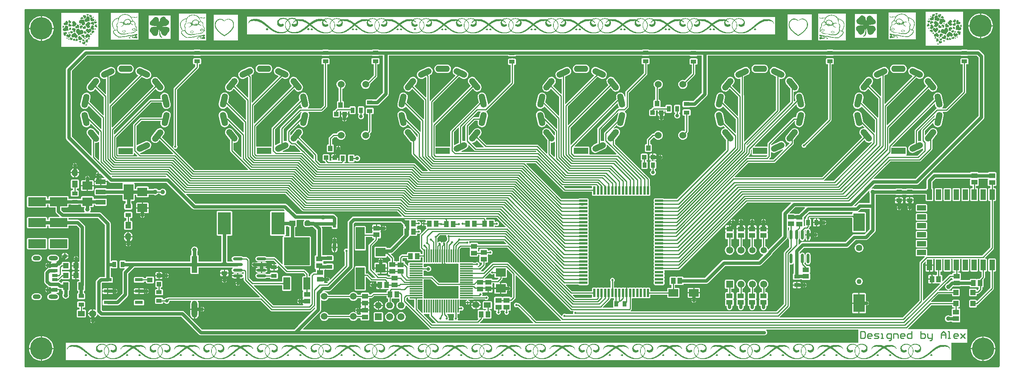
<source format=gtl>
G04 Layer_Physical_Order=1*
G04 Layer_Color=255*
%FSLAX24Y24*%
%MOIN*%
G70*
G01*
G75*
%ADD10C,0.0100*%
%ADD11R,0.0512X0.1496*%
%ADD12O,0.0512X0.1496*%
%ADD13R,0.0350X0.0500*%
%ADD14R,0.0500X0.0350*%
%ADD15R,0.0400X0.0500*%
%ADD16R,0.0400X0.0400*%
%ADD17R,0.0787X0.0472*%
%ADD18R,0.0472X0.0945*%
%ADD19R,0.0433X0.0551*%
%ADD20R,0.0551X0.0433*%
%ADD21R,0.0472X0.0472*%
%ADD22O,0.0236X0.0866*%
%ADD23R,0.0866X0.0689*%
%ADD24R,0.0118X0.1181*%
%ADD25R,0.1181X0.0118*%
%ADD26R,0.0900X0.0750*%
G04:AMPARAMS|DCode=27|XSize=60mil|YSize=50mil|CornerRadius=0mil|HoleSize=0mil|Usage=FLASHONLY|Rotation=180.000|XOffset=0mil|YOffset=0mil|HoleType=Round|Shape=Octagon|*
%AMOCTAGOND27*
4,1,8,-0.0300,0.0125,-0.0300,-0.0125,-0.0175,-0.0250,0.0175,-0.0250,0.0300,-0.0125,0.0300,0.0125,0.0175,0.0250,-0.0175,0.0250,-0.0300,0.0125,0.0*
%
%ADD27OCTAGOND27*%

%ADD28R,0.0600X0.0500*%
%ADD29R,0.0787X0.1968*%
%ADD30O,0.0315X0.0709*%
%ADD31R,0.0315X0.0709*%
%ADD32O,0.0866X0.0236*%
%ADD33R,0.0709X0.0315*%
%ADD34R,0.0500X0.0600*%
G04:AMPARAMS|DCode=35|XSize=60mil|YSize=50mil|CornerRadius=0mil|HoleSize=0mil|Usage=FLASHONLY|Rotation=270.000|XOffset=0mil|YOffset=0mil|HoleType=Round|Shape=Octagon|*
%AMOCTAGOND35*
4,1,8,-0.0125,-0.0300,0.0125,-0.0300,0.0250,-0.0175,0.0250,0.0175,0.0125,0.0300,-0.0125,0.0300,-0.0250,0.0175,-0.0250,-0.0175,-0.0125,-0.0300,0.0*
%
%ADD35OCTAGOND35*%

%ADD36R,0.0866X0.1378*%
%ADD37R,0.0866X0.0433*%
%ADD38R,0.0866X0.0433*%
%ADD39R,0.0500X0.0650*%
%ADD40R,0.0500X0.0500*%
%ADD41R,0.0472X0.0354*%
%ADD42R,0.0472X0.0315*%
%ADD43R,0.0472X0.0276*%
G04:AMPARAMS|DCode=44|XSize=21.7mil|YSize=74mil|CornerRadius=2.7mil|HoleSize=0mil|Usage=FLASHONLY|Rotation=270.000|XOffset=0mil|YOffset=0mil|HoleType=Round|Shape=RoundedRectangle|*
%AMROUNDEDRECTD44*
21,1,0.0217,0.0686,0,0,270.0*
21,1,0.0162,0.0740,0,0,270.0*
1,1,0.0054,-0.0343,-0.0081*
1,1,0.0054,-0.0343,0.0081*
1,1,0.0054,0.0343,0.0081*
1,1,0.0054,0.0343,-0.0081*
%
%ADD44ROUNDEDRECTD44*%
G04:AMPARAMS|DCode=45|XSize=21.7mil|YSize=74mil|CornerRadius=2.7mil|HoleSize=0mil|Usage=FLASHONLY|Rotation=0.000|XOffset=0mil|YOffset=0mil|HoleType=Round|Shape=RoundedRectangle|*
%AMROUNDEDRECTD45*
21,1,0.0217,0.0686,0,0,0.0*
21,1,0.0162,0.0740,0,0,0.0*
1,1,0.0054,0.0081,-0.0343*
1,1,0.0054,-0.0081,-0.0343*
1,1,0.0054,-0.0081,0.0343*
1,1,0.0054,0.0081,0.0343*
%
%ADD45ROUNDEDRECTD45*%
%ADD46R,0.0500X0.0400*%
%ADD47R,0.0400X0.0400*%
%ADD48R,0.0984X0.1575*%
%ADD49R,0.0600X0.1100*%
%ADD50R,0.2300X0.2450*%
%ADD51R,0.1181X0.1968*%
%ADD52R,0.0550X0.0500*%
G04:AMPARAMS|DCode=53|XSize=55mil|YSize=50mil|CornerRadius=0mil|HoleSize=0mil|Usage=FLASHONLY|Rotation=0.000|XOffset=0mil|YOffset=0mil|HoleType=Round|Shape=Octagon|*
%AMOCTAGOND53*
4,1,8,0.0275,-0.0125,0.0275,0.0125,0.0150,0.0250,-0.0150,0.0250,-0.0275,0.0125,-0.0275,-0.0125,-0.0150,-0.0250,0.0150,-0.0250,0.0275,-0.0125,0.0*
%
%ADD53OCTAGOND53*%

%ADD54C,0.0315*%
G04:AMPARAMS|DCode=55|XSize=126mil|YSize=55.1mil|CornerRadius=0mil|HoleSize=0mil|Usage=FLASHONLY|Rotation=25.714|XOffset=0mil|YOffset=0mil|HoleType=Round|Shape=Round|*
%AMOVALD55*
21,1,0.0709,0.0551,0.0000,0.0000,25.7*
1,1,0.0551,-0.0319,-0.0154*
1,1,0.0551,0.0319,0.0154*
%
%ADD55OVALD55*%

G04:AMPARAMS|DCode=56|XSize=126mil|YSize=55.1mil|CornerRadius=0mil|HoleSize=0mil|Usage=FLASHONLY|Rotation=51.429|XOffset=0mil|YOffset=0mil|HoleType=Round|Shape=Round|*
%AMOVALD56*
21,1,0.0709,0.0551,0.0000,0.0000,51.4*
1,1,0.0551,-0.0221,-0.0277*
1,1,0.0551,0.0221,0.0277*
%
%ADD56OVALD56*%

G04:AMPARAMS|DCode=57|XSize=126mil|YSize=55.1mil|CornerRadius=0mil|HoleSize=0mil|Usage=FLASHONLY|Rotation=77.143|XOffset=0mil|YOffset=0mil|HoleType=Round|Shape=Round|*
%AMOVALD57*
21,1,0.0709,0.0551,0.0000,0.0000,77.1*
1,1,0.0551,-0.0079,-0.0345*
1,1,0.0551,0.0079,0.0345*
%
%ADD57OVALD57*%

G04:AMPARAMS|DCode=58|XSize=126mil|YSize=55.1mil|CornerRadius=0mil|HoleSize=0mil|Usage=FLASHONLY|Rotation=102.857|XOffset=0mil|YOffset=0mil|HoleType=Round|Shape=Round|*
%AMOVALD58*
21,1,0.0709,0.0551,0.0000,0.0000,102.9*
1,1,0.0551,0.0079,-0.0345*
1,1,0.0551,-0.0079,0.0345*
%
%ADD58OVALD58*%

G04:AMPARAMS|DCode=59|XSize=126mil|YSize=55.1mil|CornerRadius=0mil|HoleSize=0mil|Usage=FLASHONLY|Rotation=128.571|XOffset=0mil|YOffset=0mil|HoleType=Round|Shape=Round|*
%AMOVALD59*
21,1,0.0709,0.0551,0.0000,0.0000,128.6*
1,1,0.0551,0.0221,-0.0277*
1,1,0.0551,-0.0221,0.0277*
%
%ADD59OVALD59*%

G04:AMPARAMS|DCode=60|XSize=126mil|YSize=55.1mil|CornerRadius=0mil|HoleSize=0mil|Usage=FLASHONLY|Rotation=154.286|XOffset=0mil|YOffset=0mil|HoleType=Round|Shape=Round|*
%AMOVALD60*
21,1,0.0709,0.0551,0.0000,0.0000,154.3*
1,1,0.0551,0.0319,-0.0154*
1,1,0.0551,-0.0319,0.0154*
%
%ADD60OVALD60*%

%ADD61O,0.1260X0.0551*%
%ADD62R,0.1260X0.0551*%
%ADD63C,0.0600*%
%ADD64C,0.0620*%
%ADD65C,0.0551*%
%ADD66R,0.0620X0.0620*%
%ADD67O,0.0620X0.0551*%
%ADD68R,0.0620X0.0620*%
%ADD69C,0.0394*%
%ADD70O,0.0827X0.0394*%
%ADD71O,0.0709X0.0394*%
%ADD72C,0.0571*%
%ADD73C,0.0433*%
%ADD74R,0.1575X0.0787*%
%ADD75C,0.0591*%
%ADD76C,0.0197*%
%ADD77C,0.0315*%
%ADD78C,0.1968*%
G36*
X85820Y-31456D02*
X85776Y-31500D01*
X0D01*
Y-3D01*
X2Y-2D01*
X85820D01*
Y-31456D01*
D02*
G37*
%LPC*%
G36*
X4450Y-23108D02*
X4250D01*
X4211Y-23116D01*
X4178Y-23138D01*
X4156Y-23171D01*
X4148Y-23210D01*
Y-23410D01*
X4450D01*
Y-23108D01*
D02*
G37*
G36*
X22190Y-23217D02*
X21690D01*
X21651Y-23225D01*
X21618Y-23247D01*
X21596Y-23280D01*
X21588Y-23319D01*
Y-23347D01*
X21320D01*
X21317Y-23343D01*
X21245Y-23295D01*
X21160Y-23278D01*
X20530D01*
X20445Y-23295D01*
X20373Y-23343D01*
X20324Y-23415D01*
X20308Y-23500D01*
X20324Y-23585D01*
X20373Y-23657D01*
X20445Y-23705D01*
X20530Y-23722D01*
X21160D01*
X21245Y-23705D01*
X21317Y-23657D01*
X21320Y-23653D01*
X21588D01*
Y-23669D01*
X21596Y-23708D01*
X21618Y-23741D01*
X21651Y-23763D01*
X21690Y-23771D01*
X22190D01*
X22229Y-23763D01*
X22262Y-23741D01*
X22284Y-23708D01*
X22292Y-23669D01*
Y-23319D01*
X22284Y-23280D01*
X22262Y-23247D01*
X22229Y-23225D01*
X22190Y-23217D01*
D02*
G37*
G36*
X9050Y-20100D02*
X8748D01*
Y-20225D01*
X8756Y-20264D01*
X8778Y-20297D01*
X8903Y-20422D01*
X8936Y-20444D01*
X8975Y-20452D01*
X9050D01*
Y-20100D01*
D02*
G37*
G36*
X9452D02*
X9150D01*
Y-20452D01*
X9225D01*
X9264Y-20444D01*
X9297Y-20422D01*
X9422Y-20297D01*
X9444Y-20264D01*
X9452Y-20225D01*
Y-20100D01*
D02*
G37*
G36*
X9050Y-20528D02*
X9023Y-20533D01*
X8957Y-20577D01*
X8913Y-20643D01*
X8908Y-20670D01*
X9050D01*
Y-20528D01*
D02*
G37*
G36*
X9292Y-20770D02*
X9150D01*
Y-20912D01*
X9177Y-20907D01*
X9243Y-20863D01*
X9287Y-20797D01*
X9292Y-20770D01*
D02*
G37*
G36*
X9150Y-20528D02*
Y-20670D01*
X9292D01*
X9287Y-20643D01*
X9243Y-20577D01*
X9177Y-20533D01*
X9150Y-20528D01*
D02*
G37*
G36*
X24382Y-25785D02*
X24240D01*
Y-25928D01*
X24267Y-25922D01*
X24333Y-25878D01*
X24377Y-25813D01*
X24382Y-25785D01*
D02*
G37*
G36*
X24140D02*
X23998D01*
X24003Y-25813D01*
X24047Y-25878D01*
X24113Y-25922D01*
X24140Y-25928D01*
Y-25785D01*
D02*
G37*
G36*
X12010Y-23173D02*
X11860D01*
Y-23425D01*
X12112D01*
Y-23275D01*
X12104Y-23236D01*
X12082Y-23203D01*
X12049Y-23181D01*
X12010Y-23173D01*
D02*
G37*
G36*
X12430Y-23283D02*
X12403Y-23288D01*
X12337Y-23332D01*
X12293Y-23398D01*
X12288Y-23425D01*
X12430D01*
Y-23283D01*
D02*
G37*
G36*
X12530D02*
Y-23425D01*
X12672D01*
X12667Y-23398D01*
X12623Y-23332D01*
X12557Y-23288D01*
X12530Y-23283D01*
D02*
G37*
G36*
X18705Y-23278D02*
X18440D01*
X18355Y-23295D01*
X18283Y-23343D01*
X18235Y-23415D01*
X18228Y-23450D01*
X18705D01*
Y-23278D01*
D02*
G37*
G36*
X11760Y-23173D02*
X11610D01*
X11571Y-23181D01*
X11538Y-23203D01*
X11516Y-23236D01*
X11508Y-23275D01*
Y-23425D01*
X11760D01*
Y-23173D01*
D02*
G37*
G36*
X2985Y-24783D02*
X2647D01*
X2309D01*
Y-24910D01*
X2317Y-24949D01*
X2339Y-24982D01*
X2342Y-25043D01*
X2337Y-25051D01*
X2273D01*
X2196Y-25062D01*
X2123Y-25091D01*
X2061Y-25139D01*
X2014Y-25201D01*
X1984Y-25273D01*
X1974Y-25351D01*
X1984Y-25428D01*
X2014Y-25500D01*
X2061Y-25562D01*
X2123Y-25610D01*
X2196Y-25640D01*
X2273Y-25650D01*
X2706D01*
X2784Y-25640D01*
X2856Y-25610D01*
X2918Y-25562D01*
X2965Y-25500D01*
X2995Y-25428D01*
X3006Y-25351D01*
X2995Y-25273D01*
X2965Y-25201D01*
X2918Y-25139D01*
X2856Y-25091D01*
X2784Y-25062D01*
X2789Y-25012D01*
X2883D01*
X2922Y-25004D01*
X2955Y-24982D01*
X2978Y-24949D01*
X2985Y-24910D01*
Y-24783D01*
D02*
G37*
G36*
X24140Y-25543D02*
X24113Y-25548D01*
X24047Y-25592D01*
X24003Y-25658D01*
X23998Y-25685D01*
X24140D01*
Y-25543D01*
D02*
G37*
G36*
X85456Y-21976D02*
X84983D01*
X84944Y-21984D01*
X84911Y-22006D01*
X84889Y-22039D01*
X84881Y-22078D01*
Y-23023D01*
X84889Y-23062D01*
X84911Y-23095D01*
X84944Y-23117D01*
X84983Y-23125D01*
X85078D01*
Y-24526D01*
X83914Y-25689D01*
X83861Y-25675D01*
X83860Y-25673D01*
X83838Y-25642D01*
X83805Y-25620D01*
X83766Y-25612D01*
X83294D01*
X83255Y-25620D01*
X83222Y-25642D01*
X83200Y-25675D01*
X83192Y-25714D01*
Y-26186D01*
X83200Y-26225D01*
X83222Y-26258D01*
X83255Y-26280D01*
X83294Y-26288D01*
X83766D01*
X83805Y-26280D01*
X83838Y-26258D01*
X83860Y-26225D01*
X83868Y-26186D01*
Y-26103D01*
X83870D01*
X83929Y-26091D01*
X83978Y-26058D01*
X85339Y-24698D01*
X85372Y-24648D01*
X85383Y-24590D01*
Y-23125D01*
X85456D01*
X85495Y-23117D01*
X85528Y-23095D01*
X85550Y-23062D01*
X85558Y-23023D01*
Y-22078D01*
X85550Y-22039D01*
X85528Y-22006D01*
X85495Y-21984D01*
X85456Y-21976D01*
D02*
G37*
G36*
X1190Y-25051D02*
X875D01*
X798Y-25062D01*
X726Y-25091D01*
X664Y-25139D01*
X616Y-25201D01*
X586Y-25273D01*
X576Y-25351D01*
X586Y-25428D01*
X616Y-25500D01*
X664Y-25562D01*
X726Y-25610D01*
X798Y-25640D01*
X875Y-25650D01*
X1190D01*
X1268Y-25640D01*
X1340Y-25610D01*
X1402Y-25562D01*
X1450Y-25500D01*
X1480Y-25428D01*
X1490Y-25351D01*
X1480Y-25273D01*
X1450Y-25201D01*
X1402Y-25139D01*
X1340Y-25091D01*
X1268Y-25062D01*
X1190Y-25051D01*
D02*
G37*
G36*
X24240Y-25543D02*
Y-25685D01*
X24382D01*
X24377Y-25658D01*
X24333Y-25592D01*
X24267Y-25548D01*
X24240Y-25543D01*
D02*
G37*
G36*
X21372Y-23050D02*
X20895D01*
Y-23222D01*
X21160D01*
X21245Y-23205D01*
X21317Y-23157D01*
X21365Y-23085D01*
X21372Y-23050D01*
D02*
G37*
G36*
X6390Y-14610D02*
X6248D01*
X6253Y-14637D01*
X6297Y-14703D01*
X6363Y-14747D01*
X6390Y-14752D01*
Y-14610D01*
D02*
G37*
G36*
X4752Y-14450D02*
X4450D01*
Y-14802D01*
X4525D01*
X4564Y-14794D01*
X4597Y-14772D01*
X4722Y-14647D01*
X4744Y-14614D01*
X4752Y-14575D01*
Y-14450D01*
D02*
G37*
G36*
X5550Y-14679D02*
Y-14821D01*
X5692D01*
X5687Y-14794D01*
X5643Y-14728D01*
X5577Y-14684D01*
X5550Y-14679D01*
D02*
G37*
G36*
X4350Y-14450D02*
X4048D01*
Y-14575D01*
X4056Y-14614D01*
X4078Y-14647D01*
X4203Y-14772D01*
X4236Y-14794D01*
X4275Y-14802D01*
X4350D01*
Y-14450D01*
D02*
G37*
G36*
Y-13998D02*
X4275D01*
X4236Y-14006D01*
X4203Y-14028D01*
X4078Y-14153D01*
X4056Y-14186D01*
X4048Y-14225D01*
Y-14350D01*
X4350D01*
Y-13998D01*
D02*
G37*
G36*
X4525D02*
X4450D01*
Y-14350D01*
X4752D01*
Y-14225D01*
X4744Y-14186D01*
X4722Y-14153D01*
X4597Y-14028D01*
X4564Y-14006D01*
X4525Y-13998D01*
D02*
G37*
G36*
X6390Y-14368D02*
X6363Y-14373D01*
X6297Y-14417D01*
X6253Y-14483D01*
X6248Y-14510D01*
X6390D01*
Y-14368D01*
D02*
G37*
G36*
X6632Y-14610D02*
X6490D01*
Y-14752D01*
X6517Y-14747D01*
X6583Y-14703D01*
X6627Y-14637D01*
X6632Y-14610D01*
D02*
G37*
G36*
X10404Y-25591D02*
X9696D01*
X9657Y-25598D01*
X9624Y-25620D01*
X9601Y-25654D01*
X9594Y-25693D01*
Y-26007D01*
X9601Y-26047D01*
X9624Y-26080D01*
X9657Y-26102D01*
X9696Y-26109D01*
X10404D01*
X10443Y-26102D01*
X10476Y-26080D01*
X10499Y-26047D01*
X10506Y-26007D01*
Y-25693D01*
X10499Y-25654D01*
X10476Y-25620D01*
X10443Y-25598D01*
X10404Y-25591D01*
D02*
G37*
G36*
X9050Y-20770D02*
X8908D01*
X8913Y-20797D01*
X8957Y-20863D01*
X9023Y-20907D01*
X9050Y-20912D01*
Y-20770D01*
D02*
G37*
G36*
X6630Y-15244D02*
X6145D01*
Y-15411D01*
X6153Y-15450D01*
X6175Y-15483D01*
X6208Y-15505D01*
X6247Y-15513D01*
X6630D01*
Y-15244D01*
D02*
G37*
G36*
X6052Y-15591D02*
X5550D01*
Y-16018D01*
X5950D01*
X5989Y-16011D01*
X6022Y-15989D01*
X6044Y-15955D01*
X6052Y-15916D01*
Y-15591D01*
D02*
G37*
G36*
X4650Y-14998D02*
X4150D01*
X4111Y-15006D01*
X4078Y-15028D01*
X4056Y-15061D01*
X4048Y-15100D01*
Y-15700D01*
X4056Y-15739D01*
X4078Y-15772D01*
X4111Y-15794D01*
X4150Y-15802D01*
X4247D01*
Y-15949D01*
X4140D01*
X4101Y-15957D01*
X4068Y-15979D01*
X4046Y-16012D01*
X4038Y-16051D01*
Y-16401D01*
X4046Y-16440D01*
X4068Y-16473D01*
X4101Y-16495D01*
X4140Y-16503D01*
X4640D01*
X4679Y-16495D01*
X4712Y-16473D01*
X4734Y-16440D01*
X4742Y-16401D01*
Y-16051D01*
X4734Y-16012D01*
X4712Y-15979D01*
X4679Y-15957D01*
X4640Y-15949D01*
X4553D01*
Y-15802D01*
X4650D01*
X4689Y-15794D01*
X4722Y-15772D01*
X4744Y-15739D01*
X4752Y-15700D01*
Y-15100D01*
X4744Y-15061D01*
X4722Y-15028D01*
X4689Y-15006D01*
X4650Y-14998D01*
D02*
G37*
G36*
X5450Y-15591D02*
X4948D01*
Y-15916D01*
X4956Y-15955D01*
X4978Y-15989D01*
X5011Y-16011D01*
X5050Y-16018D01*
X5450D01*
Y-15591D01*
D02*
G37*
G36*
X20795Y-23050D02*
X20317D01*
X20324Y-23085D01*
X20373Y-23157D01*
X20445Y-23205D01*
X20530Y-23222D01*
X20795D01*
Y-23050D01*
D02*
G37*
G36*
X5450Y-14679D02*
X5423Y-14684D01*
X5357Y-14728D01*
X5313Y-14794D01*
X5308Y-14821D01*
X5450D01*
Y-14679D01*
D02*
G37*
G36*
X6630Y-14876D02*
X6247D01*
X6208Y-14884D01*
X6175Y-14906D01*
X6153Y-14939D01*
X6145Y-14978D01*
Y-15144D01*
X6630D01*
Y-14876D01*
D02*
G37*
G36*
X7215Y-15244D02*
X6730D01*
Y-15513D01*
X7113D01*
X7152Y-15505D01*
X7185Y-15483D01*
X7207Y-15450D01*
X7215Y-15411D01*
Y-15244D01*
D02*
G37*
G36*
X5692Y-14921D02*
X5308D01*
X5313Y-14949D01*
X5357Y-15014D01*
X5342Y-15064D01*
X5050D01*
X5011Y-15072D01*
X4978Y-15094D01*
X4956Y-15127D01*
X4948Y-15166D01*
Y-15491D01*
X5500D01*
X6052D01*
Y-15166D01*
X6044Y-15127D01*
X6022Y-15094D01*
X5989Y-15072D01*
X5950Y-15064D01*
X5658D01*
X5643Y-15014D01*
X5687Y-14949D01*
X5692Y-14921D01*
D02*
G37*
G36*
X10800Y-17032D02*
X10400D01*
Y-17459D01*
X10902D01*
Y-17134D01*
X10894Y-17095D01*
X10872Y-17062D01*
X10839Y-17039D01*
X10800Y-17032D01*
D02*
G37*
G36*
X18705Y-23550D02*
X18228D01*
X18235Y-23585D01*
X18283Y-23657D01*
X18355Y-23705D01*
X18440Y-23722D01*
X18705D01*
Y-23550D01*
D02*
G37*
G36*
X11260Y-23553D02*
X10760D01*
X10721Y-23561D01*
X10688Y-23583D01*
X10666Y-23616D01*
X10658Y-23655D01*
Y-23697D01*
X10506D01*
Y-23693D01*
X10499Y-23654D01*
X10476Y-23620D01*
X10443Y-23598D01*
X10404Y-23591D01*
X9696D01*
X9657Y-23598D01*
X9624Y-23620D01*
X9601Y-23654D01*
X9594Y-23693D01*
Y-24007D01*
X9601Y-24046D01*
X9624Y-24080D01*
X9657Y-24102D01*
X9696Y-24109D01*
X10404D01*
X10443Y-24102D01*
X10476Y-24080D01*
X10499Y-24046D01*
X10506Y-24007D01*
Y-24003D01*
X10658D01*
Y-24055D01*
X10666Y-24094D01*
X10688Y-24127D01*
X10721Y-24149D01*
X10760Y-24157D01*
X11260D01*
X11299Y-24149D01*
X11332Y-24127D01*
X11354Y-24094D01*
X11362Y-24055D01*
Y-23655D01*
X11354Y-23616D01*
X11332Y-23583D01*
X11299Y-23561D01*
X11260Y-23553D01*
D02*
G37*
G36*
X12112Y-23525D02*
X11860D01*
Y-23777D01*
X12010D01*
X12049Y-23769D01*
X12082Y-23747D01*
X12104Y-23714D01*
X12112Y-23675D01*
Y-23525D01*
D02*
G37*
G36*
X9350Y-17847D02*
X8850D01*
X8811Y-17855D01*
X8778Y-17877D01*
X8756Y-17910D01*
X8748Y-17949D01*
Y-18299D01*
X8756Y-18338D01*
X8778Y-18371D01*
X8811Y-18393D01*
X8850Y-18401D01*
X8947D01*
Y-18648D01*
X8850D01*
X8811Y-18656D01*
X8778Y-18678D01*
X8756Y-18711D01*
X8748Y-18750D01*
Y-19350D01*
X8756Y-19389D01*
X8778Y-19422D01*
X8811Y-19444D01*
X8850Y-19452D01*
X9350D01*
X9389Y-19444D01*
X9422Y-19422D01*
X9444Y-19389D01*
X9452Y-19350D01*
Y-18750D01*
X9444Y-18711D01*
X9422Y-18678D01*
X9389Y-18656D01*
X9350Y-18648D01*
X9253D01*
Y-18401D01*
X9350D01*
X9389Y-18393D01*
X9422Y-18371D01*
X9444Y-18338D01*
X9452Y-18299D01*
Y-17949D01*
X9444Y-17910D01*
X9422Y-17877D01*
X9389Y-17855D01*
X9350Y-17847D01*
D02*
G37*
G36*
X2027Y-24540D02*
Y-24683D01*
X2169D01*
X2164Y-24655D01*
X2120Y-24590D01*
X2055Y-24546D01*
X2027Y-24540D01*
D02*
G37*
G36*
X10000Y-24591D02*
X9696D01*
X9657Y-24598D01*
X9624Y-24620D01*
X9601Y-24653D01*
X9594Y-24693D01*
Y-24800D01*
X10000D01*
Y-24591D01*
D02*
G37*
G36*
X8014Y-24658D02*
Y-24800D01*
X8156D01*
X8151Y-24773D01*
X8107Y-24707D01*
X8042Y-24663D01*
X8014Y-24658D01*
D02*
G37*
G36*
X1927Y-24540D02*
X1900Y-24546D01*
X1834Y-24590D01*
X1790Y-24655D01*
X1785Y-24683D01*
X1927D01*
Y-24540D01*
D02*
G37*
G36*
X10770Y-24658D02*
Y-24800D01*
X10912D01*
X10907Y-24773D01*
X10863Y-24707D01*
X10797Y-24663D01*
X10770Y-24658D01*
D02*
G37*
G36*
X11760Y-23525D02*
X11508D01*
Y-23675D01*
X11516Y-23714D01*
X11538Y-23747D01*
X11571Y-23769D01*
X11610Y-23777D01*
X11760D01*
Y-23525D01*
D02*
G37*
G36*
X17520Y-23974D02*
X17378D01*
X17383Y-24001D01*
X17427Y-24067D01*
X17493Y-24111D01*
X17520Y-24116D01*
Y-23974D01*
D02*
G37*
G36*
X17762D02*
X17620D01*
Y-24116D01*
X17647Y-24111D01*
X17713Y-24067D01*
X17757Y-24001D01*
X17762Y-23974D01*
D02*
G37*
G36*
X18705Y-23978D02*
X18678Y-23983D01*
X18612Y-24027D01*
X18568Y-24093D01*
X18563Y-24120D01*
X18705D01*
Y-23978D01*
D02*
G37*
G36*
X18805D02*
Y-24120D01*
X18947D01*
X18942Y-24093D01*
X18898Y-24027D01*
X18833Y-23983D01*
X18805Y-23978D01*
D02*
G37*
G36*
X17520Y-23732D02*
X17493Y-23737D01*
X17427Y-23781D01*
X17383Y-23847D01*
X17378Y-23874D01*
X17520D01*
Y-23732D01*
D02*
G37*
G36*
X18705Y-24220D02*
X18563D01*
X18568Y-24247D01*
X18612Y-24313D01*
X18678Y-24357D01*
X18705Y-24362D01*
Y-24220D01*
D02*
G37*
G36*
X4450Y-23510D02*
X4148D01*
Y-23710D01*
X4156Y-23749D01*
X4178Y-23782D01*
X4211Y-23804D01*
X4250Y-23812D01*
X4450D01*
Y-23510D01*
D02*
G37*
G36*
X17620Y-23732D02*
Y-23874D01*
X17762D01*
X17757Y-23847D01*
X17713Y-23781D01*
X17647Y-23737D01*
X17620Y-23732D01*
D02*
G37*
G36*
X18947Y-24220D02*
X18805D01*
Y-24362D01*
X18833Y-24357D01*
X18898Y-24313D01*
X18942Y-24247D01*
X18947Y-24220D01*
D02*
G37*
G36*
X7244Y-24591D02*
X6940D01*
X6901Y-24598D01*
X6868Y-24620D01*
X6846Y-24653D01*
X6838Y-24693D01*
Y-24800D01*
X7244D01*
Y-24591D01*
D02*
G37*
G36*
X10902Y-17559D02*
X10350D01*
X9798D01*
Y-17884D01*
X9806Y-17923D01*
X9828Y-17956D01*
X9861Y-17978D01*
X9900Y-17986D01*
X10192D01*
X10207Y-18036D01*
X10163Y-18101D01*
X10158Y-18129D01*
X10542D01*
X10537Y-18101D01*
X10493Y-18036D01*
X10508Y-17986D01*
X10800D01*
X10839Y-17978D01*
X10872Y-17956D01*
X10894Y-17923D01*
X10902Y-17884D01*
Y-17559D01*
D02*
G37*
G36*
X8156Y-24900D02*
X8014D01*
Y-25042D01*
X8042Y-25037D01*
X8107Y-24993D01*
X8151Y-24927D01*
X8156Y-24900D01*
D02*
G37*
G36*
X10300Y-18229D02*
X10158D01*
X10163Y-18256D01*
X10207Y-18322D01*
X10273Y-18366D01*
X10300Y-18371D01*
Y-18229D01*
D02*
G37*
G36*
X10542D02*
X10400D01*
Y-18371D01*
X10427Y-18366D01*
X10493Y-18322D01*
X10537Y-18256D01*
X10542Y-18229D01*
D02*
G37*
G36*
X7648Y-24591D02*
X7344D01*
Y-24850D01*
Y-25109D01*
X7648D01*
X7687Y-25102D01*
X7721Y-25080D01*
X7743Y-25047D01*
X7750Y-25007D01*
Y-24977D01*
X7800Y-24962D01*
X7821Y-24993D01*
X7887Y-25037D01*
X7914Y-25042D01*
Y-24850D01*
Y-24658D01*
X7887Y-24663D01*
X7821Y-24707D01*
X7800Y-24738D01*
X7750Y-24723D01*
Y-24693D01*
X7743Y-24653D01*
X7721Y-24620D01*
X7687Y-24598D01*
X7648Y-24591D01*
D02*
G37*
G36*
X12010Y-23923D02*
X11610D01*
X11571Y-23931D01*
X11538Y-23953D01*
X11516Y-23986D01*
X11508Y-24025D01*
Y-24425D01*
X11516Y-24464D01*
X11538Y-24497D01*
X11571Y-24519D01*
X11610Y-24527D01*
X11657D01*
Y-24663D01*
X11560D01*
X11521Y-24671D01*
X11488Y-24693D01*
X11466Y-24726D01*
X11458Y-24765D01*
Y-25115D01*
X11466Y-25154D01*
X11488Y-25187D01*
X11521Y-25209D01*
X11560Y-25217D01*
X12060D01*
X12099Y-25209D01*
X12132Y-25187D01*
X12154Y-25154D01*
X12162Y-25115D01*
Y-24765D01*
X12154Y-24726D01*
X12132Y-24693D01*
X12099Y-24671D01*
X12060Y-24663D01*
X11963D01*
Y-24527D01*
X12010D01*
X12049Y-24519D01*
X12082Y-24497D01*
X12104Y-24464D01*
X12112Y-24425D01*
Y-24025D01*
X12104Y-23986D01*
X12082Y-23953D01*
X12049Y-23931D01*
X12010Y-23923D01*
D02*
G37*
G36*
X10300Y-17032D02*
X9900D01*
X9861Y-17039D01*
X9828Y-17062D01*
X9806Y-17095D01*
X9798Y-17134D01*
Y-17459D01*
X10300D01*
Y-17032D01*
D02*
G37*
G36*
X10000Y-24900D02*
X9594D01*
Y-25007D01*
X9601Y-25047D01*
X9624Y-25080D01*
X9657Y-25102D01*
X9696Y-25109D01*
X10000D01*
Y-24900D01*
D02*
G37*
G36*
X7244D02*
X6838D01*
Y-25007D01*
X6846Y-25047D01*
X6868Y-25080D01*
X6901Y-25102D01*
X6940Y-25109D01*
X7244D01*
Y-24900D01*
D02*
G37*
G36*
X10404Y-24591D02*
X10100D01*
Y-24850D01*
Y-25109D01*
X10404D01*
X10443Y-25102D01*
X10476Y-25080D01*
X10499Y-25047D01*
X10506Y-25007D01*
Y-24977D01*
X10556Y-24962D01*
X10577Y-24993D01*
X10643Y-25037D01*
X10670Y-25042D01*
Y-24850D01*
Y-24658D01*
X10643Y-24663D01*
X10577Y-24707D01*
X10556Y-24738D01*
X10506Y-24723D01*
Y-24693D01*
X10499Y-24653D01*
X10476Y-24620D01*
X10443Y-24598D01*
X10404Y-24591D01*
D02*
G37*
G36*
X17520Y-23304D02*
X17218D01*
Y-23429D01*
X17226Y-23468D01*
X17248Y-23501D01*
X17281Y-23523D01*
X17320Y-23531D01*
X17520D01*
Y-23304D01*
D02*
G37*
G36*
X2169Y-24783D02*
X2027D01*
Y-24925D01*
X2055Y-24920D01*
X2120Y-24876D01*
X2164Y-24810D01*
X2169Y-24783D01*
D02*
G37*
G36*
X12430Y-23525D02*
X12288D01*
X12293Y-23552D01*
X12337Y-23618D01*
X12403Y-23662D01*
X12430Y-23667D01*
Y-23525D01*
D02*
G37*
G36*
X12672D02*
X12530D01*
Y-23667D01*
X12557Y-23662D01*
X12623Y-23618D01*
X12667Y-23552D01*
X12672Y-23525D01*
D02*
G37*
G36*
X1927Y-24783D02*
X1785D01*
X1790Y-24810D01*
X1834Y-24876D01*
X1900Y-24920D01*
X1927Y-24925D01*
Y-24783D01*
D02*
G37*
G36*
X17922Y-23304D02*
X17620D01*
Y-23531D01*
X17820D01*
X17859Y-23523D01*
X17892Y-23501D01*
X17914Y-23468D01*
X17922Y-23429D01*
Y-23304D01*
D02*
G37*
G36*
X10912Y-24900D02*
X10770D01*
Y-25042D01*
X10797Y-25037D01*
X10863Y-24993D01*
X10907Y-24927D01*
X10912Y-24900D01*
D02*
G37*
G36*
X9225Y-19648D02*
X9150D01*
Y-20000D01*
X9452D01*
Y-19875D01*
X9444Y-19836D01*
X9422Y-19803D01*
X9297Y-19678D01*
X9264Y-19656D01*
X9225Y-19648D01*
D02*
G37*
G36*
X9050D02*
X8975D01*
X8936Y-19656D01*
X8903Y-19678D01*
X8778Y-19803D01*
X8756Y-19836D01*
X8748Y-19875D01*
Y-20000D01*
X9050D01*
Y-19648D01*
D02*
G37*
G36*
X17520Y-22977D02*
X17320D01*
X17281Y-22985D01*
X17248Y-23007D01*
X17226Y-23040D01*
X17218Y-23079D01*
Y-23204D01*
X17520D01*
Y-22977D01*
D02*
G37*
G36*
X1927Y-22375D02*
X1900Y-22380D01*
X1834Y-22424D01*
X1790Y-22490D01*
X1785Y-22517D01*
X1927D01*
Y-22375D01*
D02*
G37*
G36*
X4450Y-22258D02*
X4250D01*
X4211Y-22266D01*
X4178Y-22288D01*
X4156Y-22321D01*
X4148Y-22360D01*
Y-22560D01*
X4450D01*
Y-22258D01*
D02*
G37*
G36*
X21160Y-22778D02*
X20895D01*
Y-22950D01*
X21372D01*
X21365Y-22915D01*
X21317Y-22843D01*
X21245Y-22795D01*
X21160Y-22778D01*
D02*
G37*
G36*
X2027Y-22375D02*
Y-22517D01*
X2169D01*
X2164Y-22490D01*
X2120Y-22424D01*
X2055Y-22380D01*
X2027Y-22375D01*
D02*
G37*
G36*
X20125Y-22550D02*
X19983D01*
X19988Y-22577D01*
X20032Y-22643D01*
X20097Y-22687D01*
X20125Y-22692D01*
Y-22550D01*
D02*
G37*
G36*
X21372D02*
X20895D01*
Y-22722D01*
X21160D01*
X21245Y-22705D01*
X21317Y-22657D01*
X21365Y-22585D01*
X21372Y-22550D01*
D02*
G37*
G36*
X2169Y-22617D02*
X2027D01*
Y-22760D01*
X2055Y-22754D01*
X2120Y-22710D01*
X2164Y-22645D01*
X2169Y-22617D01*
D02*
G37*
G36*
X21890Y-22469D02*
X21690D01*
X21651Y-22477D01*
X21618Y-22499D01*
X21596Y-22532D01*
X21588Y-22571D01*
Y-22696D01*
X21890D01*
Y-22469D01*
D02*
G37*
G36*
X1927Y-22617D02*
X1785D01*
X1790Y-22645D01*
X1834Y-22710D01*
X1900Y-22754D01*
X1927Y-22760D01*
Y-22617D01*
D02*
G37*
G36*
X20125Y-22308D02*
X20097Y-22313D01*
X20032Y-22357D01*
X19988Y-22423D01*
X19983Y-22450D01*
X20125D01*
Y-22308D01*
D02*
G37*
G36*
X84480Y-28846D02*
Y-29880D01*
X85514D01*
X85504Y-29760D01*
X85464Y-29594D01*
X85399Y-29436D01*
X85310Y-29291D01*
X85199Y-29161D01*
X85069Y-29050D01*
X84924Y-28961D01*
X84766Y-28896D01*
X84600Y-28856D01*
X84480Y-28846D01*
D02*
G37*
G36*
X84380D02*
X84260Y-28856D01*
X84094Y-28896D01*
X83936Y-28961D01*
X83791Y-29050D01*
X83661Y-29161D01*
X83550Y-29291D01*
X83461Y-29436D01*
X83396Y-29594D01*
X83356Y-29760D01*
X83346Y-29880D01*
X84380D01*
Y-28846D01*
D02*
G37*
G36*
X1490Y-28826D02*
Y-29860D01*
X2524D01*
X2514Y-29740D01*
X2474Y-29574D01*
X2409Y-29416D01*
X2320Y-29271D01*
X2209Y-29141D01*
X2079Y-29030D01*
X1934Y-28941D01*
X1776Y-28876D01*
X1610Y-28836D01*
X1490Y-28826D01*
D02*
G37*
G36*
X1390D02*
X1270Y-28836D01*
X1104Y-28876D01*
X946Y-28941D01*
X801Y-29030D01*
X671Y-29141D01*
X560Y-29271D01*
X471Y-29416D01*
X406Y-29574D01*
X366Y-29740D01*
X356Y-29860D01*
X1390D01*
Y-28826D01*
D02*
G37*
G36*
X2524Y-29960D02*
X1490D01*
Y-30994D01*
X1610Y-30984D01*
X1776Y-30944D01*
X1934Y-30879D01*
X2079Y-30790D01*
X2209Y-30679D01*
X2320Y-30549D01*
X2409Y-30404D01*
X2474Y-30246D01*
X2514Y-30080D01*
X2524Y-29960D01*
D02*
G37*
G36*
X84380Y-29980D02*
X83346D01*
X83356Y-30100D01*
X83396Y-30266D01*
X83461Y-30424D01*
X83550Y-30569D01*
X83661Y-30699D01*
X83791Y-30810D01*
X83936Y-30899D01*
X84094Y-30964D01*
X84260Y-31004D01*
X84380Y-31014D01*
Y-29980D01*
D02*
G37*
G36*
X21160Y-22278D02*
X20895D01*
Y-22450D01*
X21372D01*
X21365Y-22415D01*
X21317Y-22343D01*
X21245Y-22295D01*
X21160Y-22278D01*
D02*
G37*
G36*
X1390Y-29960D02*
X356D01*
X366Y-30080D01*
X406Y-30246D01*
X471Y-30404D01*
X560Y-30549D01*
X671Y-30679D01*
X801Y-30790D01*
X946Y-30879D01*
X1104Y-30944D01*
X1270Y-30984D01*
X1390Y-30994D01*
Y-29960D01*
D02*
G37*
G36*
X85514Y-29980D02*
X84480D01*
Y-31014D01*
X84600Y-31004D01*
X84766Y-30964D01*
X84924Y-30899D01*
X85069Y-30810D01*
X85199Y-30699D01*
X85310Y-30569D01*
X85399Y-30424D01*
X85464Y-30266D01*
X85504Y-30100D01*
X85514Y-29980D01*
D02*
G37*
G36*
X31140Y-3539D02*
X30640D01*
X30601Y-3547D01*
X30581Y-3560D01*
X26784D01*
X26779Y-3557D01*
X26740Y-3549D01*
X26240D01*
X26201Y-3557D01*
X26196Y-3560D01*
X15470D01*
X15459Y-3553D01*
X15420Y-3545D01*
X14920D01*
X14881Y-3553D01*
X14870Y-3560D01*
X5360D01*
X5293Y-3569D01*
X5230Y-3595D01*
X5176Y-3636D01*
X3676Y-5136D01*
X3635Y-5190D01*
X3609Y-5253D01*
X3600Y-5320D01*
Y-11307D01*
X3609Y-11374D01*
X3635Y-11437D01*
X3676Y-11491D01*
X6505Y-14320D01*
X6490Y-14348D01*
Y-14510D01*
X6652D01*
X6680Y-14495D01*
X7015Y-14830D01*
X6996Y-14876D01*
X6730D01*
Y-15144D01*
X7215D01*
Y-15095D01*
X7261Y-15076D01*
X7409Y-15224D01*
X7463Y-15265D01*
X7526Y-15291D01*
X7593Y-15300D01*
X8585D01*
X8595Y-15312D01*
X8608Y-15350D01*
X8593Y-15372D01*
X8585Y-15411D01*
Y-15840D01*
X7204D01*
X7185Y-15811D01*
X7152Y-15789D01*
X7113Y-15782D01*
X6247D01*
X6208Y-15789D01*
X6175Y-15811D01*
X6153Y-15844D01*
X6145Y-15883D01*
Y-16317D01*
X6153Y-16356D01*
X6175Y-16389D01*
X6208Y-16411D01*
X6247Y-16418D01*
X7113D01*
X7152Y-16411D01*
X7185Y-16389D01*
X7204Y-16360D01*
X8585D01*
Y-16789D01*
X8593Y-16828D01*
X8615Y-16861D01*
X8648Y-16883D01*
X8687Y-16891D01*
X8860D01*
Y-17099D01*
X8850D01*
X8811Y-17107D01*
X8778Y-17129D01*
X8756Y-17162D01*
X8748Y-17201D01*
Y-17551D01*
X8756Y-17590D01*
X8778Y-17623D01*
X8811Y-17645D01*
X8850Y-17653D01*
X9350D01*
X9389Y-17645D01*
X9422Y-17623D01*
X9444Y-17590D01*
X9452Y-17551D01*
Y-17201D01*
X9444Y-17162D01*
X9422Y-17129D01*
X9389Y-17107D01*
X9380Y-17105D01*
Y-16891D01*
X9553D01*
X9592Y-16883D01*
X9625Y-16861D01*
X9647Y-16828D01*
X9655Y-16789D01*
Y-16360D01*
X9798D01*
Y-16466D01*
X9806Y-16505D01*
X9828Y-16538D01*
X9861Y-16560D01*
X9900Y-16568D01*
X10800D01*
X10839Y-16560D01*
X10872Y-16538D01*
X10894Y-16505D01*
X10902Y-16466D01*
Y-16351D01*
X11333D01*
X11404Y-16380D01*
X11481Y-16391D01*
X11559Y-16380D01*
X11631Y-16351D01*
X11693Y-16303D01*
X11738Y-16244D01*
X11874D01*
X11881Y-16260D01*
X11928Y-16322D01*
X11990Y-16369D01*
X12063Y-16399D01*
X12140Y-16409D01*
X12217Y-16399D01*
X12290Y-16369D01*
X12352Y-16322D01*
X12399Y-16260D01*
X12429Y-16187D01*
X12439Y-16110D01*
X12429Y-16033D01*
X12399Y-15960D01*
X12352Y-15898D01*
X12290Y-15851D01*
X12217Y-15821D01*
X12140Y-15811D01*
X12063Y-15821D01*
X11990Y-15851D01*
X11928Y-15898D01*
X11898Y-15938D01*
X11738D01*
X11693Y-15880D01*
X11631Y-15832D01*
X11559Y-15802D01*
X11481Y-15792D01*
X11404Y-15802D01*
X11333Y-15832D01*
X10902D01*
Y-15716D01*
X10894Y-15677D01*
X10872Y-15644D01*
X10839Y-15622D01*
X10800Y-15614D01*
X9900D01*
X9861Y-15622D01*
X9828Y-15644D01*
X9806Y-15677D01*
X9798Y-15716D01*
Y-15840D01*
X9655D01*
Y-15411D01*
X9647Y-15372D01*
X9632Y-15350D01*
X9645Y-15312D01*
X9655Y-15300D01*
X12462D01*
X14736Y-17574D01*
X14790Y-17615D01*
X14852Y-17641D01*
X14919Y-17650D01*
X22792D01*
X22877Y-17734D01*
X22856Y-17784D01*
X21712D01*
X21673Y-17792D01*
X21640Y-17814D01*
X21617Y-17847D01*
X21610Y-17886D01*
Y-19854D01*
X21617Y-19893D01*
X21640Y-19926D01*
X21673Y-19948D01*
X21712Y-19956D01*
X22755D01*
X22760Y-19970D01*
X22763Y-20006D01*
X22738Y-20023D01*
X22716Y-20056D01*
X22708Y-20095D01*
Y-22464D01*
X22662Y-22484D01*
X22070Y-21892D01*
X22021Y-21859D01*
X21962Y-21847D01*
X21320D01*
X21317Y-21843D01*
X21245Y-21795D01*
X21160Y-21778D01*
X20530D01*
X20445Y-21795D01*
X20373Y-21843D01*
X20324Y-21915D01*
X20308Y-22000D01*
X20324Y-22085D01*
X20373Y-22157D01*
X20445Y-22205D01*
X20530Y-22222D01*
X21160D01*
X21245Y-22205D01*
X21317Y-22157D01*
X21320Y-22153D01*
X21899D01*
X22165Y-22419D01*
X22144Y-22469D01*
X21990D01*
Y-22696D01*
X22292D01*
Y-22617D01*
X22342Y-22596D01*
X22954Y-23208D01*
X23004Y-23241D01*
X23062Y-23253D01*
X24527D01*
X24692Y-23418D01*
Y-23529D01*
X24544D01*
X24505Y-23537D01*
X24472Y-23559D01*
X24450Y-23592D01*
X24443Y-23631D01*
Y-24731D01*
X24450Y-24770D01*
X24472Y-24803D01*
X24487Y-24813D01*
X24504Y-24841D01*
X24500Y-24875D01*
X24490Y-24889D01*
X24482Y-24928D01*
Y-25361D01*
X24490Y-25400D01*
X24491Y-25401D01*
X24509Y-25440D01*
X24491Y-25479D01*
X24490Y-25480D01*
X24482Y-25519D01*
Y-25685D01*
X24860D01*
Y-25785D01*
X24482D01*
Y-25952D01*
X24490Y-25991D01*
X24512Y-26024D01*
X24542Y-26044D01*
X24543Y-26048D01*
X24518Y-26094D01*
X21878D01*
X20154Y-24370D01*
X20173Y-24324D01*
X22663D01*
Y-24721D01*
X22670Y-24760D01*
X22692Y-24793D01*
X22725Y-24815D01*
X22764Y-24823D01*
X23364D01*
X23404Y-24815D01*
X23437Y-24793D01*
X23459Y-24760D01*
X23466Y-24721D01*
Y-23621D01*
X23459Y-23582D01*
X23437Y-23549D01*
X23404Y-23527D01*
X23364Y-23519D01*
X22764D01*
X22725Y-23527D01*
X22692Y-23549D01*
X22670Y-23582D01*
X22663Y-23621D01*
Y-24018D01*
X20085D01*
X19783Y-23717D01*
Y-22120D01*
X19771Y-22061D01*
X19738Y-22012D01*
X19618Y-21892D01*
X19569Y-21859D01*
X19510Y-21847D01*
X19230D01*
X19227Y-21843D01*
X19155Y-21795D01*
X19070Y-21778D01*
X18440D01*
X18355Y-21795D01*
X18283Y-21843D01*
X18235Y-21915D01*
X18218Y-22000D01*
X18235Y-22085D01*
X18283Y-22157D01*
X18335Y-22192D01*
X18319Y-22242D01*
X17867D01*
X17859Y-22237D01*
X17830Y-22231D01*
Y-19956D01*
X18168D01*
X18207Y-19948D01*
X18240Y-19926D01*
X18263Y-19893D01*
X18270Y-19854D01*
Y-17886D01*
X18263Y-17847D01*
X18240Y-17814D01*
X18207Y-17792D01*
X18168Y-17784D01*
X16987D01*
X16948Y-17792D01*
X16915Y-17814D01*
X16893Y-17847D01*
X16885Y-17886D01*
Y-19854D01*
X16893Y-19893D01*
X16915Y-19926D01*
X16948Y-19948D01*
X16987Y-19956D01*
X17310D01*
Y-22231D01*
X17281Y-22237D01*
X17273Y-22242D01*
X15298D01*
Y-21753D01*
X15290Y-21714D01*
X15268Y-21681D01*
X15235Y-21659D01*
X15200Y-21652D01*
Y-21372D01*
X15209Y-21360D01*
X15239Y-21287D01*
X15249Y-21210D01*
X15239Y-21133D01*
X15209Y-21060D01*
X15162Y-20998D01*
X15100Y-20951D01*
X15027Y-20921D01*
X14950Y-20911D01*
X14873Y-20921D01*
X14800Y-20951D01*
X14738Y-20998D01*
X14691Y-21060D01*
X14661Y-21133D01*
X14651Y-21210D01*
X14661Y-21287D01*
X14680Y-21335D01*
Y-21652D01*
X14645Y-21659D01*
X14612Y-21681D01*
X14590Y-21714D01*
X14582Y-21753D01*
Y-22242D01*
X8891D01*
Y-22240D01*
X8883Y-22201D01*
X8861Y-22168D01*
X8828Y-22146D01*
X8789Y-22138D01*
X8439D01*
X8400Y-22146D01*
X8367Y-22168D01*
X8345Y-22201D01*
X8337Y-22240D01*
Y-22740D01*
X8345Y-22779D01*
X8367Y-22812D01*
X8400Y-22834D01*
X8439Y-22842D01*
X8770D01*
X8792Y-22891D01*
X8666Y-23016D01*
X8625Y-23070D01*
X8599Y-23133D01*
X8590Y-23200D01*
Y-25042D01*
X8042Y-25590D01*
X7294D01*
X7292Y-25591D01*
X6940D01*
X6901Y-25598D01*
X6868Y-25620D01*
X6846Y-25654D01*
X6838Y-25693D01*
Y-26007D01*
X6846Y-26047D01*
X6868Y-26080D01*
X6901Y-26102D01*
X6940Y-26109D01*
X7292D01*
X7294Y-26110D01*
X8150D01*
X8217Y-26101D01*
X8280Y-26075D01*
X8334Y-26034D01*
X9034Y-25334D01*
X9075Y-25280D01*
X9101Y-25217D01*
X9110Y-25150D01*
Y-23308D01*
X9656Y-22761D01*
X14582D01*
Y-23250D01*
X14590Y-23289D01*
X14612Y-23322D01*
X14645Y-23344D01*
X14684Y-23351D01*
X15196D01*
X15235Y-23344D01*
X15268Y-23322D01*
X15290Y-23289D01*
X15298Y-23250D01*
Y-22761D01*
X17260D01*
X17281Y-22775D01*
X17320Y-22783D01*
X17820D01*
X17859Y-22775D01*
X17880Y-22761D01*
X18315D01*
X18330Y-22811D01*
X18283Y-22843D01*
X18235Y-22915D01*
X18218Y-23000D01*
X18235Y-23085D01*
X18283Y-23157D01*
X18355Y-23205D01*
X18440Y-23222D01*
X19070D01*
X19155Y-23205D01*
X19227Y-23157D01*
X19274Y-23170D01*
X19277Y-23173D01*
Y-23327D01*
X19227Y-23343D01*
X19155Y-23295D01*
X19070Y-23278D01*
X18805D01*
Y-23500D01*
Y-23722D01*
X19070D01*
X19155Y-23705D01*
X19227Y-23657D01*
X19277Y-23673D01*
Y-23863D01*
X19289Y-23921D01*
X19322Y-23971D01*
X20692Y-25341D01*
X20673Y-25388D01*
X12659D01*
X12600Y-25399D01*
X12551Y-25432D01*
X12528Y-25455D01*
X12490Y-25450D01*
X12423Y-25459D01*
X12360Y-25484D01*
X12306Y-25526D01*
X12299Y-25535D01*
X12162D01*
Y-25513D01*
X12154Y-25474D01*
X12132Y-25441D01*
X12099Y-25419D01*
X12060Y-25411D01*
X11560D01*
X11521Y-25419D01*
X11488Y-25441D01*
X11466Y-25474D01*
X11458Y-25513D01*
Y-25863D01*
X11466Y-25902D01*
X11488Y-25935D01*
X11521Y-25957D01*
X11560Y-25965D01*
X12060D01*
X12099Y-25957D01*
X12132Y-25935D01*
X12154Y-25902D01*
X12162Y-25863D01*
Y-25841D01*
X12266D01*
X12306Y-25893D01*
X12360Y-25934D01*
X12423Y-25960D01*
X12490Y-25969D01*
X12557Y-25960D01*
X12620Y-25934D01*
X12674Y-25893D01*
X12715Y-25839D01*
X12741Y-25777D01*
X12750Y-25709D01*
X12764Y-25693D01*
X14629D01*
X14651Y-25738D01*
X14629Y-25767D01*
X14593Y-25853D01*
X14581Y-25946D01*
Y-26389D01*
X14940D01*
X15299D01*
Y-25946D01*
X15287Y-25853D01*
X15251Y-25767D01*
X15229Y-25738D01*
X15251Y-25693D01*
X20747D01*
X21630Y-26576D01*
X21679Y-26609D01*
X21738Y-26621D01*
X25115D01*
X25173Y-26609D01*
X25223Y-26576D01*
X25524Y-26275D01*
X25570Y-26294D01*
Y-26392D01*
X24076Y-27886D01*
X24052Y-27917D01*
X24021Y-27941D01*
X23732Y-28230D01*
X15608D01*
X14044Y-26666D01*
X13990Y-26625D01*
X13927Y-26599D01*
X13860Y-26590D01*
X6858D01*
X6760Y-26492D01*
Y-24158D01*
X6808Y-24110D01*
X7294D01*
X7296Y-24109D01*
X7648D01*
X7687Y-24102D01*
X7721Y-24080D01*
X7743Y-24046D01*
X7750Y-24007D01*
Y-23693D01*
X7743Y-23654D01*
X7721Y-23620D01*
X7687Y-23598D01*
X7648Y-23591D01*
X7554D01*
Y-22800D01*
X7604Y-22789D01*
X7619Y-22812D01*
X7652Y-22834D01*
X7691Y-22842D01*
X8041D01*
X8080Y-22834D01*
X8113Y-22812D01*
X8135Y-22779D01*
X8143Y-22740D01*
Y-22240D01*
X8135Y-22201D01*
X8113Y-22168D01*
X8080Y-22146D01*
X8041Y-22138D01*
X7691D01*
X7652Y-22146D01*
X7619Y-22168D01*
X7604Y-22190D01*
X7554Y-22180D01*
Y-18894D01*
X7545Y-18827D01*
X7519Y-18764D01*
X7478Y-18710D01*
X6734Y-17966D01*
X6680Y-17925D01*
X6617Y-17899D01*
X6550Y-17890D01*
X5753D01*
X5728Y-17840D01*
X5759Y-17800D01*
X5789Y-17727D01*
X5799Y-17650D01*
X5789Y-17573D01*
X5760Y-17501D01*
Y-17436D01*
X5950D01*
X5989Y-17428D01*
X6022Y-17406D01*
X6044Y-17373D01*
X6052Y-17334D01*
Y-17219D01*
X6145D01*
Y-17222D01*
X6153Y-17261D01*
X6175Y-17294D01*
X6208Y-17316D01*
X6247Y-17324D01*
X7113D01*
X7152Y-17316D01*
X7185Y-17294D01*
X7207Y-17261D01*
X7215Y-17222D01*
Y-16789D01*
X7207Y-16750D01*
X7185Y-16717D01*
X7152Y-16695D01*
X7113Y-16687D01*
X6247D01*
X6208Y-16695D01*
X6200Y-16700D01*
X6052D01*
Y-16584D01*
X6044Y-16545D01*
X6022Y-16512D01*
X5989Y-16490D01*
X5950Y-16482D01*
X5050D01*
X5011Y-16490D01*
X4978Y-16512D01*
X4956Y-16545D01*
X4948Y-16584D01*
Y-16700D01*
X4654D01*
X4640Y-16697D01*
X4140D01*
X4126Y-16700D01*
X3849D01*
Y-16566D01*
X3841Y-16527D01*
X3819Y-16494D01*
X3786Y-16472D01*
X3747Y-16464D01*
X2172D01*
X2133Y-16472D01*
X2100Y-16494D01*
X2078Y-16527D01*
X2070Y-16566D01*
Y-16700D01*
X1959D01*
Y-16566D01*
X1952Y-16527D01*
X1929Y-16494D01*
X1896Y-16472D01*
X1857Y-16464D01*
X283D01*
X244Y-16472D01*
X211Y-16494D01*
X188Y-16527D01*
X181Y-16566D01*
Y-17353D01*
X188Y-17392D01*
X211Y-17425D01*
X244Y-17448D01*
X283Y-17455D01*
X1857D01*
X1896Y-17448D01*
X1929Y-17425D01*
X1952Y-17392D01*
X1959Y-17353D01*
Y-17219D01*
X2070D01*
Y-17353D01*
X2078Y-17392D01*
X2100Y-17425D01*
X2133Y-17448D01*
X2172Y-17455D01*
X2690D01*
Y-17800D01*
X2699Y-17867D01*
X2725Y-17930D01*
X2766Y-17984D01*
X3051Y-18268D01*
X3032Y-18314D01*
X2172D01*
X2133Y-18322D01*
X2100Y-18344D01*
X2078Y-18377D01*
X2070Y-18416D01*
Y-18550D01*
X1959D01*
Y-18416D01*
X1952Y-18377D01*
X1929Y-18344D01*
X1896Y-18322D01*
X1857Y-18314D01*
X283D01*
X244Y-18322D01*
X211Y-18344D01*
X188Y-18377D01*
X181Y-18416D01*
Y-19204D01*
X188Y-19243D01*
X211Y-19276D01*
X244Y-19298D01*
X283Y-19306D01*
X1857D01*
X1896Y-19298D01*
X1929Y-19276D01*
X1952Y-19243D01*
X1959Y-19204D01*
Y-19070D01*
X2070D01*
Y-19204D01*
X2078Y-19243D01*
X2100Y-19276D01*
X2133Y-19298D01*
X2172Y-19306D01*
X3747D01*
X3786Y-19298D01*
X3819Y-19276D01*
X3841Y-19243D01*
X3849Y-19204D01*
Y-19070D01*
X4542D01*
X4786Y-19314D01*
Y-22004D01*
X4790Y-22033D01*
Y-22215D01*
X4750Y-22258D01*
X4550D01*
Y-22610D01*
Y-22962D01*
X4750D01*
X4790Y-23005D01*
Y-23065D01*
X4750Y-23108D01*
X4550D01*
Y-23460D01*
Y-23812D01*
X4750D01*
X4790Y-23855D01*
Y-23983D01*
X4695D01*
X4656Y-23991D01*
X4623Y-24013D01*
X4601Y-24046D01*
X4593Y-24085D01*
Y-24735D01*
X4601Y-24774D01*
X4623Y-24807D01*
X4656Y-24829D01*
X4685Y-24835D01*
Y-25004D01*
X4671Y-25007D01*
X4638Y-25029D01*
X4616Y-25062D01*
X4608Y-25101D01*
Y-25451D01*
X4616Y-25490D01*
X4638Y-25523D01*
X4671Y-25545D01*
X4710Y-25553D01*
X5210D01*
X5249Y-25545D01*
X5282Y-25523D01*
X5304Y-25490D01*
X5312Y-25451D01*
Y-25101D01*
X5304Y-25062D01*
X5282Y-25029D01*
X5249Y-25007D01*
X5210Y-24999D01*
X5205D01*
Y-24835D01*
X5234Y-24829D01*
X5267Y-24807D01*
X5289Y-24774D01*
X5297Y-24735D01*
Y-24382D01*
X5301Y-24372D01*
X5310Y-24305D01*
Y-22000D01*
X5306Y-21971D01*
Y-19206D01*
X5297Y-19139D01*
X5271Y-19076D01*
X5230Y-19023D01*
X4834Y-18626D01*
X4780Y-18585D01*
X4717Y-18559D01*
X4650Y-18550D01*
X3849D01*
Y-18416D01*
X3855Y-18410D01*
X6442D01*
X7034Y-19002D01*
Y-22500D01*
Y-23590D01*
X6700D01*
X6633Y-23599D01*
X6570Y-23625D01*
X6516Y-23666D01*
X6316Y-23866D01*
X6275Y-23920D01*
X6249Y-23983D01*
X6240Y-24050D01*
Y-26464D01*
X6190Y-26487D01*
X6174Y-26476D01*
X6135Y-26468D01*
X6010D01*
Y-26820D01*
Y-27172D01*
X6135D01*
X6174Y-27164D01*
X6207Y-27142D01*
X6332Y-27017D01*
X6354Y-26984D01*
X6362Y-26945D01*
Y-26895D01*
X6408Y-26875D01*
X6566Y-27034D01*
X6620Y-27075D01*
X6683Y-27101D01*
X6750Y-27110D01*
X13752D01*
X15316Y-28674D01*
X15370Y-28715D01*
X15433Y-28741D01*
X15500Y-28750D01*
X65150D01*
X65217Y-28741D01*
X65280Y-28715D01*
X65334Y-28674D01*
X65375Y-28620D01*
X65401Y-28557D01*
X65410Y-28490D01*
X65401Y-28423D01*
X65375Y-28360D01*
X65334Y-28306D01*
X65303Y-28283D01*
X65320Y-28233D01*
X73430D01*
Y-29397D01*
X3590D01*
Y-30948D01*
X81634D01*
Y-29410D01*
X83027D01*
Y-28210D01*
X77837D01*
X77816Y-28160D01*
X79873Y-26103D01*
X81692D01*
Y-26186D01*
X81700Y-26225D01*
X81722Y-26258D01*
X81755Y-26280D01*
X81794Y-26288D01*
X81887D01*
Y-26372D01*
X81764D01*
X81725Y-26379D01*
X81692Y-26401D01*
X81670Y-26434D01*
X81662Y-26473D01*
Y-26907D01*
X81670Y-26946D01*
X81692Y-26979D01*
Y-26981D01*
X81665Y-27021D01*
X81508D01*
X81437Y-26991D01*
X81359Y-26981D01*
X81282Y-26991D01*
X81210Y-27021D01*
X81148Y-27069D01*
X81100Y-27131D01*
X81070Y-27203D01*
X81060Y-27281D01*
X81070Y-27358D01*
X81100Y-27430D01*
X81148Y-27492D01*
X81210Y-27540D01*
X81282Y-27570D01*
X81359Y-27580D01*
X81437Y-27570D01*
X81508Y-27540D01*
X81673D01*
X81692Y-27569D01*
X81725Y-27591D01*
X81764Y-27599D01*
X82316D01*
X82355Y-27591D01*
X82388Y-27569D01*
X82410Y-27536D01*
X82418Y-27497D01*
Y-27064D01*
X82410Y-27025D01*
X82388Y-26992D01*
Y-26979D01*
X82410Y-26946D01*
X82418Y-26907D01*
Y-26473D01*
X82410Y-26434D01*
X82388Y-26401D01*
X82355Y-26379D01*
X82316Y-26372D01*
X82193D01*
Y-26288D01*
X82266D01*
X82305Y-26280D01*
X82338Y-26258D01*
X82360Y-26225D01*
X82368Y-26186D01*
Y-25714D01*
X82360Y-25675D01*
X82338Y-25642D01*
X82305Y-25620D01*
X82266Y-25612D01*
X81794D01*
X81755Y-25620D01*
X81722Y-25642D01*
X81700Y-25675D01*
X81692Y-25714D01*
Y-25797D01*
X79870D01*
X79849Y-25747D01*
X80483Y-25113D01*
X81692D01*
Y-25196D01*
X81700Y-25235D01*
X81722Y-25268D01*
X81755Y-25290D01*
X81794Y-25298D01*
X82266D01*
X82305Y-25290D01*
X82338Y-25268D01*
X82360Y-25235D01*
X82368Y-25196D01*
Y-24724D01*
X82360Y-24685D01*
X82338Y-24652D01*
X82305Y-24630D01*
X82266Y-24622D01*
X81794D01*
X81755Y-24630D01*
X81722Y-24652D01*
X81700Y-24685D01*
X81692Y-24724D01*
Y-24807D01*
X81409D01*
X81407Y-24806D01*
X81398Y-24757D01*
X81410Y-24755D01*
X81457Y-24749D01*
X81530Y-24719D01*
X81592Y-24672D01*
X81639Y-24610D01*
X81669Y-24538D01*
X81773Y-24434D01*
X81775Y-24436D01*
X81814Y-24444D01*
X82366D01*
X82405Y-24436D01*
X82438Y-24414D01*
X82447Y-24400D01*
X83246D01*
Y-24416D01*
X83254Y-24455D01*
X83276Y-24488D01*
X83309Y-24510D01*
X83348Y-24518D01*
X83781D01*
X83820Y-24510D01*
X83853Y-24488D01*
X83867D01*
X83900Y-24510D01*
X83939Y-24518D01*
X84047D01*
Y-24627D01*
X83918Y-24756D01*
X83868Y-24735D01*
Y-24724D01*
X83860Y-24685D01*
X83838Y-24652D01*
X83805Y-24630D01*
X83766Y-24622D01*
X83294D01*
X83255Y-24630D01*
X83222Y-24652D01*
X83200Y-24685D01*
X83192Y-24724D01*
Y-25196D01*
X83200Y-25235D01*
X83222Y-25268D01*
X83255Y-25290D01*
X83294Y-25298D01*
X83766D01*
X83805Y-25290D01*
X83838Y-25268D01*
X83860Y-25235D01*
X83868Y-25196D01*
Y-25088D01*
X83955D01*
X84014Y-25076D01*
X84063Y-25043D01*
X84308Y-24798D01*
X84341Y-24749D01*
X84353Y-24690D01*
Y-24518D01*
X84372D01*
X84411Y-24510D01*
X84444Y-24488D01*
X84466Y-24455D01*
X84474Y-24416D01*
Y-23864D01*
X84466Y-23825D01*
X84464Y-23822D01*
X84551Y-23735D01*
X84584Y-23685D01*
X84596Y-23627D01*
Y-23125D01*
X84668D01*
X84707Y-23117D01*
X84741Y-23095D01*
X84763Y-23062D01*
X84770Y-23023D01*
Y-22078D01*
X84763Y-22039D01*
X84741Y-22006D01*
X84707Y-21984D01*
X84668Y-21976D01*
X84591D01*
X84570Y-21926D01*
X85339Y-21158D01*
X85372Y-21108D01*
X85383Y-21050D01*
Y-16904D01*
X85456D01*
X85495Y-16897D01*
X85528Y-16875D01*
X85550Y-16841D01*
X85558Y-16802D01*
Y-15858D01*
X85550Y-15819D01*
X85528Y-15785D01*
X85495Y-15763D01*
X85456Y-15756D01*
X85373D01*
Y-15574D01*
X85496D01*
X85535Y-15566D01*
X85568Y-15544D01*
X85590Y-15511D01*
X85598Y-15472D01*
Y-15039D01*
X85590Y-15000D01*
X85589Y-14999D01*
X85571Y-14960D01*
X85589Y-14921D01*
X85590Y-14920D01*
X85598Y-14881D01*
Y-14448D01*
X85590Y-14409D01*
X85568Y-14376D01*
X85535Y-14354D01*
X85496Y-14346D01*
X84944D01*
X84905Y-14354D01*
X84872Y-14376D01*
X84853Y-14405D01*
X84031D01*
X84030Y-14399D01*
X84008Y-14366D01*
X83975Y-14344D01*
X83936Y-14336D01*
X83384D01*
X83345Y-14344D01*
X83312Y-14366D01*
X83290Y-14399D01*
X83289Y-14405D01*
X80145D01*
X80078Y-14414D01*
X80015Y-14440D01*
X79962Y-14481D01*
X79524Y-14919D01*
X79483Y-14972D01*
X79457Y-15035D01*
X79448Y-15102D01*
Y-15760D01*
X79433Y-15763D01*
X79399Y-15785D01*
X79377Y-15819D01*
X79375Y-15832D01*
X78271D01*
X78249Y-15817D01*
X78210Y-15809D01*
X77710D01*
X77671Y-15817D01*
X77649Y-15832D01*
X77331D01*
X77309Y-15817D01*
X77270Y-15809D01*
X76770D01*
X76731Y-15817D01*
X76709Y-15832D01*
X74850D01*
X74779Y-15802D01*
X74701Y-15792D01*
X74626Y-15802D01*
X74622Y-15799D01*
X74602Y-15756D01*
X74888Y-15470D01*
X78565D01*
X78632Y-15461D01*
X78695Y-15435D01*
X78748Y-15394D01*
X84464Y-9678D01*
X84505Y-9625D01*
X84531Y-9562D01*
X84540Y-9495D01*
Y-4130D01*
X84531Y-4063D01*
X84505Y-4000D01*
X84464Y-3946D01*
X84160Y-3642D01*
X84106Y-3601D01*
X84043Y-3575D01*
X83976Y-3566D01*
X83083D01*
X83069Y-3557D01*
X83030Y-3549D01*
X82530D01*
X82491Y-3557D01*
X82486Y-3560D01*
X71224D01*
X71219Y-3557D01*
X71180Y-3549D01*
X70680D01*
X70641Y-3557D01*
X70636Y-3560D01*
X54999D01*
X54979Y-3547D01*
X54940Y-3539D01*
X54440D01*
X54401Y-3547D01*
X54381Y-3560D01*
X31199D01*
X31179Y-3547D01*
X31140Y-3539D01*
D02*
G37*
G36*
X85294Y-1500D02*
X84260D01*
Y-2534D01*
X84380Y-2524D01*
X84546Y-2484D01*
X84704Y-2419D01*
X84849Y-2330D01*
X84979Y-2219D01*
X85090Y-2089D01*
X85179Y-1944D01*
X85244Y-1786D01*
X85284Y-1620D01*
X85294Y-1500D01*
D02*
G37*
G36*
X75072Y-419D02*
X73132D01*
Y-2499D01*
X75072D01*
Y-419D01*
D02*
G37*
G36*
X12838Y-529D02*
X10898D01*
Y-2609D01*
X12838D01*
Y-529D01*
D02*
G37*
G36*
X84160Y-1500D02*
X83126D01*
X83136Y-1620D01*
X83176Y-1786D01*
X83241Y-1944D01*
X83330Y-2089D01*
X83441Y-2219D01*
X83571Y-2330D01*
X83716Y-2419D01*
X83874Y-2484D01*
X84040Y-2524D01*
X84160Y-2534D01*
Y-1500D01*
D02*
G37*
G36*
X26728Y-637D02*
X19560D01*
Y-2218D01*
X66098D01*
Y-667D01*
X26728D01*
Y-637D01*
D02*
G37*
G36*
X84160Y-366D02*
X84040Y-376D01*
X83874Y-416D01*
X83716Y-481D01*
X83571Y-570D01*
X83441Y-681D01*
X83330Y-811D01*
X83241Y-956D01*
X83176Y-1114D01*
X83136Y-1280D01*
X83126Y-1400D01*
X84160D01*
Y-366D01*
D02*
G37*
G36*
X84260D02*
Y-1400D01*
X85294D01*
X85284Y-1280D01*
X85244Y-1114D01*
X85179Y-956D01*
X85090Y-811D01*
X84979Y-681D01*
X84849Y-570D01*
X84704Y-481D01*
X84546Y-416D01*
X84380Y-376D01*
X84260Y-366D01*
D02*
G37*
G36*
X1400Y-596D02*
X1280Y-606D01*
X1114Y-646D01*
X956Y-711D01*
X811Y-800D01*
X681Y-911D01*
X570Y-1041D01*
X481Y-1186D01*
X416Y-1344D01*
X376Y-1510D01*
X366Y-1630D01*
X1400D01*
Y-596D01*
D02*
G37*
G36*
X1500D02*
Y-1630D01*
X2534D01*
X2524Y-1510D01*
X2484Y-1344D01*
X2419Y-1186D01*
X2330Y-1041D01*
X2219Y-911D01*
X2089Y-800D01*
X1944Y-711D01*
X1786Y-646D01*
X1620Y-606D01*
X1500Y-596D01*
D02*
G37*
G36*
X78510Y-283D02*
X76101D01*
Y-2641D01*
X78510D01*
Y-283D01*
D02*
G37*
G36*
X1400Y-1730D02*
X366D01*
X376Y-1850D01*
X416Y-2016D01*
X481Y-2174D01*
X570Y-2319D01*
X681Y-2449D01*
X811Y-2560D01*
X956Y-2649D01*
X1114Y-2714D01*
X1280Y-2754D01*
X1400Y-2764D01*
Y-1730D01*
D02*
G37*
G36*
X2534D02*
X1500D01*
Y-2764D01*
X1620Y-2754D01*
X1786Y-2714D01*
X1944Y-2649D01*
X2089Y-2560D01*
X2219Y-2449D01*
X2330Y-2319D01*
X2419Y-2174D01*
X2484Y-2016D01*
X2524Y-1850D01*
X2534Y-1730D01*
D02*
G37*
G36*
X6481Y-291D02*
X3190D01*
Y-3290D01*
X6481D01*
Y-291D01*
D02*
G37*
G36*
X82660Y-211D02*
X79369D01*
Y-3210D01*
X82660D01*
Y-211D01*
D02*
G37*
G36*
X72320Y-383D02*
X69911D01*
Y-2741D01*
X72320D01*
Y-383D01*
D02*
G37*
G36*
X69327Y-450D02*
X67200D01*
Y-2700D01*
X69327D01*
Y-450D01*
D02*
G37*
G36*
X9989Y-313D02*
X7580D01*
Y-2671D01*
X9989D01*
Y-313D01*
D02*
G37*
G36*
X15979Y-363D02*
X13570D01*
Y-2721D01*
X15979D01*
Y-363D01*
D02*
G37*
G36*
X18757Y-470D02*
X16630D01*
Y-2720D01*
X18757D01*
Y-470D01*
D02*
G37*
G36*
X5910Y-27540D02*
X5768D01*
X5773Y-27567D01*
X5817Y-27633D01*
X5883Y-27677D01*
X5910Y-27682D01*
Y-27540D01*
D02*
G37*
G36*
X3480Y-21467D02*
X3453Y-21471D01*
X3380Y-21501D01*
X3318Y-21548D01*
X3271Y-21610D01*
X3241Y-21683D01*
X3237Y-21710D01*
X3480D01*
Y-21467D01*
D02*
G37*
G36*
X4550Y-21748D02*
Y-21890D01*
X4692D01*
X4687Y-21863D01*
X4643Y-21797D01*
X4577Y-21753D01*
X4550Y-21748D01*
D02*
G37*
G36*
X21890Y-22796D02*
X21588D01*
Y-22921D01*
X21596Y-22960D01*
X21618Y-22993D01*
X21651Y-23015D01*
X21690Y-23023D01*
X21890D01*
Y-22796D01*
D02*
G37*
G36*
X3580Y-21467D02*
Y-21710D01*
X3823D01*
X3819Y-21683D01*
X3789Y-21610D01*
X3742Y-21548D01*
X3680Y-21501D01*
X3607Y-21471D01*
X3580Y-21467D01*
D02*
G37*
G36*
X15802Y-26489D02*
X15660D01*
Y-26631D01*
X15687Y-26625D01*
X15753Y-26582D01*
X15797Y-26516D01*
X15802Y-26489D01*
D02*
G37*
G36*
X3823Y-21810D02*
X3580D01*
Y-22053D01*
X3607Y-22049D01*
X3680Y-22019D01*
X3742Y-21972D01*
X3789Y-21910D01*
X3819Y-21837D01*
X3823Y-21810D01*
D02*
G37*
G36*
X3480D02*
X3237D01*
X3241Y-21837D01*
X3271Y-21910D01*
X3318Y-21972D01*
X3380Y-22019D01*
X3453Y-22049D01*
X3480Y-22053D01*
Y-21810D01*
D02*
G37*
G36*
X15560Y-26489D02*
X15418D01*
X15423Y-26516D01*
X15467Y-26582D01*
X15533Y-26625D01*
X15560Y-26631D01*
Y-26489D01*
D02*
G37*
G36*
X4450Y-21748D02*
X4423Y-21753D01*
X4357Y-21797D01*
X4313Y-21863D01*
X4308Y-21890D01*
X4450D01*
Y-21748D01*
D02*
G37*
G36*
X4350Y-13538D02*
X4323Y-13543D01*
X4257Y-13587D01*
X4213Y-13653D01*
X4208Y-13680D01*
X4350D01*
Y-13538D01*
D02*
G37*
G36*
X4450D02*
Y-13680D01*
X4592D01*
X4587Y-13653D01*
X4543Y-13587D01*
X4477Y-13543D01*
X4450Y-13538D01*
D02*
G37*
G36*
X4350Y-13780D02*
X4208D01*
X4213Y-13807D01*
X4257Y-13873D01*
X4323Y-13917D01*
X4350Y-13922D01*
Y-13780D01*
D02*
G37*
G36*
X4592D02*
X4450D01*
Y-13922D01*
X4477Y-13917D01*
X4543Y-13873D01*
X4587Y-13807D01*
X4592Y-13780D01*
D02*
G37*
G36*
X15660Y-26246D02*
Y-26389D01*
X15802D01*
X15797Y-26361D01*
X15753Y-26295D01*
X15687Y-26252D01*
X15660Y-26246D01*
D02*
G37*
G36*
X1857Y-20165D02*
X283D01*
X244Y-20172D01*
X211Y-20195D01*
X188Y-20228D01*
X181Y-20267D01*
Y-21054D01*
X188Y-21093D01*
X211Y-21126D01*
X244Y-21148D01*
X283Y-21156D01*
X1857D01*
X1896Y-21148D01*
X1929Y-21126D01*
X1952Y-21093D01*
X1959Y-21054D01*
Y-20267D01*
X1952Y-20228D01*
X1929Y-20195D01*
X1896Y-20172D01*
X1857Y-20165D01*
D02*
G37*
G36*
X17820Y-22977D02*
X17620D01*
Y-23204D01*
X17922D01*
Y-23079D01*
X17914Y-23040D01*
X17892Y-23007D01*
X17859Y-22985D01*
X17820Y-22977D01*
D02*
G37*
G36*
X15560Y-26246D02*
X15533Y-26252D01*
X15467Y-26295D01*
X15423Y-26361D01*
X15418Y-26389D01*
X15560D01*
Y-26246D01*
D02*
G37*
G36*
X3747Y-20165D02*
X2172D01*
X2133Y-20172D01*
X2100Y-20195D01*
X2078Y-20228D01*
X2070Y-20267D01*
Y-21054D01*
X2078Y-21093D01*
X2100Y-21126D01*
X2133Y-21148D01*
X2172Y-21156D01*
X3747D01*
X3786Y-21148D01*
X3819Y-21126D01*
X3841Y-21093D01*
X3849Y-21054D01*
Y-20267D01*
X3841Y-20228D01*
X3819Y-20195D01*
X3786Y-20172D01*
X3747Y-20165D01*
D02*
G37*
G36*
X20795Y-22278D02*
X20530D01*
X20445Y-22295D01*
X20373Y-22343D01*
X20366Y-22353D01*
X20308Y-22350D01*
X20252Y-22313D01*
X20225Y-22308D01*
Y-22500D01*
Y-22692D01*
X20252Y-22687D01*
X20308Y-22650D01*
X20366Y-22647D01*
X20373Y-22657D01*
X20445Y-22705D01*
X20530Y-22722D01*
X20795D01*
Y-22500D01*
Y-22278D01*
D02*
G37*
G36*
X1190Y-21650D02*
X875D01*
X798Y-21660D01*
X726Y-21690D01*
X664Y-21737D01*
X616Y-21799D01*
X586Y-21872D01*
X576Y-21949D01*
X586Y-22027D01*
X616Y-22099D01*
X664Y-22161D01*
X726Y-22209D01*
X798Y-22238D01*
X875Y-22249D01*
X1190D01*
X1268Y-22238D01*
X1340Y-22209D01*
X1402Y-22161D01*
X1450Y-22099D01*
X1480Y-22027D01*
X1490Y-21949D01*
X1480Y-21872D01*
X1450Y-21799D01*
X1402Y-21737D01*
X1340Y-21690D01*
X1268Y-21660D01*
X1190Y-21650D01*
D02*
G37*
G36*
X5910Y-26870D02*
X5558D01*
Y-26945D01*
X5566Y-26984D01*
X5588Y-27017D01*
X5713Y-27142D01*
X5746Y-27164D01*
X5785Y-27172D01*
X5910D01*
Y-26870D01*
D02*
G37*
G36*
X5210Y-25747D02*
X4710D01*
X4671Y-25755D01*
X4638Y-25777D01*
X4616Y-25810D01*
X4608Y-25849D01*
Y-26199D01*
X4616Y-26238D01*
X4638Y-26271D01*
X4671Y-26293D01*
X4710Y-26301D01*
X4807D01*
Y-26468D01*
X4660D01*
X4621Y-26476D01*
X4588Y-26498D01*
X4566Y-26531D01*
X4558Y-26570D01*
Y-27070D01*
X4566Y-27109D01*
X4588Y-27142D01*
X4621Y-27164D01*
X4660Y-27172D01*
X5260D01*
X5299Y-27164D01*
X5332Y-27142D01*
X5354Y-27109D01*
X5362Y-27070D01*
Y-26570D01*
X5354Y-26531D01*
X5332Y-26498D01*
X5299Y-26476D01*
X5260Y-26468D01*
X5113D01*
Y-26301D01*
X5210D01*
X5249Y-26293D01*
X5282Y-26271D01*
X5304Y-26238D01*
X5312Y-26199D01*
Y-25849D01*
X5304Y-25810D01*
X5282Y-25777D01*
X5249Y-25755D01*
X5210Y-25747D01*
D02*
G37*
G36*
X14890Y-26489D02*
X14581D01*
Y-26931D01*
X14593Y-27024D01*
X14629Y-27110D01*
X14686Y-27184D01*
X14761Y-27242D01*
X14847Y-27277D01*
X14890Y-27283D01*
Y-26489D01*
D02*
G37*
G36*
X15299D02*
X14990D01*
Y-27283D01*
X15033Y-27277D01*
X15119Y-27242D01*
X15194Y-27184D01*
X15251Y-27110D01*
X15287Y-27024D01*
X15299Y-26931D01*
Y-26489D01*
D02*
G37*
G36*
X5910Y-27298D02*
X5883Y-27303D01*
X5817Y-27347D01*
X5773Y-27413D01*
X5768Y-27440D01*
X5910D01*
Y-27298D01*
D02*
G37*
G36*
X6010D02*
Y-27440D01*
X6152D01*
X6147Y-27413D01*
X6103Y-27347D01*
X6037Y-27303D01*
X6010Y-27298D01*
D02*
G37*
G36*
X22292Y-22796D02*
X21990D01*
Y-23023D01*
X22190D01*
X22229Y-23015D01*
X22262Y-22993D01*
X22284Y-22960D01*
X22292Y-22921D01*
Y-22796D01*
D02*
G37*
G36*
X2706Y-21650D02*
X2273D01*
X2196Y-21660D01*
X2123Y-21690D01*
X2061Y-21737D01*
X2014Y-21799D01*
X1984Y-21872D01*
X1974Y-21949D01*
X1984Y-22027D01*
X2014Y-22099D01*
X2061Y-22161D01*
X2123Y-22209D01*
X2196Y-22238D01*
X2273Y-22249D01*
X2337D01*
X2342Y-22257D01*
X2339Y-22318D01*
X2317Y-22351D01*
X2309Y-22390D01*
Y-22517D01*
X2647D01*
Y-22617D01*
X2309D01*
Y-22745D01*
X2267Y-22792D01*
X2148D01*
X2081Y-22801D01*
X2019Y-22827D01*
X1965Y-22868D01*
X1766Y-23066D01*
X1725Y-23120D01*
X1699Y-23183D01*
X1690Y-23250D01*
Y-24000D01*
X1699Y-24067D01*
X1725Y-24130D01*
X1766Y-24184D01*
X2015Y-24432D01*
X2069Y-24473D01*
X2131Y-24499D01*
X2198Y-24508D01*
X2267D01*
X2309Y-24555D01*
Y-24683D01*
X2647D01*
X2995D01*
X3025Y-24660D01*
X3035Y-24661D01*
X3102Y-24670D01*
X3243D01*
Y-24735D01*
X3251Y-24774D01*
X3273Y-24807D01*
X3306Y-24829D01*
X3335Y-24835D01*
Y-25076D01*
X3306Y-25148D01*
X3296Y-25225D01*
X3306Y-25302D01*
X3336Y-25375D01*
X3383Y-25437D01*
X3445Y-25484D01*
X3518Y-25514D01*
X3595Y-25524D01*
X3672Y-25514D01*
X3745Y-25484D01*
X3807Y-25437D01*
X3854Y-25375D01*
X3884Y-25302D01*
X3894Y-25225D01*
X3884Y-25148D01*
X3855Y-25076D01*
Y-24835D01*
X3884Y-24829D01*
X3917Y-24807D01*
X3939Y-24774D01*
X3947Y-24735D01*
Y-24085D01*
X3939Y-24046D01*
X3917Y-24013D01*
X3884Y-23991D01*
X3845Y-23983D01*
X3345D01*
X3306Y-23991D01*
X3273Y-24013D01*
X3251Y-24046D01*
X3243Y-24085D01*
Y-24113D01*
X3193Y-24134D01*
X3124Y-24065D01*
X3070Y-24024D01*
X3026Y-24005D01*
X3016Y-23972D01*
X3015Y-23957D01*
X3017Y-23950D01*
X3210Y-23756D01*
X3269Y-23768D01*
X3278Y-23782D01*
X3311Y-23804D01*
X3350Y-23812D01*
X3850D01*
X3889Y-23804D01*
X3922Y-23782D01*
X3944Y-23749D01*
X3952Y-23710D01*
Y-23210D01*
X3944Y-23171D01*
X3922Y-23138D01*
X3889Y-23116D01*
X3850Y-23108D01*
X3350D01*
X3311Y-23116D01*
X3303Y-23121D01*
X3253Y-23094D01*
Y-22976D01*
X3303Y-22949D01*
X3311Y-22954D01*
X3350Y-22962D01*
X3850D01*
X3889Y-22954D01*
X3922Y-22932D01*
X3944Y-22899D01*
X3952Y-22860D01*
Y-22360D01*
X3944Y-22321D01*
X3922Y-22288D01*
X3889Y-22266D01*
X3850Y-22258D01*
X3350D01*
X3311Y-22266D01*
X3278Y-22288D01*
X3256Y-22321D01*
X3248Y-22360D01*
Y-22457D01*
X3240D01*
X3181Y-22469D01*
X3132Y-22502D01*
X3035Y-22598D01*
X2985Y-22578D01*
Y-22390D01*
X2978Y-22351D01*
X2955Y-22318D01*
X2922Y-22296D01*
X2883Y-22288D01*
X2788D01*
X2784Y-22238D01*
X2856Y-22209D01*
X2918Y-22161D01*
X2965Y-22099D01*
X2995Y-22027D01*
X3006Y-21949D01*
X2995Y-21872D01*
X2965Y-21799D01*
X2918Y-21737D01*
X2856Y-21690D01*
X2784Y-21660D01*
X2706Y-21650D01*
D02*
G37*
G36*
X5910Y-26468D02*
X5785D01*
X5746Y-26476D01*
X5713Y-26498D01*
X5588Y-26623D01*
X5566Y-26656D01*
X5558Y-26695D01*
Y-26770D01*
X5910D01*
Y-26468D01*
D02*
G37*
G36*
X6152Y-27540D02*
X6010D01*
Y-27682D01*
X6037Y-27677D01*
X6103Y-27633D01*
X6147Y-27567D01*
X6152Y-27540D01*
D02*
G37*
G36*
X20795Y-22778D02*
X20530D01*
X20445Y-22795D01*
X20373Y-22843D01*
X20324Y-22915D01*
X20317Y-22950D01*
X20795D01*
Y-22778D01*
D02*
G37*
G36*
X4450Y-22660D02*
X4148D01*
Y-22860D01*
X4156Y-22899D01*
X4178Y-22932D01*
X4211Y-22954D01*
X4250Y-22962D01*
X4450D01*
Y-22660D01*
D02*
G37*
G36*
Y-21990D02*
X4308D01*
X4313Y-22017D01*
X4357Y-22083D01*
X4423Y-22127D01*
X4450Y-22132D01*
Y-21990D01*
D02*
G37*
G36*
X4692D02*
X4550D01*
Y-22132D01*
X4577Y-22127D01*
X4643Y-22083D01*
X4687Y-22017D01*
X4692Y-21990D01*
D02*
G37*
%LPD*%
G36*
X24605Y-18616D02*
X24558Y-18663D01*
X24536Y-18696D01*
X24528Y-18735D01*
Y-18985D01*
X24536Y-19024D01*
X24558Y-19057D01*
X24683Y-19182D01*
X24716Y-19204D01*
X24755Y-19212D01*
X25055D01*
X25094Y-19204D01*
X25127Y-19182D01*
X25153Y-19156D01*
X25369D01*
X25670Y-19458D01*
Y-21682D01*
X25644D01*
X25605Y-21690D01*
X25572Y-21712D01*
X25550Y-21745D01*
X25542Y-21784D01*
Y-22217D01*
X25550Y-22256D01*
X25551Y-22257D01*
X25569Y-22296D01*
X25551Y-22335D01*
X25550Y-22336D01*
X25542Y-22375D01*
Y-22808D01*
X25550Y-22847D01*
X25572Y-22880D01*
X25605Y-22902D01*
X25608Y-22902D01*
X25631Y-22958D01*
X25630Y-22959D01*
X25622Y-22998D01*
Y-23182D01*
X25445D01*
X25386Y-23194D01*
X25336Y-23227D01*
X25177Y-23386D01*
X25144Y-23436D01*
X25133Y-23494D01*
Y-23529D01*
X24997D01*
Y-23354D01*
X24986Y-23296D01*
X24953Y-23246D01*
X24698Y-22992D01*
X24649Y-22959D01*
X24590Y-22947D01*
X23125D01*
X22871Y-22693D01*
X22891Y-22647D01*
X25110D01*
X25149Y-22639D01*
X25182Y-22617D01*
X25204Y-22584D01*
X25212Y-22545D01*
Y-20095D01*
X25204Y-20056D01*
X25182Y-20023D01*
X25149Y-20001D01*
X25110Y-19993D01*
X23815D01*
Y-19212D01*
X23830D01*
X23869Y-19204D01*
X23902Y-19182D01*
X23924Y-19149D01*
X23932Y-19110D01*
Y-18610D01*
X23975Y-18570D01*
X24586D01*
X24605Y-18616D01*
D02*
G37*
G36*
X40995Y-23285D02*
X41028Y-23334D01*
X41094Y-23378D01*
X41171Y-23394D01*
X41249Y-23378D01*
X41300Y-23344D01*
X41368D01*
Y-23566D01*
X41376Y-23605D01*
X41398Y-23638D01*
X41431Y-23660D01*
X41470Y-23668D01*
X41715D01*
X41735Y-23718D01*
X41612Y-23842D01*
X41208D01*
Y-23838D01*
X41200Y-23799D01*
X41178Y-23766D01*
X41145Y-23744D01*
X41106Y-23736D01*
X40554D01*
X40541Y-23739D01*
X40516Y-23693D01*
X40938Y-23271D01*
X40995Y-23285D01*
D02*
G37*
G36*
X84097Y-22063D02*
X84094Y-22078D01*
Y-23023D01*
X84102Y-23062D01*
X84124Y-23095D01*
X84157Y-23117D01*
X84196Y-23125D01*
X84290D01*
Y-23564D01*
X84092Y-23762D01*
X84091Y-23762D01*
X83939D01*
X83900Y-23770D01*
X83867Y-23792D01*
X83853D01*
X83820Y-23770D01*
X83781Y-23762D01*
X83348D01*
X83309Y-23770D01*
X83276Y-23792D01*
X83254Y-23825D01*
X83246Y-23864D01*
Y-23880D01*
X82462D01*
X82460Y-23870D01*
X82459Y-23869D01*
X82441Y-23830D01*
X82459Y-23791D01*
X82460Y-23790D01*
X82468Y-23751D01*
Y-23318D01*
X82460Y-23279D01*
X82438Y-23246D01*
X82405Y-23224D01*
X82366Y-23216D01*
X82243D01*
Y-23125D01*
X82306D01*
X82345Y-23117D01*
X82378Y-23095D01*
X82400Y-23062D01*
X82408Y-23023D01*
Y-22078D01*
X82405Y-22063D01*
X82439Y-22013D01*
X82489D01*
X82522Y-22063D01*
X82519Y-22078D01*
Y-23023D01*
X82527Y-23062D01*
X82549Y-23095D01*
X82582Y-23117D01*
X82621Y-23125D01*
X83094D01*
X83133Y-23117D01*
X83166Y-23095D01*
X83188Y-23062D01*
X83196Y-23023D01*
Y-22078D01*
X83193Y-22063D01*
X83226Y-22013D01*
X83276D01*
X83310Y-22063D01*
X83307Y-22078D01*
Y-23023D01*
X83314Y-23062D01*
X83336Y-23095D01*
X83370Y-23117D01*
X83409Y-23125D01*
X83881D01*
X83920Y-23117D01*
X83953Y-23095D01*
X83975Y-23062D01*
X83983Y-23023D01*
Y-22078D01*
X83980Y-22063D01*
X84013Y-22013D01*
X84064D01*
X84097Y-22063D01*
D02*
G37*
G36*
X70484Y-30446D02*
X70489Y-30455D01*
X70502Y-30459D01*
X70524Y-30463D01*
Y-30511D01*
X70519Y-30516D01*
X70506Y-30525D01*
X70484Y-30533D01*
X70480Y-30538D01*
X70467Y-30546D01*
X70454Y-30560D01*
X70449Y-30573D01*
X70397D01*
X70392Y-30568D01*
X70388Y-30560D01*
X70384Y-30546D01*
X70353D01*
X70344Y-30542D01*
X70336Y-30533D01*
X70318Y-30511D01*
Y-30472D01*
Y-30468D01*
Y-30463D01*
X70322Y-30459D01*
X70331Y-30455D01*
X70366D01*
Y-30450D01*
X70370Y-30441D01*
X70379Y-30428D01*
X70401Y-30411D01*
X70440D01*
X70484Y-30446D01*
D02*
G37*
G36*
X66814Y-30420D02*
Y-30428D01*
X66849D01*
X66854Y-30433D01*
X66871Y-30450D01*
X66889Y-30468D01*
X66915Y-30490D01*
X66906Y-30498D01*
X66889Y-30516D01*
X66858Y-30542D01*
X66832Y-30573D01*
X66762D01*
Y-30568D01*
X66758Y-30564D01*
X66740Y-30546D01*
X66714Y-30520D01*
X66679Y-30498D01*
Y-30490D01*
X66683Y-30481D01*
X66701Y-30468D01*
X66709Y-30459D01*
X66727Y-30450D01*
Y-30446D01*
X66731Y-30437D01*
X66744Y-30428D01*
X66771Y-30420D01*
Y-30415D01*
X66779Y-30411D01*
X66810D01*
X66814Y-30420D01*
D02*
G37*
G36*
X61035Y-30446D02*
X61040Y-30455D01*
X61053Y-30459D01*
X61075Y-30463D01*
Y-30511D01*
X61070Y-30516D01*
X61057Y-30525D01*
X61035Y-30533D01*
X61031Y-30538D01*
X61018Y-30546D01*
X61005Y-30560D01*
X61000Y-30573D01*
X60948D01*
X60944Y-30568D01*
X60939Y-30560D01*
X60935Y-30546D01*
X60904D01*
X60895Y-30542D01*
X60887Y-30533D01*
X60869Y-30511D01*
Y-30472D01*
Y-30468D01*
Y-30463D01*
X60874Y-30459D01*
X60882Y-30455D01*
X60917D01*
Y-30450D01*
X60922Y-30441D01*
X60930Y-30428D01*
X60952Y-30411D01*
X60992D01*
X61035Y-30446D01*
D02*
G37*
G36*
X62090Y-30420D02*
Y-30428D01*
X62125D01*
X62129Y-30433D01*
X62147Y-30450D01*
X62164Y-30468D01*
X62191Y-30490D01*
X62182Y-30498D01*
X62164Y-30516D01*
X62134Y-30542D01*
X62108Y-30573D01*
X62038D01*
Y-30568D01*
X62033Y-30564D01*
X62016Y-30546D01*
X61989Y-30520D01*
X61954Y-30498D01*
Y-30490D01*
X61959Y-30481D01*
X61976Y-30468D01*
X61985Y-30459D01*
X62003Y-30450D01*
Y-30446D01*
X62007Y-30437D01*
X62020Y-30428D01*
X62046Y-30420D01*
Y-30415D01*
X62055Y-30411D01*
X62086D01*
X62090Y-30420D01*
D02*
G37*
G36*
X65760Y-30446D02*
X65764Y-30455D01*
X65777Y-30459D01*
X65799Y-30463D01*
Y-30511D01*
X65795Y-30516D01*
X65782Y-30525D01*
X65760Y-30533D01*
X65755Y-30538D01*
X65742Y-30546D01*
X65729Y-30560D01*
X65725Y-30573D01*
X65672D01*
X65668Y-30568D01*
X65664Y-30560D01*
X65659Y-30546D01*
X65629D01*
X65620Y-30542D01*
X65611Y-30533D01*
X65594Y-30511D01*
Y-30472D01*
Y-30468D01*
Y-30463D01*
X65598Y-30459D01*
X65607Y-30455D01*
X65642D01*
Y-30450D01*
X65646Y-30441D01*
X65655Y-30428D01*
X65677Y-30411D01*
X65716D01*
X65760Y-30446D01*
D02*
G37*
G36*
X81735Y-22063D02*
X81732Y-22078D01*
Y-23023D01*
X81740Y-23062D01*
X81762Y-23095D01*
X81795Y-23117D01*
X81834Y-23125D01*
X81937D01*
Y-23216D01*
X81814D01*
X81775Y-23224D01*
X81742Y-23246D01*
X81720Y-23279D01*
X81712Y-23318D01*
Y-23382D01*
X81525D01*
X81467Y-23393D01*
X81417Y-23427D01*
X80875Y-23968D01*
X80829Y-23949D01*
Y-23514D01*
X80821Y-23475D01*
X80799Y-23442D01*
X80766Y-23420D01*
X80727Y-23412D01*
X80663D01*
Y-23125D01*
X80731D01*
X80770Y-23117D01*
X80804Y-23095D01*
X80826Y-23062D01*
X80833Y-23023D01*
Y-22078D01*
X80830Y-22063D01*
X80864Y-22013D01*
X80914D01*
X80947Y-22063D01*
X80944Y-22078D01*
Y-23023D01*
X80952Y-23062D01*
X80974Y-23095D01*
X81007Y-23117D01*
X81046Y-23125D01*
X81519D01*
X81558Y-23117D01*
X81591Y-23095D01*
X81613Y-23062D01*
X81621Y-23023D01*
Y-22078D01*
X81618Y-22063D01*
X81651Y-22013D01*
X81701D01*
X81735Y-22063D01*
D02*
G37*
G36*
X71539Y-30420D02*
Y-30428D01*
X71574D01*
X71578Y-30433D01*
X71596Y-30450D01*
X71613Y-30468D01*
X71639Y-30490D01*
X71631Y-30498D01*
X71613Y-30516D01*
X71583Y-30542D01*
X71556Y-30573D01*
X71486D01*
Y-30568D01*
X71482Y-30564D01*
X71464Y-30546D01*
X71438Y-30520D01*
X71403Y-30498D01*
Y-30490D01*
X71408Y-30481D01*
X71425Y-30468D01*
X71434Y-30459D01*
X71451Y-30450D01*
Y-30446D01*
X71456Y-30437D01*
X71469Y-30428D01*
X71495Y-30420D01*
Y-30415D01*
X71504Y-30411D01*
X71534D01*
X71539Y-30420D01*
D02*
G37*
G36*
X35040Y-26743D02*
X34990Y-26764D01*
X34610Y-26384D01*
Y-25784D01*
X34606Y-25766D01*
Y-25593D01*
X35040D01*
Y-26743D01*
D02*
G37*
G36*
X33761Y-25491D02*
X33769Y-25530D01*
X33791Y-25563D01*
X33824Y-25585D01*
X33863Y-25593D01*
X34301D01*
Y-25780D01*
X34304Y-25799D01*
Y-26323D01*
X34258Y-26342D01*
X33593Y-25677D01*
Y-25463D01*
X33668Y-25388D01*
X33761D01*
Y-25491D01*
D02*
G37*
G36*
X78498Y-29501D02*
X78503Y-29505D01*
Y-29519D01*
X78634D01*
X78638Y-29523D01*
X78643Y-29527D01*
Y-29545D01*
X78708D01*
X78713Y-29549D01*
X78717Y-29554D01*
Y-29567D01*
X78774D01*
X78778Y-29571D01*
X78791Y-29584D01*
X78805Y-29602D01*
X78809Y-29615D01*
X78844D01*
X78853Y-29619D01*
X78861Y-29637D01*
X78870Y-29645D01*
X78883Y-29663D01*
X78896D01*
X78901Y-29672D01*
X78905Y-29680D01*
Y-29711D01*
X78910D01*
X78918Y-29715D01*
X78931Y-29724D01*
X78945Y-29746D01*
Y-29803D01*
X78962D01*
X78971Y-29807D01*
X78975Y-29816D01*
Y-30022D01*
X78971Y-30026D01*
X78962Y-30030D01*
X78945Y-30035D01*
Y-30092D01*
Y-30096D01*
X78936Y-30100D01*
X78927Y-30105D01*
Y-30140D01*
X78923Y-30148D01*
X78905Y-30162D01*
X78892Y-30170D01*
X78875Y-30179D01*
Y-30183D01*
Y-30188D01*
X78870Y-30196D01*
X78861Y-30201D01*
X78826D01*
Y-30205D01*
X78822Y-30214D01*
X78813Y-30227D01*
X78791Y-30245D01*
X78739D01*
Y-30249D01*
Y-30258D01*
X78735Y-30266D01*
X78726Y-30271D01*
X78586D01*
X78581Y-30266D01*
X78577Y-30258D01*
X78573Y-30245D01*
X78538D01*
X78533Y-30240D01*
X78520Y-30227D01*
X78507Y-30214D01*
X78503Y-30201D01*
X78468D01*
X78437Y-30162D01*
Y-30127D01*
X78428D01*
X78420Y-30122D01*
X78415Y-30113D01*
Y-30070D01*
X78420Y-30065D01*
X78428Y-30052D01*
X78450Y-30035D01*
X78542D01*
X78546Y-30039D01*
X78551Y-30043D01*
Y-30057D01*
X78691D01*
Y-30052D01*
Y-30043D01*
X78695Y-30039D01*
X78704Y-30035D01*
X78739D01*
Y-30030D01*
Y-30026D01*
X78743Y-30022D01*
X78752Y-30017D01*
X78787D01*
Y-30013D01*
X78791Y-30000D01*
X78805Y-29982D01*
X78826Y-29969D01*
Y-29934D01*
Y-29930D01*
X78831Y-29925D01*
X78840Y-29921D01*
X78857D01*
Y-29781D01*
X78844D01*
X78831Y-29777D01*
X78826Y-29768D01*
Y-29733D01*
X78822D01*
X78813Y-29728D01*
X78800Y-29711D01*
X78791Y-29702D01*
X78778Y-29685D01*
X78774Y-29680D01*
X78761Y-29672D01*
X78743Y-29659D01*
X78739Y-29637D01*
X78704D01*
X78700Y-29632D01*
X78695Y-29628D01*
X78691Y-29615D01*
X78634D01*
X78630Y-29610D01*
X78625Y-29606D01*
X78621Y-29597D01*
X78564D01*
X78560Y-29593D01*
X78555Y-29584D01*
X78551Y-29567D01*
X78319D01*
Y-29571D01*
Y-29580D01*
X78315Y-29593D01*
X78306Y-29597D01*
X78223D01*
Y-29602D01*
X78218Y-29606D01*
X78205Y-29615D01*
X78179Y-29624D01*
Y-29628D01*
X78175Y-29632D01*
X78166Y-29637D01*
X78135D01*
Y-29641D01*
X78131Y-29650D01*
X78127Y-29659D01*
X78109Y-29663D01*
Y-29711D01*
X78113D01*
X78122Y-29720D01*
X78144Y-29733D01*
X78162Y-29750D01*
X78179Y-29768D01*
Y-29803D01*
X78183D01*
X78192Y-29807D01*
X78205Y-29816D01*
X78223Y-29838D01*
Y-29873D01*
X78236D01*
X78245Y-29877D01*
X78249Y-29886D01*
Y-29938D01*
X78262D01*
X78267Y-29947D01*
X78271Y-29956D01*
Y-30035D01*
X78284D01*
X78293Y-30043D01*
X78297Y-30052D01*
Y-30210D01*
X78293Y-30214D01*
X78288Y-30218D01*
X78271Y-30223D01*
Y-30297D01*
X78267Y-30301D01*
X78262Y-30306D01*
X78249Y-30310D01*
Y-30376D01*
X78245Y-30380D01*
X78236Y-30389D01*
X78227Y-30398D01*
X78223Y-30415D01*
X78218Y-30420D01*
X78214Y-30424D01*
X78201Y-30428D01*
Y-30463D01*
X78197Y-30472D01*
X78179Y-30485D01*
X78170Y-30498D01*
X78153Y-30511D01*
Y-30516D01*
Y-30525D01*
X78144Y-30542D01*
X78135Y-30560D01*
X78131Y-30564D01*
X78127Y-30568D01*
X78109Y-30573D01*
Y-30616D01*
X78113D01*
X78122Y-30621D01*
X78131Y-30625D01*
X78135Y-30643D01*
X78166D01*
X78170Y-30647D01*
X78183Y-30656D01*
X78197Y-30673D01*
X78201Y-30691D01*
X78262D01*
X78267Y-30695D01*
X78271Y-30700D01*
Y-30713D01*
X78315D01*
X78319Y-30721D01*
Y-30730D01*
X78407D01*
X78411Y-30735D01*
X78415Y-30743D01*
Y-30761D01*
X78809D01*
Y-30756D01*
Y-30743D01*
X78813Y-30735D01*
X78822Y-30730D01*
X78927D01*
Y-30726D01*
Y-30721D01*
X78931Y-30717D01*
X78940Y-30713D01*
X78993D01*
Y-30708D01*
X78997Y-30700D01*
X79001Y-30695D01*
X79010Y-30691D01*
X79063D01*
Y-30686D01*
Y-30678D01*
X79067Y-30669D01*
X79076Y-30665D01*
X79111D01*
Y-30660D01*
Y-30651D01*
X79115Y-30647D01*
X79124Y-30643D01*
X79159D01*
Y-30638D01*
Y-30630D01*
X79163Y-30621D01*
X79172Y-30616D01*
X79207D01*
Y-30612D01*
X79211Y-30603D01*
X79220Y-30590D01*
X79242Y-30573D01*
X79277D01*
Y-30568D01*
Y-30560D01*
X79281Y-30551D01*
X79290Y-30546D01*
X79325D01*
Y-30542D01*
X79334Y-30533D01*
X79347Y-30511D01*
X79360Y-30494D01*
X79378Y-30476D01*
X79413D01*
Y-30472D01*
X79417Y-30463D01*
X79426Y-30450D01*
X79448Y-30428D01*
X79483D01*
Y-30424D01*
X79487Y-30420D01*
X79496Y-30406D01*
X79518Y-30393D01*
X79592Y-30310D01*
X79627D01*
Y-30306D01*
X79631Y-30301D01*
X79640Y-30288D01*
X79653Y-30275D01*
X79671Y-30258D01*
X79697Y-30231D01*
X79732Y-30201D01*
X79767D01*
Y-30196D01*
X79771Y-30183D01*
X79789Y-30166D01*
X79797Y-30157D01*
X79815Y-30144D01*
Y-30140D01*
X79824Y-30131D01*
X79832Y-30122D01*
X79846Y-30109D01*
X79863Y-30096D01*
X79885Y-30078D01*
Y-30074D01*
Y-30065D01*
X79889Y-30061D01*
X79898Y-30057D01*
X79933D01*
Y-30052D01*
X79942Y-30039D01*
X79951Y-30030D01*
X79964Y-30013D01*
X79981Y-29995D01*
X80007Y-29973D01*
X80012D01*
X80029Y-29965D01*
X80042Y-29956D01*
X80047Y-29938D01*
X80051D01*
X80064Y-29934D01*
X80082Y-29921D01*
X80104Y-29899D01*
X80139D01*
Y-29895D01*
X80143Y-29882D01*
X80156Y-29864D01*
X80182Y-29847D01*
Y-29842D01*
X80187Y-29833D01*
X80191Y-29825D01*
X80200Y-29820D01*
X80235D01*
Y-29816D01*
X80239Y-29812D01*
X80248Y-29798D01*
X80265Y-29781D01*
X80300D01*
Y-29777D01*
X80305Y-29763D01*
X80318Y-29755D01*
X80344Y-29746D01*
Y-29742D01*
X80349Y-29737D01*
X80353Y-29733D01*
X80392D01*
Y-29728D01*
Y-29720D01*
X80397Y-29715D01*
X80405Y-29711D01*
X80440D01*
Y-29707D01*
Y-29698D01*
X80445Y-29689D01*
X80454Y-29685D01*
X80489D01*
Y-29680D01*
X80493Y-29672D01*
X80506Y-29663D01*
X80532Y-29659D01*
Y-29654D01*
Y-29645D01*
X80537Y-29641D01*
X80541Y-29637D01*
X80607D01*
Y-29632D01*
Y-29624D01*
X80611Y-29619D01*
X80620Y-29615D01*
X80694D01*
Y-29610D01*
Y-29606D01*
X80698Y-29602D01*
X80707Y-29597D01*
X81092D01*
X81097Y-29606D01*
Y-29615D01*
X81175D01*
X81180Y-29619D01*
X81184Y-29624D01*
Y-29637D01*
X81245D01*
X81250Y-29641D01*
X81254Y-29645D01*
Y-29663D01*
X81293D01*
X81298Y-29667D01*
X81302Y-29672D01*
Y-29685D01*
X81337D01*
X81341Y-29689D01*
X81355Y-29702D01*
X81368Y-29720D01*
X81372Y-29733D01*
X81407D01*
X81416Y-29737D01*
X81425Y-29755D01*
X81433Y-29763D01*
X81446Y-29781D01*
X81451D01*
X81460Y-29785D01*
X81468Y-29798D01*
X81473Y-29820D01*
X81477Y-29825D01*
X81490Y-29838D01*
X81503Y-29851D01*
X81516Y-29855D01*
Y-29921D01*
X81525D01*
X81530Y-29925D01*
X81534Y-29934D01*
Y-29973D01*
Y-29978D01*
X81530Y-29982D01*
X81521Y-29987D01*
X81516Y-29973D01*
Y-29938D01*
X81512D01*
X81499Y-29934D01*
X81486Y-29925D01*
X81468Y-29903D01*
Y-29873D01*
X81464D01*
X81446Y-29864D01*
X81433Y-29851D01*
X81425Y-29838D01*
X81420Y-29820D01*
X81385D01*
X81381Y-29816D01*
X81372Y-29812D01*
X81350Y-29803D01*
X81328Y-29794D01*
Y-29781D01*
X81293D01*
X81289Y-29777D01*
X81285Y-29768D01*
X81280Y-29755D01*
X81149D01*
X81145Y-29750D01*
X81140Y-29746D01*
X81136Y-29733D01*
X81000D01*
Y-29737D01*
Y-29742D01*
X80992Y-29750D01*
X80983Y-29755D01*
X80790D01*
Y-29759D01*
Y-29768D01*
X80786Y-29777D01*
X80777Y-29781D01*
X80677D01*
Y-29785D01*
Y-29790D01*
X80668Y-29798D01*
X80659Y-29803D01*
X80607D01*
Y-29807D01*
Y-29812D01*
X80602Y-29816D01*
X80594Y-29820D01*
X80532D01*
Y-29825D01*
X80528Y-29838D01*
X80515Y-29847D01*
X80489Y-29855D01*
Y-29860D01*
Y-29864D01*
X80484Y-29868D01*
X80475Y-29873D01*
X80440D01*
Y-29877D01*
Y-29886D01*
X80436Y-29895D01*
X80427Y-29899D01*
X80392D01*
Y-29903D01*
Y-29908D01*
X80388Y-29917D01*
X80379Y-29921D01*
X80344D01*
Y-29925D01*
X80340Y-29930D01*
X80327Y-29938D01*
X80300Y-29947D01*
Y-29952D01*
X80296Y-29960D01*
X80279Y-29973D01*
X80265Y-29978D01*
X80248Y-29987D01*
X80239Y-29991D01*
X80226Y-30008D01*
X80213Y-30017D01*
X80200Y-30035D01*
X80156D01*
Y-30039D01*
X80152Y-30048D01*
X80143Y-30065D01*
X80126Y-30087D01*
X80091D01*
Y-30092D01*
X80086Y-30100D01*
X80069Y-30113D01*
X80060Y-30122D01*
X80042Y-30131D01*
Y-30135D01*
X80038Y-30144D01*
X80029Y-30157D01*
X80007Y-30175D01*
X79972D01*
Y-30179D01*
X79964Y-30196D01*
X79955Y-30205D01*
X79942Y-30218D01*
X79924Y-30231D01*
X79902Y-30249D01*
Y-30253D01*
Y-30258D01*
X79898Y-30266D01*
X79889Y-30271D01*
X79854D01*
Y-30275D01*
X79846Y-30288D01*
X79832Y-30301D01*
X79819Y-30319D01*
X79797Y-30336D01*
X79771Y-30363D01*
X79736D01*
Y-30367D01*
X79727Y-30385D01*
X79719Y-30393D01*
X79706Y-30406D01*
X79688Y-30420D01*
X79666Y-30437D01*
Y-30441D01*
X79662Y-30446D01*
X79649Y-30455D01*
X79627Y-30463D01*
X79622Y-30468D01*
X79609Y-30476D01*
X79596Y-30490D01*
X79592Y-30503D01*
X79552D01*
Y-30507D01*
X79544Y-30516D01*
X79531Y-30538D01*
X79513Y-30555D01*
X79496Y-30573D01*
X79461D01*
Y-30577D01*
X79456Y-30581D01*
X79452Y-30595D01*
X79434Y-30603D01*
X79430Y-30608D01*
X79417Y-30612D01*
X79395Y-30621D01*
Y-30625D01*
Y-30630D01*
X79386Y-30638D01*
X79378Y-30643D01*
X79343D01*
Y-30647D01*
X79338Y-30651D01*
X79329Y-30669D01*
X79312Y-30691D01*
X79277D01*
Y-30695D01*
Y-30700D01*
X79273Y-30708D01*
X79264Y-30713D01*
X79229D01*
Y-30717D01*
Y-30721D01*
X79224Y-30726D01*
X79216Y-30730D01*
X79159D01*
Y-30735D01*
Y-30743D01*
X79154Y-30756D01*
X79146Y-30761D01*
X79111D01*
Y-30765D01*
Y-30769D01*
X79106Y-30774D01*
X79098Y-30778D01*
X79041D01*
Y-30783D01*
Y-30791D01*
X79036Y-30804D01*
X79028Y-30809D01*
X78975D01*
Y-30813D01*
Y-30818D01*
X78966Y-30822D01*
X78958Y-30826D01*
X78826D01*
Y-30831D01*
Y-30835D01*
X78822Y-30844D01*
X78813Y-30848D01*
X78516D01*
X78511Y-30844D01*
X78507Y-30839D01*
X78503Y-30826D01*
X78398D01*
X78393Y-30822D01*
X78389Y-30818D01*
X78385Y-30809D01*
X78332D01*
X78328Y-30804D01*
X78323Y-30796D01*
X78319Y-30778D01*
X78262D01*
X78258Y-30774D01*
X78253Y-30769D01*
X78249Y-30761D01*
X78214D01*
X78210Y-30756D01*
X78205Y-30748D01*
X78201Y-30730D01*
X78166D01*
X78162Y-30726D01*
X78153Y-30717D01*
X78140Y-30704D01*
X78135Y-30691D01*
X78096D01*
X78092Y-30686D01*
X78087Y-30678D01*
X78083Y-30665D01*
X78017D01*
Y-30669D01*
X78013Y-30682D01*
X78004Y-30695D01*
X77982Y-30713D01*
X77947D01*
Y-30717D01*
Y-30721D01*
X77943Y-30726D01*
X77934Y-30730D01*
X77899D01*
Y-30735D01*
Y-30743D01*
X77895Y-30756D01*
X77886Y-30761D01*
X77851D01*
Y-30765D01*
X77847Y-30769D01*
X77834Y-30778D01*
X77812Y-30787D01*
Y-30791D01*
Y-30796D01*
X77803Y-30804D01*
X77794Y-30809D01*
X77711D01*
Y-30813D01*
Y-30818D01*
X77707Y-30822D01*
X77698Y-30826D01*
X77593D01*
Y-30831D01*
Y-30835D01*
X77589Y-30844D01*
X77580Y-30848D01*
X77282D01*
X77278Y-30844D01*
X77274Y-30839D01*
X77269Y-30826D01*
X77169D01*
X77164Y-30822D01*
X77160Y-30818D01*
X77156Y-30809D01*
X77072D01*
X77068Y-30804D01*
X77064Y-30796D01*
X77059Y-30778D01*
X77024D01*
X77020Y-30774D01*
X77016Y-30769D01*
X77011Y-30761D01*
X76954D01*
X76950Y-30756D01*
X76941Y-30743D01*
X76928Y-30735D01*
X76911Y-30730D01*
X76906Y-30726D01*
X76902Y-30721D01*
X76897Y-30713D01*
X76862D01*
X76858Y-30708D01*
X76854Y-30704D01*
Y-30691D01*
X76814D01*
X76810Y-30686D01*
X76806Y-30678D01*
X76801Y-30665D01*
X76766D01*
X76762Y-30660D01*
X76758Y-30656D01*
X76753Y-30643D01*
X76718D01*
X76714Y-30638D01*
X76705Y-30625D01*
X76692Y-30608D01*
X76688Y-30595D01*
X76653D01*
X76648Y-30590D01*
X76635Y-30581D01*
X76622Y-30564D01*
X76618Y-30546D01*
X76583D01*
X76578Y-30542D01*
X76574Y-30538D01*
X76552Y-30516D01*
X76526Y-30494D01*
X76517Y-30485D01*
X76513Y-30476D01*
X76504D01*
X76486Y-30468D01*
X76473Y-30459D01*
X76456Y-30450D01*
X76443Y-30433D01*
X76429Y-30411D01*
X76394D01*
X76390Y-30406D01*
X76377Y-30389D01*
X76368Y-30380D01*
X76355Y-30363D01*
X76346Y-30358D01*
X76333Y-30350D01*
X76320Y-30332D01*
X76311Y-30310D01*
X76281D01*
X76276Y-30306D01*
X76268Y-30297D01*
X76241Y-30271D01*
X76211Y-30245D01*
X76202Y-30231D01*
X76198Y-30223D01*
X76163D01*
X76154Y-30218D01*
X76141Y-30201D01*
X76132Y-30192D01*
X76119Y-30175D01*
X76115Y-30170D01*
X76101Y-30162D01*
X76084Y-30148D01*
X76080Y-30127D01*
X76040D01*
X76036Y-30118D01*
X76018Y-30100D01*
X75996Y-30078D01*
X75992Y-30065D01*
X75988Y-30057D01*
X75957D01*
X75953Y-30052D01*
X75935Y-30043D01*
X75909Y-30026D01*
X75874Y-30004D01*
Y-30000D01*
X75865Y-29991D01*
X75856Y-29982D01*
X75843Y-29978D01*
X75826Y-29969D01*
X75804Y-29960D01*
Y-29956D01*
X75800Y-29947D01*
X75795Y-29938D01*
X75778Y-29925D01*
Y-29921D01*
X75743D01*
X75738Y-29917D01*
X75730Y-29908D01*
X75708Y-29899D01*
X75705Y-29898D01*
X75703Y-29899D01*
X75668D01*
Y-29903D01*
Y-29908D01*
X75664Y-29917D01*
X75655Y-29921D01*
X75620D01*
Y-29925D01*
X75615Y-29930D01*
X75602Y-29938D01*
X75576Y-29947D01*
Y-29952D01*
X75572Y-29960D01*
X75554Y-29973D01*
X75541Y-29978D01*
X75524Y-29987D01*
X75515Y-29991D01*
X75502Y-30008D01*
X75489Y-30017D01*
X75475Y-30035D01*
X75432D01*
Y-30039D01*
X75427Y-30048D01*
X75419Y-30065D01*
X75401Y-30087D01*
X75366D01*
Y-30092D01*
X75362Y-30100D01*
X75344Y-30113D01*
X75335Y-30122D01*
X75318Y-30131D01*
Y-30135D01*
X75314Y-30144D01*
X75305Y-30157D01*
X75283Y-30175D01*
X75248D01*
Y-30179D01*
X75239Y-30196D01*
X75230Y-30205D01*
X75217Y-30218D01*
X75200Y-30231D01*
X75178Y-30249D01*
Y-30253D01*
Y-30258D01*
X75174Y-30266D01*
X75165Y-30271D01*
X75130D01*
Y-30275D01*
X75121Y-30288D01*
X75108Y-30301D01*
X75095Y-30319D01*
X75073Y-30336D01*
X75047Y-30363D01*
X75012D01*
Y-30367D01*
X75003Y-30385D01*
X74994Y-30393D01*
X74981Y-30406D01*
X74964Y-30420D01*
X74942Y-30437D01*
Y-30441D01*
X74937Y-30446D01*
X74924Y-30455D01*
X74902Y-30463D01*
X74898Y-30468D01*
X74885Y-30476D01*
X74872Y-30490D01*
X74867Y-30503D01*
X74828D01*
Y-30507D01*
X74819Y-30516D01*
X74806Y-30538D01*
X74789Y-30555D01*
X74771Y-30573D01*
X74736D01*
Y-30577D01*
X74732Y-30581D01*
X74727Y-30595D01*
X74710Y-30603D01*
X74706Y-30608D01*
X74693Y-30612D01*
X74671Y-30621D01*
Y-30625D01*
Y-30630D01*
X74662Y-30638D01*
X74653Y-30643D01*
X74618D01*
Y-30647D01*
X74614Y-30651D01*
X74605Y-30669D01*
X74588Y-30691D01*
X74553D01*
Y-30695D01*
Y-30700D01*
X74548Y-30708D01*
X74539Y-30713D01*
X74504D01*
Y-30717D01*
Y-30721D01*
X74500Y-30726D01*
X74491Y-30730D01*
X74434D01*
Y-30735D01*
Y-30743D01*
X74430Y-30756D01*
X74421Y-30761D01*
X74386D01*
Y-30765D01*
Y-30769D01*
X74382Y-30774D01*
X74373Y-30778D01*
X74316D01*
Y-30783D01*
Y-30791D01*
X74312Y-30804D01*
X74303Y-30809D01*
X74251D01*
Y-30813D01*
Y-30818D01*
X74242Y-30822D01*
X74233Y-30826D01*
X74102D01*
Y-30831D01*
Y-30835D01*
X74098Y-30844D01*
X74089Y-30848D01*
X73791D01*
X73787Y-30844D01*
X73783Y-30839D01*
X73778Y-30826D01*
X73673D01*
X73669Y-30822D01*
X73665Y-30818D01*
X73660Y-30809D01*
X73608D01*
X73603Y-30804D01*
X73599Y-30796D01*
X73595Y-30778D01*
X73538D01*
X73533Y-30774D01*
X73529Y-30769D01*
X73525Y-30761D01*
X73490D01*
X73485Y-30756D01*
X73481Y-30748D01*
X73477Y-30730D01*
X73442D01*
X73437Y-30726D01*
X73428Y-30717D01*
X73415Y-30704D01*
X73411Y-30691D01*
X73372D01*
X73367Y-30686D01*
X73363Y-30678D01*
X73358Y-30665D01*
X73293D01*
Y-30669D01*
X73288Y-30682D01*
X73280Y-30695D01*
X73258Y-30713D01*
X73223D01*
Y-30717D01*
Y-30721D01*
X73218Y-30726D01*
X73210Y-30730D01*
X73175D01*
Y-30735D01*
Y-30743D01*
X73170Y-30756D01*
X73162Y-30761D01*
X73127D01*
Y-30765D01*
X73122Y-30769D01*
X73109Y-30778D01*
X73087Y-30787D01*
Y-30791D01*
Y-30796D01*
X73078Y-30804D01*
X73070Y-30809D01*
X72987D01*
Y-30813D01*
Y-30818D01*
X72982Y-30822D01*
X72974Y-30826D01*
X72869D01*
Y-30831D01*
Y-30835D01*
X72864Y-30844D01*
X72855Y-30848D01*
X72558D01*
X72554Y-30844D01*
X72549Y-30839D01*
X72545Y-30826D01*
X72444D01*
X72440Y-30822D01*
X72436Y-30818D01*
X72431Y-30809D01*
X72348D01*
X72344Y-30804D01*
X72339Y-30796D01*
X72335Y-30778D01*
X72300D01*
X72296Y-30774D01*
X72291Y-30769D01*
X72287Y-30761D01*
X72230D01*
X72226Y-30756D01*
X72217Y-30743D01*
X72204Y-30735D01*
X72186Y-30730D01*
X72182Y-30726D01*
X72177Y-30721D01*
X72173Y-30713D01*
X72138D01*
X72134Y-30708D01*
X72129Y-30704D01*
Y-30691D01*
X72090D01*
X72086Y-30686D01*
X72081Y-30678D01*
X72077Y-30665D01*
X72042D01*
X72037Y-30660D01*
X72033Y-30656D01*
X72029Y-30643D01*
X71994D01*
X71989Y-30638D01*
X71981Y-30625D01*
X71968Y-30608D01*
X71963Y-30595D01*
X71928D01*
X71924Y-30590D01*
X71911Y-30581D01*
X71898Y-30564D01*
X71893Y-30546D01*
X71858D01*
X71854Y-30542D01*
X71849Y-30538D01*
X71828Y-30516D01*
X71801Y-30494D01*
X71793Y-30485D01*
X71788Y-30476D01*
X71779D01*
X71762Y-30468D01*
X71749Y-30459D01*
X71731Y-30450D01*
X71718Y-30433D01*
X71705Y-30411D01*
X71670D01*
X71666Y-30406D01*
X71653Y-30389D01*
X71644Y-30380D01*
X71631Y-30363D01*
X71622Y-30358D01*
X71609Y-30350D01*
X71596Y-30332D01*
X71587Y-30310D01*
X71556D01*
X71552Y-30306D01*
X71543Y-30297D01*
X71517Y-30271D01*
X71486Y-30245D01*
X71478Y-30231D01*
X71473Y-30223D01*
X71438D01*
X71429Y-30218D01*
X71416Y-30201D01*
X71408Y-30192D01*
X71395Y-30175D01*
X71390Y-30170D01*
X71377Y-30162D01*
X71360Y-30148D01*
X71355Y-30127D01*
X71316D01*
X71311Y-30118D01*
X71294Y-30100D01*
X71272Y-30078D01*
X71268Y-30065D01*
X71263Y-30057D01*
X71233D01*
X71228Y-30052D01*
X71211Y-30043D01*
X71185Y-30026D01*
X71150Y-30004D01*
Y-30000D01*
X71141Y-29991D01*
X71132Y-29982D01*
X71119Y-29978D01*
X71101Y-29969D01*
X71080Y-29960D01*
Y-29956D01*
X71075Y-29947D01*
X71071Y-29938D01*
X71053Y-29925D01*
Y-29921D01*
X71018D01*
X71014Y-29917D01*
X71005Y-29908D01*
X70983Y-29899D01*
X70981Y-29898D01*
X70978Y-29899D01*
X70943D01*
Y-29903D01*
Y-29908D01*
X70939Y-29917D01*
X70930Y-29921D01*
X70895D01*
Y-29925D01*
X70891Y-29930D01*
X70878Y-29938D01*
X70852Y-29947D01*
Y-29952D01*
X70847Y-29960D01*
X70830Y-29973D01*
X70817Y-29978D01*
X70799Y-29987D01*
X70790Y-29991D01*
X70777Y-30008D01*
X70764Y-30017D01*
X70751Y-30035D01*
X70707D01*
Y-30039D01*
X70703Y-30048D01*
X70694Y-30065D01*
X70677Y-30087D01*
X70642D01*
Y-30092D01*
X70637Y-30100D01*
X70620Y-30113D01*
X70611Y-30122D01*
X70594Y-30131D01*
Y-30135D01*
X70589Y-30144D01*
X70580Y-30157D01*
X70559Y-30175D01*
X70524D01*
Y-30179D01*
X70515Y-30196D01*
X70506Y-30205D01*
X70493Y-30218D01*
X70475Y-30231D01*
X70454Y-30249D01*
Y-30253D01*
Y-30258D01*
X70449Y-30266D01*
X70440Y-30271D01*
X70405D01*
Y-30275D01*
X70397Y-30288D01*
X70384Y-30301D01*
X70370Y-30319D01*
X70349Y-30336D01*
X70322Y-30363D01*
X70287D01*
Y-30367D01*
X70279Y-30385D01*
X70270Y-30393D01*
X70257Y-30406D01*
X70239Y-30420D01*
X70217Y-30437D01*
Y-30441D01*
X70213Y-30446D01*
X70200Y-30455D01*
X70178Y-30463D01*
X70174Y-30468D01*
X70161Y-30476D01*
X70147Y-30490D01*
X70143Y-30503D01*
X70104D01*
Y-30507D01*
X70095Y-30516D01*
X70082Y-30538D01*
X70064Y-30555D01*
X70047Y-30573D01*
X70012D01*
Y-30577D01*
X70007Y-30581D01*
X70003Y-30595D01*
X69986Y-30603D01*
X69981Y-30608D01*
X69968Y-30612D01*
X69946Y-30621D01*
Y-30625D01*
Y-30630D01*
X69937Y-30638D01*
X69929Y-30643D01*
X69894D01*
Y-30647D01*
X69889Y-30651D01*
X69881Y-30669D01*
X69863Y-30691D01*
X69828D01*
Y-30695D01*
Y-30700D01*
X69824Y-30708D01*
X69815Y-30713D01*
X69780D01*
Y-30717D01*
Y-30721D01*
X69776Y-30726D01*
X69767Y-30730D01*
X69710D01*
Y-30735D01*
Y-30743D01*
X69706Y-30756D01*
X69697Y-30761D01*
X69662D01*
Y-30765D01*
Y-30769D01*
X69658Y-30774D01*
X69649Y-30778D01*
X69592D01*
Y-30783D01*
Y-30791D01*
X69588Y-30804D01*
X69579Y-30809D01*
X69526D01*
Y-30813D01*
Y-30818D01*
X69518Y-30822D01*
X69509Y-30826D01*
X69378D01*
Y-30831D01*
Y-30835D01*
X69373Y-30844D01*
X69364Y-30848D01*
X69067D01*
X69063Y-30844D01*
X69058Y-30839D01*
X69054Y-30826D01*
X68949D01*
X68945Y-30822D01*
X68940Y-30818D01*
X68936Y-30809D01*
X68883D01*
X68879Y-30804D01*
X68875Y-30796D01*
X68870Y-30778D01*
X68813D01*
X68809Y-30774D01*
X68805Y-30769D01*
X68800Y-30761D01*
X68765D01*
X68761Y-30756D01*
X68756Y-30748D01*
X68752Y-30730D01*
X68717D01*
X68713Y-30726D01*
X68704Y-30717D01*
X68691Y-30704D01*
X68687Y-30691D01*
X68647D01*
X68643Y-30686D01*
X68638Y-30678D01*
X68634Y-30665D01*
X68568D01*
Y-30669D01*
X68564Y-30682D01*
X68555Y-30695D01*
X68533Y-30713D01*
X68498D01*
Y-30717D01*
Y-30721D01*
X68494Y-30726D01*
X68485Y-30730D01*
X68450D01*
Y-30735D01*
Y-30743D01*
X68446Y-30756D01*
X68437Y-30761D01*
X68402D01*
Y-30765D01*
X68398Y-30769D01*
X68385Y-30778D01*
X68363Y-30787D01*
Y-30791D01*
Y-30796D01*
X68354Y-30804D01*
X68345Y-30809D01*
X68262D01*
Y-30813D01*
Y-30818D01*
X68258Y-30822D01*
X68249Y-30826D01*
X68144D01*
Y-30831D01*
Y-30835D01*
X68140Y-30844D01*
X68131Y-30848D01*
X67834D01*
X67829Y-30844D01*
X67825Y-30839D01*
X67820Y-30826D01*
X67720D01*
X67715Y-30822D01*
X67711Y-30818D01*
X67707Y-30809D01*
X67624D01*
X67619Y-30804D01*
X67615Y-30796D01*
X67611Y-30778D01*
X67576D01*
X67571Y-30774D01*
X67567Y-30769D01*
X67562Y-30761D01*
X67506D01*
X67501Y-30756D01*
X67492Y-30743D01*
X67479Y-30735D01*
X67462Y-30730D01*
X67457Y-30726D01*
X67453Y-30721D01*
X67449Y-30713D01*
X67414D01*
X67409Y-30708D01*
X67405Y-30704D01*
Y-30691D01*
X67366D01*
X67361Y-30686D01*
X67357Y-30678D01*
X67352Y-30665D01*
X67317D01*
X67313Y-30660D01*
X67309Y-30656D01*
X67304Y-30643D01*
X67269D01*
X67265Y-30638D01*
X67256Y-30625D01*
X67243Y-30608D01*
X67239Y-30595D01*
X67204D01*
X67199Y-30590D01*
X67186Y-30581D01*
X67173Y-30564D01*
X67169Y-30546D01*
X67134D01*
X67129Y-30542D01*
X67125Y-30538D01*
X67103Y-30516D01*
X67077Y-30494D01*
X67068Y-30485D01*
X67064Y-30476D01*
X67055D01*
X67038Y-30468D01*
X67024Y-30459D01*
X67007Y-30450D01*
X66994Y-30433D01*
X66981Y-30411D01*
X66946D01*
X66941Y-30406D01*
X66928Y-30389D01*
X66919Y-30380D01*
X66906Y-30363D01*
X66898Y-30358D01*
X66884Y-30350D01*
X66871Y-30332D01*
X66863Y-30310D01*
X66832D01*
X66828Y-30306D01*
X66819Y-30297D01*
X66793Y-30271D01*
X66762Y-30245D01*
X66753Y-30231D01*
X66749Y-30223D01*
X66714D01*
X66705Y-30218D01*
X66692Y-30201D01*
X66683Y-30192D01*
X66670Y-30175D01*
X66666Y-30170D01*
X66653Y-30162D01*
X66635Y-30148D01*
X66631Y-30127D01*
X66591D01*
X66587Y-30118D01*
X66569Y-30100D01*
X66548Y-30078D01*
X66543Y-30065D01*
X66539Y-30057D01*
X66508D01*
X66504Y-30052D01*
X66486Y-30043D01*
X66460Y-30026D01*
X66425Y-30004D01*
Y-30000D01*
X66416Y-29991D01*
X66408Y-29982D01*
X66395Y-29978D01*
X66377Y-29969D01*
X66355Y-29960D01*
Y-29956D01*
X66351Y-29947D01*
X66346Y-29938D01*
X66329Y-29925D01*
Y-29921D01*
X66294D01*
X66290Y-29917D01*
X66281Y-29908D01*
X66259Y-29899D01*
X66256Y-29898D01*
X66254Y-29899D01*
X66219D01*
Y-29903D01*
Y-29908D01*
X66215Y-29917D01*
X66206Y-29921D01*
X66171D01*
Y-29925D01*
X66167Y-29930D01*
X66153Y-29938D01*
X66127Y-29947D01*
Y-29952D01*
X66123Y-29960D01*
X66105Y-29973D01*
X66092Y-29978D01*
X66075Y-29987D01*
X66066Y-29991D01*
X66053Y-30008D01*
X66040Y-30017D01*
X66027Y-30035D01*
X65983D01*
Y-30039D01*
X65979Y-30048D01*
X65970Y-30065D01*
X65952Y-30087D01*
X65917D01*
Y-30092D01*
X65913Y-30100D01*
X65895Y-30113D01*
X65887Y-30122D01*
X65869Y-30131D01*
Y-30135D01*
X65865Y-30144D01*
X65856Y-30157D01*
X65834Y-30175D01*
X65799D01*
Y-30179D01*
X65790Y-30196D01*
X65782Y-30205D01*
X65769Y-30218D01*
X65751Y-30231D01*
X65729Y-30249D01*
Y-30253D01*
Y-30258D01*
X65725Y-30266D01*
X65716Y-30271D01*
X65681D01*
Y-30275D01*
X65672Y-30288D01*
X65659Y-30301D01*
X65646Y-30319D01*
X65624Y-30336D01*
X65598Y-30363D01*
X65563D01*
Y-30367D01*
X65554Y-30385D01*
X65545Y-30393D01*
X65532Y-30406D01*
X65515Y-30420D01*
X65493Y-30437D01*
Y-30441D01*
X65489Y-30446D01*
X65476Y-30455D01*
X65454Y-30463D01*
X65449Y-30468D01*
X65436Y-30476D01*
X65423Y-30490D01*
X65419Y-30503D01*
X65379D01*
Y-30507D01*
X65371Y-30516D01*
X65357Y-30538D01*
X65340Y-30555D01*
X65322Y-30573D01*
X65287D01*
Y-30577D01*
X65283Y-30581D01*
X65279Y-30595D01*
X65261Y-30603D01*
X65257Y-30608D01*
X65244Y-30612D01*
X65222Y-30621D01*
Y-30625D01*
Y-30630D01*
X65213Y-30638D01*
X65204Y-30643D01*
X65169D01*
Y-30647D01*
X65165Y-30651D01*
X65156Y-30669D01*
X65139Y-30691D01*
X65104D01*
Y-30695D01*
Y-30700D01*
X65099Y-30708D01*
X65091Y-30713D01*
X65056D01*
Y-30717D01*
Y-30721D01*
X65051Y-30726D01*
X65042Y-30730D01*
X64986D01*
Y-30735D01*
Y-30743D01*
X64981Y-30756D01*
X64972Y-30761D01*
X64938D01*
Y-30765D01*
Y-30769D01*
X64933Y-30774D01*
X64924Y-30778D01*
X64868D01*
Y-30783D01*
Y-30791D01*
X64863Y-30804D01*
X64854Y-30809D01*
X64802D01*
Y-30813D01*
Y-30818D01*
X64793Y-30822D01*
X64784Y-30826D01*
X64653D01*
Y-30831D01*
Y-30835D01*
X64649Y-30844D01*
X64640Y-30848D01*
X64343D01*
X64338Y-30844D01*
X64334Y-30839D01*
X64330Y-30826D01*
X64225D01*
X64220Y-30822D01*
X64216Y-30818D01*
X64211Y-30809D01*
X64159D01*
X64155Y-30804D01*
X64150Y-30796D01*
X64146Y-30778D01*
X64089D01*
X64085Y-30774D01*
X64080Y-30769D01*
X64076Y-30761D01*
X64041D01*
X64036Y-30756D01*
X64032Y-30748D01*
X64028Y-30730D01*
X63993D01*
X63988Y-30726D01*
X63980Y-30717D01*
X63966Y-30704D01*
X63962Y-30691D01*
X63923D01*
X63918Y-30686D01*
X63914Y-30678D01*
X63910Y-30665D01*
X63844D01*
Y-30669D01*
X63840Y-30682D01*
X63831Y-30695D01*
X63809Y-30713D01*
X63774D01*
Y-30717D01*
Y-30721D01*
X63770Y-30726D01*
X63761Y-30730D01*
X63726D01*
Y-30735D01*
Y-30743D01*
X63722Y-30756D01*
X63713Y-30761D01*
X63678D01*
Y-30765D01*
X63673Y-30769D01*
X63660Y-30778D01*
X63638Y-30787D01*
Y-30791D01*
Y-30796D01*
X63630Y-30804D01*
X63621Y-30809D01*
X63538D01*
Y-30813D01*
Y-30818D01*
X63533Y-30822D01*
X63525Y-30826D01*
X63420D01*
Y-30831D01*
Y-30835D01*
X63415Y-30844D01*
X63407Y-30848D01*
X63109D01*
X63105Y-30844D01*
X63100Y-30839D01*
X63096Y-30826D01*
X62995D01*
X62991Y-30822D01*
X62987Y-30818D01*
X62982Y-30809D01*
X62899D01*
X62895Y-30804D01*
X62890Y-30796D01*
X62886Y-30778D01*
X62851D01*
X62847Y-30774D01*
X62842Y-30769D01*
X62838Y-30761D01*
X62781D01*
X62777Y-30756D01*
X62768Y-30743D01*
X62755Y-30735D01*
X62737Y-30730D01*
X62733Y-30726D01*
X62729Y-30721D01*
X62724Y-30713D01*
X62689D01*
X62685Y-30708D01*
X62681Y-30704D01*
Y-30691D01*
X62641D01*
X62637Y-30686D01*
X62632Y-30678D01*
X62628Y-30665D01*
X62593D01*
X62589Y-30660D01*
X62584Y-30656D01*
X62580Y-30643D01*
X62545D01*
X62541Y-30638D01*
X62532Y-30625D01*
X62519Y-30608D01*
X62514Y-30595D01*
X62479D01*
X62475Y-30590D01*
X62462Y-30581D01*
X62449Y-30564D01*
X62444Y-30546D01*
X62409D01*
X62405Y-30542D01*
X62401Y-30538D01*
X62379Y-30516D01*
X62352Y-30494D01*
X62344Y-30485D01*
X62339Y-30476D01*
X62331D01*
X62313Y-30468D01*
X62300Y-30459D01*
X62282Y-30450D01*
X62269Y-30433D01*
X62256Y-30411D01*
X62221D01*
X62217Y-30406D01*
X62204Y-30389D01*
X62195Y-30380D01*
X62182Y-30363D01*
X62173Y-30358D01*
X62160Y-30350D01*
X62147Y-30332D01*
X62138Y-30310D01*
X62108D01*
X62103Y-30306D01*
X62094Y-30297D01*
X62068Y-30271D01*
X62038Y-30245D01*
X62029Y-30231D01*
X62024Y-30223D01*
X61989D01*
X61981Y-30218D01*
X61968Y-30201D01*
X61959Y-30192D01*
X61946Y-30175D01*
X61941Y-30170D01*
X61928Y-30162D01*
X61911Y-30148D01*
X61906Y-30127D01*
X61867D01*
X61863Y-30118D01*
X61845Y-30100D01*
X61823Y-30078D01*
X61819Y-30065D01*
X61814Y-30057D01*
X61784D01*
X61779Y-30052D01*
X61762Y-30043D01*
X61736Y-30026D01*
X61701Y-30004D01*
Y-30000D01*
X61692Y-29991D01*
X61683Y-29982D01*
X61670Y-29978D01*
X61653Y-29969D01*
X61631Y-29960D01*
Y-29956D01*
X61626Y-29947D01*
X61622Y-29938D01*
X61605Y-29925D01*
Y-29921D01*
X61570D01*
X61565Y-29917D01*
X61556Y-29908D01*
X61535Y-29899D01*
X61532Y-29898D01*
X61530Y-29899D01*
X61495D01*
Y-29903D01*
Y-29908D01*
X61490Y-29917D01*
X61482Y-29921D01*
X61447D01*
Y-29925D01*
X61442Y-29930D01*
X61429Y-29938D01*
X61403Y-29947D01*
Y-29952D01*
X61398Y-29960D01*
X61381Y-29973D01*
X61368Y-29978D01*
X61350Y-29987D01*
X61342Y-29991D01*
X61328Y-30008D01*
X61315Y-30017D01*
X61302Y-30035D01*
X61258D01*
Y-30039D01*
X61254Y-30048D01*
X61245Y-30065D01*
X61228Y-30087D01*
X61193D01*
Y-30092D01*
X61188Y-30100D01*
X61171Y-30113D01*
X61162Y-30122D01*
X61145Y-30131D01*
Y-30135D01*
X61140Y-30144D01*
X61132Y-30157D01*
X61110Y-30175D01*
X61075D01*
Y-30179D01*
X61066Y-30196D01*
X61057Y-30205D01*
X61044Y-30218D01*
X61027Y-30231D01*
X61005Y-30249D01*
Y-30253D01*
Y-30258D01*
X61000Y-30266D01*
X60992Y-30271D01*
X60957D01*
Y-30275D01*
X60948Y-30288D01*
X60935Y-30301D01*
X60922Y-30319D01*
X60900Y-30336D01*
X60874Y-30363D01*
X60839D01*
Y-30367D01*
X60830Y-30385D01*
X60821Y-30393D01*
X60808Y-30406D01*
X60790Y-30420D01*
X60769Y-30437D01*
Y-30441D01*
X60764Y-30446D01*
X60751Y-30455D01*
X60729Y-30463D01*
X60725Y-30468D01*
X60712Y-30476D01*
X60699Y-30490D01*
X60694Y-30503D01*
X60655D01*
Y-30507D01*
X60646Y-30516D01*
X60633Y-30538D01*
X60616Y-30555D01*
X60598Y-30573D01*
X60563D01*
Y-30577D01*
X60559Y-30581D01*
X60554Y-30595D01*
X60537Y-30603D01*
X60532Y-30608D01*
X60519Y-30612D01*
X60497Y-30621D01*
Y-30625D01*
Y-30630D01*
X60489Y-30638D01*
X60480Y-30643D01*
X60445D01*
Y-30647D01*
X60441Y-30651D01*
X60432Y-30669D01*
X60414Y-30691D01*
X60379D01*
Y-30695D01*
Y-30700D01*
X60375Y-30708D01*
X60366Y-30713D01*
X60331D01*
Y-30717D01*
Y-30721D01*
X60327Y-30726D01*
X60318Y-30730D01*
X60261D01*
Y-30735D01*
Y-30743D01*
X60257Y-30756D01*
X60248Y-30761D01*
X60213D01*
Y-30765D01*
Y-30769D01*
X60209Y-30774D01*
X60200Y-30778D01*
X60143D01*
Y-30783D01*
Y-30791D01*
X60139Y-30804D01*
X60130Y-30809D01*
X60078D01*
Y-30813D01*
Y-30818D01*
X60069Y-30822D01*
X60060Y-30826D01*
X59929D01*
Y-30831D01*
Y-30835D01*
X59924Y-30844D01*
X59916Y-30848D01*
X59618D01*
X59614Y-30844D01*
X59609Y-30839D01*
X59605Y-30826D01*
X59500D01*
X59496Y-30822D01*
X59491Y-30818D01*
X59487Y-30809D01*
X59435D01*
X59430Y-30804D01*
X59426Y-30796D01*
X59421Y-30778D01*
X59365D01*
X59360Y-30774D01*
X59356Y-30769D01*
X59351Y-30761D01*
X59316D01*
X59312Y-30756D01*
X59308Y-30748D01*
X59303Y-30730D01*
X59268D01*
X59264Y-30726D01*
X59255Y-30717D01*
X59242Y-30704D01*
X59238Y-30691D01*
X59198D01*
X59194Y-30686D01*
X59190Y-30678D01*
X59185Y-30665D01*
X59120D01*
Y-30669D01*
X59115Y-30682D01*
X59106Y-30695D01*
X59085Y-30713D01*
X59050D01*
Y-30717D01*
Y-30721D01*
X59045Y-30726D01*
X59036Y-30730D01*
X59001D01*
Y-30735D01*
Y-30743D01*
X58997Y-30756D01*
X58988Y-30761D01*
X58953D01*
Y-30765D01*
X58949Y-30769D01*
X58936Y-30778D01*
X58914Y-30787D01*
Y-30791D01*
Y-30796D01*
X58905Y-30804D01*
X58897Y-30809D01*
X58813D01*
Y-30813D01*
Y-30818D01*
X58809Y-30822D01*
X58800Y-30826D01*
X58695D01*
Y-30831D01*
Y-30835D01*
X58691Y-30844D01*
X58682Y-30848D01*
X58385D01*
X58380Y-30844D01*
X58376Y-30839D01*
X58372Y-30826D01*
X58271D01*
X58267Y-30822D01*
X58262Y-30818D01*
X58258Y-30809D01*
X58175D01*
X58170Y-30804D01*
X58166Y-30796D01*
X58162Y-30778D01*
X58127D01*
X58122Y-30774D01*
X58118Y-30769D01*
X58114Y-30761D01*
X58057D01*
X58052Y-30756D01*
X58044Y-30743D01*
X58030Y-30735D01*
X58013Y-30730D01*
X58009Y-30726D01*
X58004Y-30721D01*
X58000Y-30713D01*
X57965D01*
X57960Y-30708D01*
X57956Y-30704D01*
Y-30691D01*
X57917D01*
X57912Y-30686D01*
X57908Y-30678D01*
X57904Y-30665D01*
X57869D01*
X57864Y-30660D01*
X57860Y-30656D01*
X57856Y-30643D01*
X57821D01*
X57816Y-30638D01*
X57807Y-30625D01*
X57794Y-30608D01*
X57790Y-30595D01*
X57755D01*
X57751Y-30590D01*
X57737Y-30581D01*
X57724Y-30564D01*
X57720Y-30546D01*
X57685D01*
X57681Y-30542D01*
X57676Y-30538D01*
X57654Y-30516D01*
X57628Y-30494D01*
X57619Y-30485D01*
X57615Y-30476D01*
X57606D01*
X57589Y-30468D01*
X57576Y-30459D01*
X57558Y-30450D01*
X57545Y-30433D01*
X57532Y-30411D01*
X57497D01*
X57492Y-30406D01*
X57479Y-30389D01*
X57471Y-30380D01*
X57457Y-30363D01*
X57449Y-30358D01*
X57436Y-30350D01*
X57422Y-30332D01*
X57414Y-30310D01*
X57383D01*
X57379Y-30306D01*
X57370Y-30297D01*
X57344Y-30271D01*
X57313Y-30245D01*
X57304Y-30231D01*
X57300Y-30223D01*
X57265D01*
X57256Y-30218D01*
X57243Y-30201D01*
X57234Y-30192D01*
X57221Y-30175D01*
X57217Y-30170D01*
X57204Y-30162D01*
X57186Y-30148D01*
X57182Y-30127D01*
X57143D01*
X57138Y-30118D01*
X57121Y-30100D01*
X57099Y-30078D01*
X57094Y-30065D01*
X57090Y-30057D01*
X57059D01*
X57055Y-30052D01*
X57038Y-30043D01*
X57011Y-30026D01*
X56976Y-30004D01*
Y-30000D01*
X56968Y-29991D01*
X56959Y-29982D01*
X56946Y-29978D01*
X56928Y-29969D01*
X56906Y-29960D01*
Y-29956D01*
X56902Y-29947D01*
X56898Y-29938D01*
X56880Y-29925D01*
Y-29921D01*
X56845D01*
X56841Y-29917D01*
X56832Y-29908D01*
X56810Y-29899D01*
X56807Y-29898D01*
X56805Y-29899D01*
X56770D01*
Y-29903D01*
Y-29908D01*
X56766Y-29917D01*
X56757Y-29921D01*
X56722D01*
Y-29925D01*
X56718Y-29930D01*
X56705Y-29938D01*
X56678Y-29947D01*
Y-29952D01*
X56674Y-29960D01*
X56657Y-29973D01*
X56643Y-29978D01*
X56626Y-29987D01*
X56617Y-29991D01*
X56604Y-30008D01*
X56591Y-30017D01*
X56578Y-30035D01*
X56534D01*
Y-30039D01*
X56530Y-30048D01*
X56521Y-30065D01*
X56503Y-30087D01*
X56468D01*
Y-30092D01*
X56464Y-30100D01*
X56447Y-30113D01*
X56438Y-30122D01*
X56420Y-30131D01*
Y-30135D01*
X56416Y-30144D01*
X56407Y-30157D01*
X56385Y-30175D01*
X56350D01*
Y-30179D01*
X56342Y-30196D01*
X56333Y-30205D01*
X56320Y-30218D01*
X56302Y-30231D01*
X56280Y-30249D01*
Y-30253D01*
Y-30258D01*
X56276Y-30266D01*
X56267Y-30271D01*
X56232D01*
Y-30275D01*
X56224Y-30288D01*
X56210Y-30301D01*
X56197Y-30319D01*
X56175Y-30336D01*
X56149Y-30363D01*
X56114D01*
Y-30367D01*
X56105Y-30385D01*
X56097Y-30393D01*
X56084Y-30406D01*
X56066Y-30420D01*
X56044Y-30437D01*
Y-30441D01*
X56040Y-30446D01*
X56027Y-30455D01*
X56005Y-30463D01*
X56000Y-30468D01*
X55987Y-30476D01*
X55974Y-30490D01*
X55970Y-30503D01*
X55930D01*
Y-30507D01*
X55922Y-30516D01*
X55909Y-30538D01*
X55891Y-30555D01*
X55874Y-30573D01*
X55839D01*
Y-30577D01*
X55834Y-30581D01*
X55830Y-30595D01*
X55812Y-30603D01*
X55808Y-30608D01*
X55795Y-30612D01*
X55773Y-30621D01*
Y-30625D01*
Y-30630D01*
X55764Y-30638D01*
X55756Y-30643D01*
X55721D01*
Y-30647D01*
X55716Y-30651D01*
X55707Y-30669D01*
X55690Y-30691D01*
X55655D01*
Y-30695D01*
Y-30700D01*
X55651Y-30708D01*
X55642Y-30713D01*
X55607D01*
Y-30717D01*
Y-30721D01*
X55602Y-30726D01*
X55594Y-30730D01*
X55537D01*
Y-30735D01*
Y-30743D01*
X55532Y-30756D01*
X55524Y-30761D01*
X55489D01*
Y-30765D01*
Y-30769D01*
X55484Y-30774D01*
X55476Y-30778D01*
X55419D01*
Y-30783D01*
Y-30791D01*
X55414Y-30804D01*
X55406Y-30809D01*
X55353D01*
Y-30813D01*
Y-30818D01*
X55344Y-30822D01*
X55336Y-30826D01*
X55204D01*
Y-30831D01*
Y-30835D01*
X55200Y-30844D01*
X55191Y-30848D01*
X54894D01*
X54889Y-30844D01*
X54885Y-30839D01*
X54881Y-30826D01*
X54776D01*
X54771Y-30822D01*
X54767Y-30818D01*
X54763Y-30809D01*
X54710D01*
X54706Y-30804D01*
X54701Y-30796D01*
X54697Y-30778D01*
X54640D01*
X54636Y-30774D01*
X54631Y-30769D01*
X54627Y-30761D01*
X54592D01*
X54588Y-30756D01*
X54583Y-30748D01*
X54579Y-30730D01*
X54544D01*
X54540Y-30726D01*
X54531Y-30717D01*
X54518Y-30704D01*
X54513Y-30691D01*
X54474D01*
X54470Y-30686D01*
X54465Y-30678D01*
X54461Y-30665D01*
X54395D01*
Y-30669D01*
X54391Y-30682D01*
X54382Y-30695D01*
X54360Y-30713D01*
X54325D01*
Y-30717D01*
Y-30721D01*
X54321Y-30726D01*
X54312Y-30730D01*
X54277D01*
Y-30735D01*
Y-30743D01*
X54273Y-30756D01*
X54264Y-30761D01*
X54229D01*
Y-30765D01*
X54225Y-30769D01*
X54211Y-30778D01*
X54190Y-30787D01*
Y-30791D01*
Y-30796D01*
X54181Y-30804D01*
X54172Y-30809D01*
X54089D01*
Y-30813D01*
Y-30818D01*
X54085Y-30822D01*
X54076Y-30826D01*
X53971D01*
Y-30831D01*
Y-30835D01*
X53967Y-30844D01*
X53958Y-30848D01*
X53660D01*
X53656Y-30844D01*
X53652Y-30839D01*
X53647Y-30826D01*
X53547D01*
X53542Y-30822D01*
X53538Y-30818D01*
X53534Y-30809D01*
X53450D01*
X53446Y-30804D01*
X53442Y-30796D01*
X53437Y-30778D01*
X53402D01*
X53398Y-30774D01*
X53394Y-30769D01*
X53389Y-30761D01*
X53332D01*
X53328Y-30756D01*
X53319Y-30743D01*
X53306Y-30735D01*
X53289Y-30730D01*
X53284Y-30726D01*
X53280Y-30721D01*
X53275Y-30713D01*
X53240D01*
X53236Y-30708D01*
X53232Y-30704D01*
Y-30691D01*
X53192D01*
X53188Y-30686D01*
X53184Y-30678D01*
X53179Y-30665D01*
X53144D01*
X53140Y-30660D01*
X53135Y-30656D01*
X53131Y-30643D01*
X53096D01*
X53092Y-30638D01*
X53083Y-30625D01*
X53070Y-30608D01*
X53065Y-30595D01*
X53030D01*
X53026Y-30590D01*
X53013Y-30581D01*
X53000Y-30564D01*
X52996Y-30546D01*
X52961D01*
X52956Y-30542D01*
X52952Y-30538D01*
X52930Y-30516D01*
X52904Y-30494D01*
X52895Y-30485D01*
X52891Y-30476D01*
X52882D01*
X52864Y-30468D01*
X52851Y-30459D01*
X52834Y-30450D01*
X52821Y-30433D01*
X52807Y-30411D01*
X52772D01*
X52768Y-30406D01*
X52755Y-30389D01*
X52746Y-30380D01*
X52733Y-30363D01*
X52724Y-30358D01*
X52711Y-30350D01*
X52698Y-30332D01*
X52689Y-30310D01*
X52659D01*
X52654Y-30306D01*
X52646Y-30297D01*
X52619Y-30271D01*
X52589Y-30245D01*
X52580Y-30231D01*
X52576Y-30223D01*
X52541D01*
X52532Y-30218D01*
X52519Y-30201D01*
X52510Y-30192D01*
X52497Y-30175D01*
X52492Y-30170D01*
X52479Y-30162D01*
X52462Y-30148D01*
X52457Y-30127D01*
X52418D01*
X52414Y-30118D01*
X52396Y-30100D01*
X52374Y-30078D01*
X52370Y-30065D01*
X52366Y-30057D01*
X52335D01*
X52331Y-30052D01*
X52313Y-30043D01*
X52287Y-30026D01*
X52252Y-30004D01*
Y-30000D01*
X52243Y-29991D01*
X52234Y-29982D01*
X52221Y-29978D01*
X52204Y-29969D01*
X52182Y-29960D01*
Y-29956D01*
X52178Y-29947D01*
X52173Y-29938D01*
X52156Y-29925D01*
Y-29921D01*
X52121D01*
X52116Y-29917D01*
X52108Y-29908D01*
X52086Y-29899D01*
X52083Y-29898D01*
X52081Y-29899D01*
X52046D01*
Y-29903D01*
Y-29908D01*
X52041Y-29917D01*
X52033Y-29921D01*
X51998D01*
Y-29925D01*
X51993Y-29930D01*
X51980Y-29938D01*
X51954Y-29947D01*
Y-29952D01*
X51950Y-29960D01*
X51932Y-29973D01*
X51919Y-29978D01*
X51902Y-29987D01*
X51893Y-29991D01*
X51880Y-30008D01*
X51867Y-30017D01*
X51853Y-30035D01*
X51810D01*
Y-30039D01*
X51805Y-30048D01*
X51797Y-30065D01*
X51779Y-30087D01*
X51744D01*
Y-30092D01*
X51740Y-30100D01*
X51722Y-30113D01*
X51713Y-30122D01*
X51696Y-30131D01*
Y-30135D01*
X51692Y-30144D01*
X51683Y-30157D01*
X51661Y-30175D01*
X51626D01*
Y-30179D01*
X51617Y-30196D01*
X51608Y-30205D01*
X51595Y-30218D01*
X51578Y-30231D01*
X51556Y-30249D01*
Y-30253D01*
Y-30258D01*
X51552Y-30266D01*
X51543Y-30271D01*
X51508D01*
Y-30275D01*
X51499Y-30288D01*
X51486Y-30301D01*
X51473Y-30319D01*
X51451Y-30336D01*
X51425Y-30363D01*
X51390D01*
Y-30367D01*
X51381Y-30385D01*
X51372Y-30393D01*
X51359Y-30406D01*
X51342Y-30420D01*
X51320Y-30437D01*
Y-30441D01*
X51315Y-30446D01*
X51302Y-30455D01*
X51280Y-30463D01*
X51276Y-30468D01*
X51263Y-30476D01*
X51250Y-30490D01*
X51245Y-30503D01*
X51206D01*
Y-30507D01*
X51197Y-30516D01*
X51184Y-30538D01*
X51167Y-30555D01*
X51149Y-30573D01*
X51114D01*
Y-30577D01*
X51110Y-30581D01*
X51105Y-30595D01*
X51088Y-30603D01*
X51084Y-30608D01*
X51070Y-30612D01*
X51049Y-30621D01*
Y-30625D01*
Y-30630D01*
X51040Y-30638D01*
X51031Y-30643D01*
X50996D01*
Y-30647D01*
X50992Y-30651D01*
X50983Y-30669D01*
X50965Y-30691D01*
X50930D01*
Y-30695D01*
Y-30700D01*
X50926Y-30708D01*
X50917Y-30713D01*
X50882D01*
Y-30717D01*
Y-30721D01*
X50878Y-30726D01*
X50869Y-30730D01*
X50812D01*
Y-30735D01*
Y-30743D01*
X50808Y-30756D01*
X50799Y-30761D01*
X50764D01*
Y-30765D01*
Y-30769D01*
X50760Y-30774D01*
X50751Y-30778D01*
X50694D01*
Y-30783D01*
Y-30791D01*
X50690Y-30804D01*
X50681Y-30809D01*
X50629D01*
Y-30813D01*
Y-30818D01*
X50620Y-30822D01*
X50611Y-30826D01*
X50480D01*
Y-30831D01*
Y-30835D01*
X50476Y-30844D01*
X50467Y-30848D01*
X50169D01*
X50165Y-30844D01*
X50161Y-30839D01*
X50156Y-30826D01*
X50051D01*
X50047Y-30822D01*
X50043Y-30818D01*
X50038Y-30809D01*
X49986D01*
X49981Y-30804D01*
X49977Y-30796D01*
X49973Y-30778D01*
X49916D01*
X49911Y-30774D01*
X49907Y-30769D01*
X49903Y-30761D01*
X49868D01*
X49863Y-30756D01*
X49859Y-30748D01*
X49854Y-30730D01*
X49819D01*
X49815Y-30726D01*
X49806Y-30717D01*
X49793Y-30704D01*
X49789Y-30691D01*
X49749D01*
X49745Y-30686D01*
X49741Y-30678D01*
X49736Y-30665D01*
X49671D01*
Y-30669D01*
X49666Y-30682D01*
X49658Y-30695D01*
X49636Y-30713D01*
X49601D01*
Y-30717D01*
Y-30721D01*
X49596Y-30726D01*
X49588Y-30730D01*
X49553D01*
Y-30735D01*
Y-30743D01*
X49548Y-30756D01*
X49540Y-30761D01*
X49505D01*
Y-30765D01*
X49500Y-30769D01*
X49487Y-30778D01*
X49465Y-30787D01*
Y-30791D01*
Y-30796D01*
X49456Y-30804D01*
X49448Y-30809D01*
X49365D01*
Y-30813D01*
Y-30818D01*
X49360Y-30822D01*
X49351Y-30826D01*
X49246D01*
Y-30831D01*
Y-30835D01*
X49242Y-30844D01*
X49233Y-30848D01*
X48936D01*
X48932Y-30844D01*
X48927Y-30839D01*
X48923Y-30826D01*
X48822D01*
X48818Y-30822D01*
X48813Y-30818D01*
X48809Y-30809D01*
X48726D01*
X48722Y-30804D01*
X48717Y-30796D01*
X48713Y-30778D01*
X48678D01*
X48674Y-30774D01*
X48669Y-30769D01*
X48665Y-30761D01*
X48608D01*
X48604Y-30756D01*
X48595Y-30743D01*
X48582Y-30735D01*
X48564Y-30730D01*
X48560Y-30726D01*
X48555Y-30721D01*
X48551Y-30713D01*
X48516D01*
X48512Y-30708D01*
X48507Y-30704D01*
Y-30691D01*
X48468D01*
X48464Y-30686D01*
X48459Y-30678D01*
X48455Y-30665D01*
X48420D01*
X48415Y-30660D01*
X48411Y-30656D01*
X48407Y-30643D01*
X48372D01*
X48367Y-30638D01*
X48359Y-30625D01*
X48345Y-30608D01*
X48341Y-30595D01*
X48306D01*
X48302Y-30590D01*
X48289Y-30581D01*
X48275Y-30564D01*
X48271Y-30546D01*
X48236D01*
X48232Y-30542D01*
X48227Y-30538D01*
X48205Y-30516D01*
X48179Y-30494D01*
X48170Y-30485D01*
X48166Y-30476D01*
X48157D01*
X48140Y-30468D01*
X48127Y-30459D01*
X48109Y-30450D01*
X48096Y-30433D01*
X48083Y-30411D01*
X48048D01*
X48044Y-30406D01*
X48031Y-30389D01*
X48022Y-30380D01*
X48009Y-30363D01*
X48000Y-30358D01*
X47987Y-30350D01*
X47974Y-30332D01*
X47965Y-30310D01*
X47934D01*
X47930Y-30306D01*
X47921Y-30297D01*
X47895Y-30271D01*
X47864Y-30245D01*
X47856Y-30231D01*
X47851Y-30223D01*
X47816D01*
X47807Y-30218D01*
X47794Y-30201D01*
X47786Y-30192D01*
X47772Y-30175D01*
X47768Y-30170D01*
X47755Y-30162D01*
X47737Y-30148D01*
X47733Y-30127D01*
X47694D01*
X47689Y-30118D01*
X47672Y-30100D01*
X47650Y-30078D01*
X47646Y-30065D01*
X47641Y-30057D01*
X47611D01*
X47606Y-30052D01*
X47589Y-30043D01*
X47562Y-30026D01*
X47528Y-30004D01*
Y-30000D01*
X47519Y-29991D01*
X47510Y-29982D01*
X47497Y-29978D01*
X47479Y-29969D01*
X47458Y-29960D01*
Y-29956D01*
X47453Y-29947D01*
X47449Y-29938D01*
X47431Y-29925D01*
Y-29921D01*
X47396D01*
X47392Y-29917D01*
X47383Y-29908D01*
X47361Y-29899D01*
X47359Y-29898D01*
X47356Y-29899D01*
X47321D01*
Y-29903D01*
Y-29908D01*
X47317Y-29917D01*
X47308Y-29921D01*
X47273D01*
Y-29925D01*
X47269Y-29930D01*
X47256Y-29938D01*
X47230Y-29947D01*
Y-29952D01*
X47225Y-29960D01*
X47208Y-29973D01*
X47195Y-29978D01*
X47177Y-29987D01*
X47168Y-29991D01*
X47155Y-30008D01*
X47142Y-30017D01*
X47129Y-30035D01*
X47085D01*
Y-30039D01*
X47081Y-30048D01*
X47072Y-30065D01*
X47055Y-30087D01*
X47020D01*
Y-30092D01*
X47015Y-30100D01*
X46998Y-30113D01*
X46989Y-30122D01*
X46972Y-30131D01*
Y-30135D01*
X46967Y-30144D01*
X46958Y-30157D01*
X46937Y-30175D01*
X46902D01*
Y-30179D01*
X46893Y-30196D01*
X46884Y-30205D01*
X46871Y-30218D01*
X46853Y-30231D01*
X46832Y-30249D01*
Y-30253D01*
Y-30258D01*
X46827Y-30266D01*
X46818Y-30271D01*
X46783D01*
Y-30275D01*
X46775Y-30288D01*
X46762Y-30301D01*
X46748Y-30319D01*
X46727Y-30336D01*
X46700Y-30363D01*
X46665D01*
Y-30367D01*
X46657Y-30385D01*
X46648Y-30393D01*
X46635Y-30406D01*
X46617Y-30420D01*
X46595Y-30437D01*
Y-30441D01*
X46591Y-30446D01*
X46578Y-30455D01*
X46556Y-30463D01*
X46552Y-30468D01*
X46539Y-30476D01*
X46525Y-30490D01*
X46521Y-30503D01*
X46482D01*
Y-30507D01*
X46473Y-30516D01*
X46460Y-30538D01*
X46442Y-30555D01*
X46425Y-30573D01*
X46390D01*
Y-30577D01*
X46385Y-30581D01*
X46381Y-30595D01*
X46364Y-30603D01*
X46359Y-30608D01*
X46346Y-30612D01*
X46324Y-30621D01*
Y-30625D01*
Y-30630D01*
X46315Y-30638D01*
X46307Y-30643D01*
X46272D01*
Y-30647D01*
X46267Y-30651D01*
X46259Y-30669D01*
X46241Y-30691D01*
X46206D01*
Y-30695D01*
Y-30700D01*
X46202Y-30708D01*
X46193Y-30713D01*
X46158D01*
Y-30717D01*
Y-30721D01*
X46154Y-30726D01*
X46145Y-30730D01*
X46088D01*
Y-30735D01*
Y-30743D01*
X46084Y-30756D01*
X46075Y-30761D01*
X46040D01*
Y-30765D01*
Y-30769D01*
X46035Y-30774D01*
X46027Y-30778D01*
X45970D01*
Y-30783D01*
Y-30791D01*
X45965Y-30804D01*
X45957Y-30809D01*
X45904D01*
Y-30813D01*
Y-30818D01*
X45896Y-30822D01*
X45887Y-30826D01*
X45756D01*
Y-30831D01*
Y-30835D01*
X45751Y-30844D01*
X45742Y-30848D01*
X45445D01*
X45441Y-30844D01*
X45436Y-30839D01*
X45432Y-30826D01*
X45327D01*
X45323Y-30822D01*
X45318Y-30818D01*
X45314Y-30809D01*
X45261D01*
X45257Y-30804D01*
X45253Y-30796D01*
X45248Y-30778D01*
X45191D01*
X45187Y-30774D01*
X45183Y-30769D01*
X45178Y-30761D01*
X45143D01*
X45139Y-30756D01*
X45134Y-30748D01*
X45130Y-30730D01*
X45095D01*
X45091Y-30726D01*
X45082Y-30717D01*
X45069Y-30704D01*
X45064Y-30691D01*
X45025D01*
X45021Y-30686D01*
X45016Y-30678D01*
X45012Y-30665D01*
X44946D01*
Y-30669D01*
X44942Y-30682D01*
X44933Y-30695D01*
X44911Y-30713D01*
X44876D01*
Y-30717D01*
Y-30721D01*
X44872Y-30726D01*
X44863Y-30730D01*
X44828D01*
Y-30735D01*
Y-30743D01*
X44824Y-30756D01*
X44815Y-30761D01*
X44780D01*
Y-30765D01*
X44776Y-30769D01*
X44763Y-30778D01*
X44741Y-30787D01*
Y-30791D01*
Y-30796D01*
X44732Y-30804D01*
X44723Y-30809D01*
X44640D01*
Y-30813D01*
Y-30818D01*
X44636Y-30822D01*
X44627Y-30826D01*
X44522D01*
Y-30831D01*
Y-30835D01*
X44518Y-30844D01*
X44509Y-30848D01*
X44212D01*
X44207Y-30844D01*
X44203Y-30839D01*
X44198Y-30826D01*
X44098D01*
X44093Y-30822D01*
X44089Y-30818D01*
X44085Y-30809D01*
X44002D01*
X43997Y-30804D01*
X43993Y-30796D01*
X43988Y-30778D01*
X43953D01*
X43949Y-30774D01*
X43945Y-30769D01*
X43940Y-30761D01*
X43883D01*
X43879Y-30756D01*
X43870Y-30743D01*
X43857Y-30735D01*
X43840Y-30730D01*
X43835Y-30726D01*
X43831Y-30721D01*
X43827Y-30713D01*
X43792D01*
X43787Y-30708D01*
X43783Y-30704D01*
Y-30691D01*
X43744D01*
X43739Y-30686D01*
X43735Y-30678D01*
X43730Y-30665D01*
X43695D01*
X43691Y-30660D01*
X43687Y-30656D01*
X43682Y-30643D01*
X43647D01*
X43643Y-30638D01*
X43634Y-30625D01*
X43621Y-30608D01*
X43617Y-30595D01*
X43582D01*
X43577Y-30590D01*
X43564Y-30581D01*
X43551Y-30564D01*
X43547Y-30546D01*
X43512D01*
X43507Y-30542D01*
X43503Y-30538D01*
X43481Y-30516D01*
X43455Y-30494D01*
X43446Y-30485D01*
X43442Y-30476D01*
X43433D01*
X43415Y-30468D01*
X43402Y-30459D01*
X43385Y-30450D01*
X43372Y-30433D01*
X43359Y-30411D01*
X43324D01*
X43319Y-30406D01*
X43306Y-30389D01*
X43297Y-30380D01*
X43284Y-30363D01*
X43275Y-30358D01*
X43262Y-30350D01*
X43249Y-30332D01*
X43240Y-30310D01*
X43210D01*
X43206Y-30306D01*
X43197Y-30297D01*
X43171Y-30271D01*
X43140Y-30245D01*
X43131Y-30231D01*
X43127Y-30223D01*
X43092D01*
X43083Y-30218D01*
X43070Y-30201D01*
X43061Y-30192D01*
X43048Y-30175D01*
X43044Y-30170D01*
X43031Y-30162D01*
X43013Y-30148D01*
X43009Y-30127D01*
X42969D01*
X42965Y-30118D01*
X42947Y-30100D01*
X42926Y-30078D01*
X42921Y-30065D01*
X42917Y-30057D01*
X42886D01*
X42882Y-30052D01*
X42864Y-30043D01*
X42838Y-30026D01*
X42803Y-30004D01*
Y-30000D01*
X42794Y-29991D01*
X42786Y-29982D01*
X42772Y-29978D01*
X42755Y-29969D01*
X42733Y-29960D01*
Y-29956D01*
X42729Y-29947D01*
X42724Y-29938D01*
X42707Y-29925D01*
Y-29921D01*
X42672D01*
X42668Y-29917D01*
X42659Y-29908D01*
X42637Y-29899D01*
X42634Y-29898D01*
X42632Y-29899D01*
X42597D01*
Y-29903D01*
Y-29908D01*
X42593Y-29917D01*
X42584Y-29921D01*
X42549D01*
Y-29925D01*
X42545Y-29930D01*
X42531Y-29938D01*
X42505Y-29947D01*
Y-29952D01*
X42501Y-29960D01*
X42483Y-29973D01*
X42470Y-29978D01*
X42453Y-29987D01*
X42444Y-29991D01*
X42431Y-30008D01*
X42418Y-30017D01*
X42405Y-30035D01*
X42361D01*
Y-30039D01*
X42356Y-30048D01*
X42348Y-30065D01*
X42330Y-30087D01*
X42295D01*
Y-30092D01*
X42291Y-30100D01*
X42273Y-30113D01*
X42265Y-30122D01*
X42247Y-30131D01*
Y-30135D01*
X42243Y-30144D01*
X42234Y-30157D01*
X42212Y-30175D01*
X42177D01*
Y-30179D01*
X42168Y-30196D01*
X42160Y-30205D01*
X42147Y-30218D01*
X42129Y-30231D01*
X42107Y-30249D01*
Y-30253D01*
Y-30258D01*
X42103Y-30266D01*
X42094Y-30271D01*
X42059D01*
Y-30275D01*
X42050Y-30288D01*
X42037Y-30301D01*
X42024Y-30319D01*
X42002Y-30336D01*
X41976Y-30363D01*
X41941D01*
Y-30367D01*
X41932Y-30385D01*
X41923Y-30393D01*
X41910Y-30406D01*
X41893Y-30420D01*
X41871Y-30437D01*
Y-30441D01*
X41867Y-30446D01*
X41853Y-30455D01*
X41832Y-30463D01*
X41827Y-30468D01*
X41814Y-30476D01*
X41801Y-30490D01*
X41797Y-30503D01*
X41757D01*
Y-30507D01*
X41748Y-30516D01*
X41735Y-30538D01*
X41718Y-30555D01*
X41700Y-30573D01*
X41665D01*
Y-30577D01*
X41661Y-30581D01*
X41657Y-30595D01*
X41639Y-30603D01*
X41635Y-30608D01*
X41622Y-30612D01*
X41600Y-30621D01*
Y-30625D01*
Y-30630D01*
X41591Y-30638D01*
X41582Y-30643D01*
X41547D01*
Y-30647D01*
X41543Y-30651D01*
X41534Y-30669D01*
X41517Y-30691D01*
X41482D01*
Y-30695D01*
Y-30700D01*
X41477Y-30708D01*
X41469Y-30713D01*
X41434D01*
Y-30717D01*
Y-30721D01*
X41429Y-30726D01*
X41420Y-30730D01*
X41364D01*
Y-30735D01*
Y-30743D01*
X41359Y-30756D01*
X41350Y-30761D01*
X41315D01*
Y-30765D01*
Y-30769D01*
X41311Y-30774D01*
X41302Y-30778D01*
X41245D01*
Y-30783D01*
Y-30791D01*
X41241Y-30804D01*
X41232Y-30809D01*
X41180D01*
Y-30813D01*
Y-30818D01*
X41171Y-30822D01*
X41162Y-30826D01*
X41031D01*
Y-30831D01*
Y-30835D01*
X41027Y-30844D01*
X41018Y-30848D01*
X40721D01*
X40716Y-30844D01*
X40712Y-30839D01*
X40707Y-30826D01*
X40602D01*
X40598Y-30822D01*
X40594Y-30818D01*
X40589Y-30809D01*
X40537D01*
X40533Y-30804D01*
X40528Y-30796D01*
X40524Y-30778D01*
X40467D01*
X40463Y-30774D01*
X40458Y-30769D01*
X40454Y-30761D01*
X40419D01*
X40414Y-30756D01*
X40410Y-30748D01*
X40406Y-30730D01*
X40371D01*
X40366Y-30726D01*
X40358Y-30717D01*
X40344Y-30704D01*
X40340Y-30691D01*
X40301D01*
X40296Y-30686D01*
X40292Y-30678D01*
X40288Y-30665D01*
X40222D01*
Y-30669D01*
X40218Y-30682D01*
X40209Y-30695D01*
X40187Y-30713D01*
X40152D01*
Y-30717D01*
Y-30721D01*
X40148Y-30726D01*
X40139Y-30730D01*
X40104D01*
Y-30735D01*
Y-30743D01*
X40099Y-30756D01*
X40091Y-30761D01*
X40056D01*
Y-30765D01*
X40051Y-30769D01*
X40038Y-30778D01*
X40016Y-30787D01*
Y-30791D01*
Y-30796D01*
X40008Y-30804D01*
X39999Y-30809D01*
X39916D01*
Y-30813D01*
Y-30818D01*
X39911Y-30822D01*
X39903Y-30826D01*
X39798D01*
Y-30831D01*
Y-30835D01*
X39793Y-30844D01*
X39785Y-30848D01*
X39487D01*
X39483Y-30844D01*
X39478Y-30839D01*
X39474Y-30826D01*
X39373D01*
X39369Y-30822D01*
X39365Y-30818D01*
X39360Y-30809D01*
X39277D01*
X39273Y-30804D01*
X39268Y-30796D01*
X39264Y-30778D01*
X39229D01*
X39225Y-30774D01*
X39220Y-30769D01*
X39216Y-30761D01*
X39159D01*
X39155Y-30756D01*
X39146Y-30743D01*
X39133Y-30735D01*
X39115Y-30730D01*
X39111Y-30726D01*
X39107Y-30721D01*
X39102Y-30713D01*
X39067D01*
X39063Y-30708D01*
X39058Y-30704D01*
Y-30691D01*
X39019D01*
X39015Y-30686D01*
X39010Y-30678D01*
X39006Y-30665D01*
X38971D01*
X38967Y-30660D01*
X38962Y-30656D01*
X38958Y-30643D01*
X38923D01*
X38918Y-30638D01*
X38910Y-30625D01*
X38897Y-30608D01*
X38892Y-30595D01*
X38857D01*
X38853Y-30590D01*
X38840Y-30581D01*
X38827Y-30564D01*
X38822Y-30546D01*
X38787D01*
X38783Y-30542D01*
X38779Y-30538D01*
X38757Y-30516D01*
X38730Y-30494D01*
X38722Y-30485D01*
X38717Y-30476D01*
X38709D01*
X38691Y-30468D01*
X38678Y-30459D01*
X38660Y-30450D01*
X38647Y-30433D01*
X38634Y-30411D01*
X38599D01*
X38595Y-30406D01*
X38582Y-30389D01*
X38573Y-30380D01*
X38560Y-30363D01*
X38551Y-30358D01*
X38538Y-30350D01*
X38525Y-30332D01*
X38516Y-30310D01*
X38485D01*
X38481Y-30306D01*
X38472Y-30297D01*
X38446Y-30271D01*
X38415Y-30245D01*
X38407Y-30231D01*
X38402Y-30223D01*
X38367D01*
X38359Y-30218D01*
X38346Y-30201D01*
X38337Y-30192D01*
X38324Y-30175D01*
X38319Y-30170D01*
X38306Y-30162D01*
X38289Y-30148D01*
X38284Y-30127D01*
X38245D01*
X38241Y-30118D01*
X38223Y-30100D01*
X38201Y-30078D01*
X38197Y-30065D01*
X38192Y-30057D01*
X38162D01*
X38157Y-30052D01*
X38140Y-30043D01*
X38114Y-30026D01*
X38079Y-30004D01*
Y-30000D01*
X38070Y-29991D01*
X38061Y-29982D01*
X38048Y-29978D01*
X38031Y-29969D01*
X38009Y-29960D01*
Y-29956D01*
X38004Y-29947D01*
X38000Y-29938D01*
X37982Y-29925D01*
Y-29921D01*
X37947D01*
X37943Y-29917D01*
X37934Y-29908D01*
X37912Y-29899D01*
X37910Y-29898D01*
X37908Y-29899D01*
X37873D01*
Y-29903D01*
Y-29908D01*
X37868Y-29917D01*
X37859Y-29921D01*
X37825D01*
Y-29925D01*
X37820Y-29930D01*
X37807Y-29938D01*
X37781Y-29947D01*
Y-29952D01*
X37776Y-29960D01*
X37759Y-29973D01*
X37746Y-29978D01*
X37728Y-29987D01*
X37720Y-29991D01*
X37706Y-30008D01*
X37693Y-30017D01*
X37680Y-30035D01*
X37636D01*
Y-30039D01*
X37632Y-30048D01*
X37623Y-30065D01*
X37606Y-30087D01*
X37571D01*
Y-30092D01*
X37566Y-30100D01*
X37549Y-30113D01*
X37540Y-30122D01*
X37523Y-30131D01*
Y-30135D01*
X37518Y-30144D01*
X37510Y-30157D01*
X37488Y-30175D01*
X37453D01*
Y-30179D01*
X37444Y-30196D01*
X37435Y-30205D01*
X37422Y-30218D01*
X37405Y-30231D01*
X37383Y-30249D01*
Y-30253D01*
Y-30258D01*
X37378Y-30266D01*
X37370Y-30271D01*
X37335D01*
Y-30275D01*
X37326Y-30288D01*
X37313Y-30301D01*
X37300Y-30319D01*
X37278Y-30336D01*
X37252Y-30363D01*
X37217D01*
Y-30367D01*
X37208Y-30385D01*
X37199Y-30393D01*
X37186Y-30406D01*
X37168Y-30420D01*
X37147Y-30437D01*
Y-30441D01*
X37142Y-30446D01*
X37129Y-30455D01*
X37107Y-30463D01*
X37103Y-30468D01*
X37090Y-30476D01*
X37077Y-30490D01*
X37072Y-30503D01*
X37033D01*
Y-30507D01*
X37024Y-30516D01*
X37011Y-30538D01*
X36993Y-30555D01*
X36976Y-30573D01*
X36941D01*
Y-30577D01*
X36937Y-30581D01*
X36932Y-30595D01*
X36915Y-30603D01*
X36910Y-30608D01*
X36897Y-30612D01*
X36875Y-30621D01*
Y-30625D01*
Y-30630D01*
X36867Y-30638D01*
X36858Y-30643D01*
X36823D01*
Y-30647D01*
X36818Y-30651D01*
X36810Y-30669D01*
X36792Y-30691D01*
X36757D01*
Y-30695D01*
Y-30700D01*
X36753Y-30708D01*
X36744Y-30713D01*
X36709D01*
Y-30717D01*
Y-30721D01*
X36705Y-30726D01*
X36696Y-30730D01*
X36639D01*
Y-30735D01*
Y-30743D01*
X36635Y-30756D01*
X36626Y-30761D01*
X36591D01*
Y-30765D01*
Y-30769D01*
X36587Y-30774D01*
X36578Y-30778D01*
X36521D01*
Y-30783D01*
Y-30791D01*
X36517Y-30804D01*
X36508Y-30809D01*
X36455D01*
Y-30813D01*
Y-30818D01*
X36447Y-30822D01*
X36438Y-30826D01*
X36307D01*
Y-30831D01*
Y-30835D01*
X36302Y-30844D01*
X36294Y-30848D01*
X35996D01*
X35992Y-30844D01*
X35987Y-30839D01*
X35983Y-30826D01*
X35878D01*
X35874Y-30822D01*
X35869Y-30818D01*
X35865Y-30809D01*
X35812D01*
X35808Y-30804D01*
X35804Y-30796D01*
X35799Y-30778D01*
X35742D01*
X35738Y-30774D01*
X35734Y-30769D01*
X35729Y-30761D01*
X35694D01*
X35690Y-30756D01*
X35686Y-30748D01*
X35681Y-30730D01*
X35646D01*
X35642Y-30726D01*
X35633Y-30717D01*
X35620Y-30704D01*
X35616Y-30691D01*
X35576D01*
X35572Y-30686D01*
X35568Y-30678D01*
X35563Y-30665D01*
X35498D01*
Y-30669D01*
X35493Y-30682D01*
X35484Y-30695D01*
X35463Y-30713D01*
X35428D01*
Y-30717D01*
Y-30721D01*
X35423Y-30726D01*
X35414Y-30730D01*
X35379D01*
Y-30735D01*
Y-30743D01*
X35375Y-30756D01*
X35366Y-30761D01*
X35331D01*
Y-30765D01*
X35327Y-30769D01*
X35314Y-30778D01*
X35292Y-30787D01*
Y-30791D01*
Y-30796D01*
X35283Y-30804D01*
X35274Y-30809D01*
X35191D01*
Y-30813D01*
Y-30818D01*
X35187Y-30822D01*
X35178Y-30826D01*
X35073D01*
Y-30831D01*
Y-30835D01*
X35069Y-30844D01*
X35060Y-30848D01*
X34763D01*
X34758Y-30844D01*
X34754Y-30839D01*
X34750Y-30826D01*
X34649D01*
X34645Y-30822D01*
X34640Y-30818D01*
X34636Y-30809D01*
X34553D01*
X34548Y-30804D01*
X34544Y-30796D01*
X34540Y-30778D01*
X34505D01*
X34500Y-30774D01*
X34496Y-30769D01*
X34492Y-30761D01*
X34435D01*
X34430Y-30756D01*
X34422Y-30743D01*
X34408Y-30735D01*
X34391Y-30730D01*
X34387Y-30726D01*
X34382Y-30721D01*
X34378Y-30713D01*
X34343D01*
X34338Y-30708D01*
X34334Y-30704D01*
Y-30691D01*
X34295D01*
X34290Y-30686D01*
X34286Y-30678D01*
X34282Y-30665D01*
X34247D01*
X34242Y-30660D01*
X34238Y-30656D01*
X34233Y-30643D01*
X34198D01*
X34194Y-30638D01*
X34185Y-30625D01*
X34172Y-30608D01*
X34168Y-30595D01*
X34133D01*
X34128Y-30590D01*
X34115Y-30581D01*
X34102Y-30564D01*
X34098Y-30546D01*
X34063D01*
X34058Y-30542D01*
X34054Y-30538D01*
X34032Y-30516D01*
X34006Y-30494D01*
X33997Y-30485D01*
X33993Y-30476D01*
X33984D01*
X33967Y-30468D01*
X33954Y-30459D01*
X33936Y-30450D01*
X33923Y-30433D01*
X33910Y-30411D01*
X33875D01*
X33870Y-30406D01*
X33857Y-30389D01*
X33849Y-30380D01*
X33835Y-30363D01*
X33827Y-30358D01*
X33814Y-30350D01*
X33800Y-30332D01*
X33792Y-30310D01*
X33761D01*
X33757Y-30306D01*
X33748Y-30297D01*
X33722Y-30271D01*
X33691Y-30245D01*
X33682Y-30231D01*
X33678Y-30223D01*
X33643D01*
X33634Y-30218D01*
X33621Y-30201D01*
X33612Y-30192D01*
X33599Y-30175D01*
X33595Y-30170D01*
X33582Y-30162D01*
X33564Y-30148D01*
X33560Y-30127D01*
X33520D01*
X33516Y-30118D01*
X33499Y-30100D01*
X33477Y-30078D01*
X33472Y-30065D01*
X33468Y-30057D01*
X33437D01*
X33433Y-30052D01*
X33416Y-30043D01*
X33389Y-30026D01*
X33354Y-30004D01*
Y-30000D01*
X33346Y-29991D01*
X33337Y-29982D01*
X33324Y-29978D01*
X33306Y-29969D01*
X33284Y-29960D01*
Y-29956D01*
X33280Y-29947D01*
X33276Y-29938D01*
X33258Y-29925D01*
Y-29921D01*
X33223D01*
X33219Y-29917D01*
X33210Y-29908D01*
X33188Y-29899D01*
X33185Y-29898D01*
X33183Y-29899D01*
X33148D01*
Y-29903D01*
Y-29908D01*
X33144Y-29917D01*
X33135Y-29921D01*
X33100D01*
Y-29925D01*
X33096Y-29930D01*
X33083Y-29938D01*
X33056Y-29947D01*
Y-29952D01*
X33052Y-29960D01*
X33034Y-29973D01*
X33021Y-29978D01*
X33004Y-29987D01*
X32995Y-29991D01*
X32982Y-30008D01*
X32969Y-30017D01*
X32956Y-30035D01*
X32912D01*
Y-30039D01*
X32908Y-30048D01*
X32899Y-30065D01*
X32881Y-30087D01*
X32846D01*
Y-30092D01*
X32842Y-30100D01*
X32825Y-30113D01*
X32816Y-30122D01*
X32798Y-30131D01*
Y-30135D01*
X32794Y-30144D01*
X32785Y-30157D01*
X32763Y-30175D01*
X32728D01*
Y-30179D01*
X32720Y-30196D01*
X32711Y-30205D01*
X32698Y-30218D01*
X32680Y-30231D01*
X32658Y-30249D01*
Y-30253D01*
Y-30258D01*
X32654Y-30266D01*
X32645Y-30271D01*
X32610D01*
Y-30275D01*
X32601Y-30288D01*
X32588Y-30301D01*
X32575Y-30319D01*
X32553Y-30336D01*
X32527Y-30363D01*
X32492D01*
Y-30367D01*
X32483Y-30385D01*
X32475Y-30393D01*
X32462Y-30406D01*
X32444Y-30420D01*
X32422Y-30437D01*
Y-30441D01*
X32418Y-30446D01*
X32405Y-30455D01*
X32383Y-30463D01*
X32378Y-30468D01*
X32365Y-30476D01*
X32352Y-30490D01*
X32348Y-30503D01*
X32308D01*
Y-30507D01*
X32300Y-30516D01*
X32287Y-30538D01*
X32269Y-30555D01*
X32252Y-30573D01*
X32217D01*
Y-30577D01*
X32212Y-30581D01*
X32208Y-30595D01*
X32190Y-30603D01*
X32186Y-30608D01*
X32173Y-30612D01*
X32151Y-30621D01*
Y-30625D01*
Y-30630D01*
X32142Y-30638D01*
X32133Y-30643D01*
X32098D01*
Y-30647D01*
X32094Y-30651D01*
X32085Y-30669D01*
X32068Y-30691D01*
X32033D01*
Y-30695D01*
Y-30700D01*
X32028Y-30708D01*
X32020Y-30713D01*
X31985D01*
Y-30717D01*
Y-30721D01*
X31980Y-30726D01*
X31972Y-30730D01*
X31915D01*
Y-30735D01*
Y-30743D01*
X31910Y-30756D01*
X31902Y-30761D01*
X31867D01*
Y-30765D01*
Y-30769D01*
X31862Y-30774D01*
X31854Y-30778D01*
X31797D01*
Y-30783D01*
Y-30791D01*
X31792Y-30804D01*
X31784Y-30809D01*
X31731D01*
Y-30813D01*
Y-30818D01*
X31722Y-30822D01*
X31714Y-30826D01*
X31582D01*
Y-30831D01*
Y-30835D01*
X31578Y-30844D01*
X31569Y-30848D01*
X31272D01*
X31267Y-30844D01*
X31263Y-30839D01*
X31259Y-30826D01*
X31154D01*
X31149Y-30822D01*
X31145Y-30818D01*
X31141Y-30809D01*
X31088D01*
X31084Y-30804D01*
X31079Y-30796D01*
X31075Y-30778D01*
X31018D01*
X31014Y-30774D01*
X31009Y-30769D01*
X31005Y-30761D01*
X30970D01*
X30966Y-30756D01*
X30961Y-30748D01*
X30957Y-30730D01*
X30922D01*
X30917Y-30726D01*
X30909Y-30717D01*
X30896Y-30704D01*
X30891Y-30691D01*
X30852D01*
X30847Y-30686D01*
X30843Y-30678D01*
X30839Y-30665D01*
X30773D01*
Y-30669D01*
X30769Y-30682D01*
X30760Y-30695D01*
X30738Y-30713D01*
X30703D01*
Y-30717D01*
Y-30721D01*
X30699Y-30726D01*
X30690Y-30730D01*
X30655D01*
Y-30735D01*
Y-30743D01*
X30651Y-30756D01*
X30642Y-30761D01*
X30607D01*
Y-30765D01*
X30603Y-30769D01*
X30589Y-30778D01*
X30568Y-30787D01*
Y-30791D01*
Y-30796D01*
X30559Y-30804D01*
X30550Y-30809D01*
X30467D01*
Y-30813D01*
Y-30818D01*
X30463Y-30822D01*
X30454Y-30826D01*
X30349D01*
Y-30831D01*
Y-30835D01*
X30344Y-30844D01*
X30336Y-30848D01*
X30038D01*
X30034Y-30844D01*
X30030Y-30839D01*
X30025Y-30826D01*
X29925D01*
X29920Y-30822D01*
X29916Y-30818D01*
X29911Y-30809D01*
X29828D01*
X29824Y-30804D01*
X29820Y-30796D01*
X29815Y-30778D01*
X29780D01*
X29776Y-30774D01*
X29771Y-30769D01*
X29767Y-30761D01*
X29710D01*
X29706Y-30756D01*
X29697Y-30743D01*
X29684Y-30735D01*
X29667Y-30730D01*
X29662Y-30726D01*
X29658Y-30721D01*
X29653Y-30713D01*
X29618D01*
X29614Y-30708D01*
X29610Y-30704D01*
Y-30691D01*
X29570D01*
X29566Y-30686D01*
X29562Y-30678D01*
X29557Y-30665D01*
X29522D01*
X29518Y-30660D01*
X29513Y-30656D01*
X29509Y-30643D01*
X29474D01*
X29470Y-30638D01*
X29461Y-30625D01*
X29448Y-30608D01*
X29443Y-30595D01*
X29408D01*
X29404Y-30590D01*
X29391Y-30581D01*
X29378Y-30564D01*
X29373Y-30546D01*
X29338D01*
X29334Y-30542D01*
X29330Y-30538D01*
X29308Y-30516D01*
X29282Y-30494D01*
X29273Y-30485D01*
X29268Y-30476D01*
X29260D01*
X29242Y-30468D01*
X29229Y-30459D01*
X29212Y-30450D01*
X29198Y-30433D01*
X29185Y-30411D01*
X29150D01*
X29146Y-30406D01*
X29133Y-30389D01*
X29124Y-30380D01*
X29111Y-30363D01*
X29102Y-30358D01*
X29089Y-30350D01*
X29076Y-30332D01*
X29067Y-30310D01*
X29037D01*
X29032Y-30306D01*
X29024Y-30297D01*
X28997Y-30271D01*
X28967Y-30245D01*
X28958Y-30231D01*
X28954Y-30223D01*
X28919D01*
X28910Y-30218D01*
X28897Y-30201D01*
X28888Y-30192D01*
X28875Y-30175D01*
X28870Y-30170D01*
X28857Y-30162D01*
X28840Y-30148D01*
X28835Y-30127D01*
X28796D01*
X28792Y-30118D01*
X28774Y-30100D01*
X28752Y-30078D01*
X28748Y-30065D01*
X28744Y-30057D01*
X28713D01*
X28709Y-30052D01*
X28691Y-30043D01*
X28665Y-30026D01*
X28630Y-30004D01*
Y-30000D01*
X28621Y-29991D01*
X28612Y-29982D01*
X28599Y-29978D01*
X28582Y-29969D01*
X28560Y-29960D01*
Y-29956D01*
X28556Y-29947D01*
X28551Y-29938D01*
X28534Y-29925D01*
Y-29921D01*
X28499D01*
X28494Y-29917D01*
X28486Y-29908D01*
X28464Y-29899D01*
X28461Y-29898D01*
X28459Y-29899D01*
X28424D01*
Y-29903D01*
Y-29908D01*
X28419Y-29917D01*
X28411Y-29921D01*
X28376D01*
Y-29925D01*
X28371Y-29930D01*
X28358Y-29938D01*
X28332Y-29947D01*
Y-29952D01*
X28328Y-29960D01*
X28310Y-29973D01*
X28297Y-29978D01*
X28279Y-29987D01*
X28271Y-29991D01*
X28258Y-30008D01*
X28244Y-30017D01*
X28231Y-30035D01*
X28188D01*
Y-30039D01*
X28183Y-30048D01*
X28174Y-30065D01*
X28157Y-30087D01*
X28122D01*
Y-30092D01*
X28118Y-30100D01*
X28100Y-30113D01*
X28091Y-30122D01*
X28074Y-30131D01*
Y-30135D01*
X28070Y-30144D01*
X28061Y-30157D01*
X28039Y-30175D01*
X28004D01*
Y-30179D01*
X27995Y-30196D01*
X27986Y-30205D01*
X27973Y-30218D01*
X27956Y-30231D01*
X27934Y-30249D01*
Y-30253D01*
Y-30258D01*
X27930Y-30266D01*
X27921Y-30271D01*
X27886D01*
Y-30275D01*
X27877Y-30288D01*
X27864Y-30301D01*
X27851Y-30319D01*
X27829Y-30336D01*
X27803Y-30363D01*
X27768D01*
Y-30367D01*
X27759Y-30385D01*
X27750Y-30393D01*
X27737Y-30406D01*
X27720Y-30420D01*
X27698Y-30437D01*
Y-30441D01*
X27693Y-30446D01*
X27680Y-30455D01*
X27658Y-30463D01*
X27654Y-30468D01*
X27641Y-30476D01*
X27628Y-30490D01*
X27623Y-30503D01*
X27584D01*
Y-30507D01*
X27575Y-30516D01*
X27562Y-30538D01*
X27545Y-30555D01*
X27527Y-30573D01*
X27492D01*
Y-30577D01*
X27488Y-30581D01*
X27483Y-30595D01*
X27466Y-30603D01*
X27462Y-30608D01*
X27448Y-30612D01*
X27427Y-30621D01*
Y-30625D01*
Y-30630D01*
X27418Y-30638D01*
X27409Y-30643D01*
X27374D01*
Y-30647D01*
X27370Y-30651D01*
X27361Y-30669D01*
X27343Y-30691D01*
X27308D01*
Y-30695D01*
Y-30700D01*
X27304Y-30708D01*
X27295Y-30713D01*
X27260D01*
Y-30717D01*
Y-30721D01*
X27256Y-30726D01*
X27247Y-30730D01*
X27190D01*
Y-30735D01*
Y-30743D01*
X27186Y-30756D01*
X27177Y-30761D01*
X27142D01*
Y-30765D01*
Y-30769D01*
X27138Y-30774D01*
X27129Y-30778D01*
X27072D01*
Y-30783D01*
Y-30791D01*
X27068Y-30804D01*
X27059Y-30809D01*
X27007D01*
Y-30813D01*
Y-30818D01*
X26998Y-30822D01*
X26989Y-30826D01*
X26858D01*
Y-30831D01*
Y-30835D01*
X26854Y-30844D01*
X26845Y-30848D01*
X26547D01*
X26543Y-30844D01*
X26539Y-30839D01*
X26534Y-30826D01*
X26429D01*
X26425Y-30822D01*
X26421Y-30818D01*
X26416Y-30809D01*
X26364D01*
X26359Y-30804D01*
X26355Y-30796D01*
X26351Y-30778D01*
X26294D01*
X26289Y-30774D01*
X26285Y-30769D01*
X26281Y-30761D01*
X26246D01*
X26241Y-30756D01*
X26237Y-30748D01*
X26232Y-30730D01*
X26197D01*
X26193Y-30726D01*
X26184Y-30717D01*
X26171Y-30704D01*
X26167Y-30691D01*
X26127D01*
X26123Y-30686D01*
X26119Y-30678D01*
X26114Y-30665D01*
X26049D01*
Y-30669D01*
X26044Y-30682D01*
X26036Y-30695D01*
X26014Y-30713D01*
X25979D01*
Y-30717D01*
Y-30721D01*
X25974Y-30726D01*
X25966Y-30730D01*
X25931D01*
Y-30735D01*
Y-30743D01*
X25926Y-30756D01*
X25917Y-30761D01*
X25883D01*
Y-30765D01*
X25878Y-30769D01*
X25865Y-30778D01*
X25843Y-30787D01*
Y-30791D01*
Y-30796D01*
X25834Y-30804D01*
X25826Y-30809D01*
X25743D01*
Y-30813D01*
Y-30818D01*
X25738Y-30822D01*
X25729Y-30826D01*
X25624D01*
Y-30831D01*
Y-30835D01*
X25620Y-30844D01*
X25611Y-30848D01*
X25314D01*
X25310Y-30844D01*
X25305Y-30839D01*
X25301Y-30826D01*
X25200D01*
X25196Y-30822D01*
X25191Y-30818D01*
X25187Y-30809D01*
X25104D01*
X25100Y-30804D01*
X25095Y-30796D01*
X25091Y-30778D01*
X25056D01*
X25051Y-30774D01*
X25047Y-30769D01*
X25043Y-30761D01*
X24986D01*
X24981Y-30756D01*
X24973Y-30743D01*
X24960Y-30735D01*
X24942Y-30730D01*
X24938Y-30726D01*
X24933Y-30721D01*
X24929Y-30713D01*
X24894D01*
X24890Y-30708D01*
X24885Y-30704D01*
Y-30691D01*
X24846D01*
X24841Y-30686D01*
X24837Y-30678D01*
X24833Y-30665D01*
X24798D01*
X24793Y-30660D01*
X24789Y-30656D01*
X24785Y-30643D01*
X24750D01*
X24745Y-30638D01*
X24737Y-30625D01*
X24723Y-30608D01*
X24719Y-30595D01*
X24684D01*
X24680Y-30590D01*
X24667Y-30581D01*
X24653Y-30564D01*
X24649Y-30546D01*
X24614D01*
X24610Y-30542D01*
X24605Y-30538D01*
X24583Y-30516D01*
X24557Y-30494D01*
X24548Y-30485D01*
X24544Y-30476D01*
X24535D01*
X24518Y-30468D01*
X24505Y-30459D01*
X24487Y-30450D01*
X24474Y-30433D01*
X24461Y-30411D01*
X24426D01*
X24422Y-30406D01*
X24408Y-30389D01*
X24400Y-30380D01*
X24387Y-30363D01*
X24378Y-30358D01*
X24365Y-30350D01*
X24352Y-30332D01*
X24343Y-30310D01*
X24312D01*
X24308Y-30306D01*
X24299Y-30297D01*
X24273Y-30271D01*
X24242Y-30245D01*
X24234Y-30231D01*
X24229Y-30223D01*
X24194D01*
X24185Y-30218D01*
X24172Y-30201D01*
X24164Y-30192D01*
X24150Y-30175D01*
X24146Y-30170D01*
X24133Y-30162D01*
X24115Y-30148D01*
X24111Y-30127D01*
X24072D01*
X24067Y-30118D01*
X24050Y-30100D01*
X24028Y-30078D01*
X24024Y-30065D01*
X24019Y-30057D01*
X23989D01*
X23984Y-30052D01*
X23967Y-30043D01*
X23940Y-30026D01*
X23905Y-30004D01*
Y-30000D01*
X23897Y-29991D01*
X23888Y-29982D01*
X23875Y-29978D01*
X23857Y-29969D01*
X23835Y-29960D01*
Y-29956D01*
X23831Y-29947D01*
X23827Y-29938D01*
X23809Y-29925D01*
Y-29921D01*
X23774D01*
X23770Y-29917D01*
X23761Y-29908D01*
X23739Y-29899D01*
X23737Y-29898D01*
X23734Y-29899D01*
X23699D01*
Y-29903D01*
Y-29908D01*
X23695Y-29917D01*
X23686Y-29921D01*
X23651D01*
Y-29925D01*
X23647Y-29930D01*
X23634Y-29938D01*
X23608Y-29947D01*
Y-29952D01*
X23603Y-29960D01*
X23586Y-29973D01*
X23573Y-29978D01*
X23555Y-29987D01*
X23546Y-29991D01*
X23533Y-30008D01*
X23520Y-30017D01*
X23507Y-30035D01*
X23463D01*
Y-30039D01*
X23459Y-30048D01*
X23450Y-30065D01*
X23433Y-30087D01*
X23398D01*
Y-30092D01*
X23393Y-30100D01*
X23376Y-30113D01*
X23367Y-30122D01*
X23349Y-30131D01*
Y-30135D01*
X23345Y-30144D01*
X23336Y-30157D01*
X23314Y-30175D01*
X23279D01*
Y-30179D01*
X23271Y-30196D01*
X23262Y-30205D01*
X23249Y-30218D01*
X23231Y-30231D01*
X23210Y-30249D01*
Y-30253D01*
Y-30258D01*
X23205Y-30266D01*
X23196Y-30271D01*
X23161D01*
Y-30275D01*
X23153Y-30288D01*
X23140Y-30301D01*
X23126Y-30319D01*
X23105Y-30336D01*
X23078Y-30363D01*
X23043D01*
Y-30367D01*
X23035Y-30385D01*
X23026Y-30393D01*
X23013Y-30406D01*
X22995Y-30420D01*
X22973Y-30437D01*
Y-30441D01*
X22969Y-30446D01*
X22956Y-30455D01*
X22934Y-30463D01*
X22930Y-30468D01*
X22916Y-30476D01*
X22903Y-30490D01*
X22899Y-30503D01*
X22860D01*
Y-30507D01*
X22851Y-30516D01*
X22838Y-30538D01*
X22820Y-30555D01*
X22803Y-30573D01*
X22768D01*
Y-30577D01*
X22763Y-30581D01*
X22759Y-30595D01*
X22741Y-30603D01*
X22737Y-30608D01*
X22724Y-30612D01*
X22702Y-30621D01*
Y-30625D01*
Y-30630D01*
X22693Y-30638D01*
X22685Y-30643D01*
X22650D01*
Y-30647D01*
X22645Y-30651D01*
X22637Y-30669D01*
X22619Y-30691D01*
X22584D01*
Y-30695D01*
Y-30700D01*
X22580Y-30708D01*
X22571Y-30713D01*
X22536D01*
Y-30717D01*
Y-30721D01*
X22532Y-30726D01*
X22523Y-30730D01*
X22466D01*
Y-30735D01*
Y-30743D01*
X22462Y-30756D01*
X22453Y-30761D01*
X22418D01*
Y-30765D01*
Y-30769D01*
X22413Y-30774D01*
X22405Y-30778D01*
X22348D01*
Y-30783D01*
Y-30791D01*
X22343Y-30804D01*
X22335Y-30809D01*
X22282D01*
Y-30813D01*
Y-30818D01*
X22273Y-30822D01*
X22265Y-30826D01*
X22134D01*
Y-30831D01*
Y-30835D01*
X22129Y-30844D01*
X22120Y-30848D01*
X21823D01*
X21819Y-30844D01*
X21814Y-30839D01*
X21810Y-30826D01*
X21705D01*
X21700Y-30822D01*
X21696Y-30818D01*
X21692Y-30809D01*
X21639D01*
X21635Y-30804D01*
X21630Y-30796D01*
X21626Y-30778D01*
X21569D01*
X21565Y-30774D01*
X21561Y-30769D01*
X21556Y-30761D01*
X21521D01*
X21517Y-30756D01*
X21512Y-30748D01*
X21508Y-30730D01*
X21473D01*
X21469Y-30726D01*
X21460Y-30717D01*
X21447Y-30704D01*
X21442Y-30691D01*
X21403D01*
X21399Y-30686D01*
X21394Y-30678D01*
X21390Y-30665D01*
X21324D01*
Y-30669D01*
X21320Y-30682D01*
X21311Y-30695D01*
X21289Y-30713D01*
X21254D01*
Y-30717D01*
Y-30721D01*
X21250Y-30726D01*
X21241Y-30730D01*
X21206D01*
Y-30735D01*
Y-30743D01*
X21202Y-30756D01*
X21193Y-30761D01*
X21158D01*
Y-30765D01*
X21154Y-30769D01*
X21141Y-30778D01*
X21119Y-30787D01*
Y-30791D01*
Y-30796D01*
X21110Y-30804D01*
X21101Y-30809D01*
X21018D01*
Y-30813D01*
Y-30818D01*
X21014Y-30822D01*
X21005Y-30826D01*
X20900D01*
Y-30831D01*
Y-30835D01*
X20896Y-30844D01*
X20887Y-30848D01*
X20589D01*
X20585Y-30844D01*
X20581Y-30839D01*
X20576Y-30826D01*
X20476D01*
X20471Y-30822D01*
X20467Y-30818D01*
X20463Y-30809D01*
X20380D01*
X20375Y-30804D01*
X20371Y-30796D01*
X20366Y-30778D01*
X20331D01*
X20327Y-30774D01*
X20323Y-30769D01*
X20318Y-30761D01*
X20261D01*
X20257Y-30756D01*
X20248Y-30743D01*
X20235Y-30735D01*
X20218Y-30730D01*
X20213Y-30726D01*
X20209Y-30721D01*
X20205Y-30713D01*
X20170D01*
X20165Y-30708D01*
X20161Y-30704D01*
Y-30691D01*
X20121D01*
X20117Y-30686D01*
X20113Y-30678D01*
X20108Y-30665D01*
X20073D01*
X20069Y-30660D01*
X20065Y-30656D01*
X20060Y-30643D01*
X20025D01*
X20021Y-30638D01*
X20012Y-30625D01*
X19999Y-30608D01*
X19995Y-30595D01*
X19960D01*
X19955Y-30590D01*
X19942Y-30581D01*
X19929Y-30564D01*
X19925Y-30546D01*
X19890D01*
X19885Y-30542D01*
X19881Y-30538D01*
X19859Y-30516D01*
X19833Y-30494D01*
X19824Y-30485D01*
X19820Y-30476D01*
X19811D01*
X19793Y-30468D01*
X19780Y-30459D01*
X19763Y-30450D01*
X19750Y-30433D01*
X19737Y-30411D01*
X19702D01*
X19697Y-30406D01*
X19684Y-30389D01*
X19675Y-30380D01*
X19662Y-30363D01*
X19653Y-30358D01*
X19640Y-30350D01*
X19627Y-30332D01*
X19618Y-30310D01*
X19588D01*
X19583Y-30306D01*
X19575Y-30297D01*
X19548Y-30271D01*
X19518Y-30245D01*
X19509Y-30231D01*
X19505Y-30223D01*
X19470D01*
X19461Y-30218D01*
X19448Y-30201D01*
X19439Y-30192D01*
X19426Y-30175D01*
X19422Y-30170D01*
X19409Y-30162D01*
X19391Y-30148D01*
X19387Y-30127D01*
X19347D01*
X19343Y-30118D01*
X19325Y-30100D01*
X19304Y-30078D01*
X19299Y-30065D01*
X19295Y-30057D01*
X19264D01*
X19260Y-30052D01*
X19242Y-30043D01*
X19216Y-30026D01*
X19181Y-30004D01*
Y-30000D01*
X19172Y-29991D01*
X19164Y-29982D01*
X19150Y-29978D01*
X19133Y-29969D01*
X19111Y-29960D01*
Y-29956D01*
X19107Y-29947D01*
X19102Y-29938D01*
X19085Y-29925D01*
Y-29921D01*
X19050D01*
X19045Y-29917D01*
X19037Y-29908D01*
X19015Y-29899D01*
X19012Y-29898D01*
X19010Y-29899D01*
X18975D01*
Y-29903D01*
Y-29908D01*
X18971Y-29917D01*
X18962Y-29921D01*
X18927D01*
Y-29925D01*
X18922Y-29930D01*
X18909Y-29938D01*
X18883Y-29947D01*
Y-29952D01*
X18879Y-29960D01*
X18861Y-29973D01*
X18848Y-29978D01*
X18831Y-29987D01*
X18822Y-29991D01*
X18809Y-30008D01*
X18796Y-30017D01*
X18783Y-30035D01*
X18739D01*
Y-30039D01*
X18734Y-30048D01*
X18726Y-30065D01*
X18708Y-30087D01*
X18673D01*
Y-30092D01*
X18669Y-30100D01*
X18651Y-30113D01*
X18643Y-30122D01*
X18625Y-30131D01*
Y-30135D01*
X18621Y-30144D01*
X18612Y-30157D01*
X18590Y-30175D01*
X18555D01*
Y-30179D01*
X18546Y-30196D01*
X18538Y-30205D01*
X18524Y-30218D01*
X18507Y-30231D01*
X18485Y-30249D01*
Y-30253D01*
Y-30258D01*
X18481Y-30266D01*
X18472Y-30271D01*
X18437D01*
Y-30275D01*
X18428Y-30288D01*
X18415Y-30301D01*
X18402Y-30319D01*
X18380Y-30336D01*
X18354Y-30363D01*
X18319D01*
Y-30367D01*
X18310Y-30385D01*
X18301Y-30393D01*
X18288Y-30406D01*
X18271Y-30420D01*
X18249Y-30437D01*
Y-30441D01*
X18245Y-30446D01*
X18231Y-30455D01*
X18210Y-30463D01*
X18205Y-30468D01*
X18192Y-30476D01*
X18179Y-30490D01*
X18175Y-30503D01*
X18135D01*
Y-30507D01*
X18126Y-30516D01*
X18113Y-30538D01*
X18096Y-30555D01*
X18078Y-30573D01*
X18043D01*
Y-30577D01*
X18039Y-30581D01*
X18035Y-30595D01*
X18017Y-30603D01*
X18013Y-30608D01*
X18000Y-30612D01*
X17978Y-30621D01*
Y-30625D01*
Y-30630D01*
X17969Y-30638D01*
X17960Y-30643D01*
X17925D01*
Y-30647D01*
X17921Y-30651D01*
X17912Y-30669D01*
X17895Y-30691D01*
X17860D01*
Y-30695D01*
Y-30700D01*
X17855Y-30708D01*
X17846Y-30713D01*
X17811D01*
Y-30717D01*
Y-30721D01*
X17807Y-30726D01*
X17798Y-30730D01*
X17742D01*
Y-30735D01*
Y-30743D01*
X17737Y-30756D01*
X17728Y-30761D01*
X17693D01*
Y-30765D01*
Y-30769D01*
X17689Y-30774D01*
X17680Y-30778D01*
X17623D01*
Y-30783D01*
Y-30791D01*
X17619Y-30804D01*
X17610Y-30809D01*
X17558D01*
Y-30813D01*
Y-30818D01*
X17549Y-30822D01*
X17540Y-30826D01*
X17409D01*
Y-30831D01*
Y-30835D01*
X17405Y-30844D01*
X17396Y-30848D01*
X17099D01*
X17094Y-30844D01*
X17090Y-30839D01*
X17085Y-30826D01*
X16980D01*
X16976Y-30822D01*
X16972Y-30818D01*
X16967Y-30809D01*
X16915D01*
X16910Y-30804D01*
X16906Y-30796D01*
X16902Y-30778D01*
X16845D01*
X16840Y-30774D01*
X16836Y-30769D01*
X16832Y-30761D01*
X16797D01*
X16792Y-30756D01*
X16788Y-30748D01*
X16784Y-30730D01*
X16749D01*
X16744Y-30726D01*
X16736Y-30717D01*
X16722Y-30704D01*
X16718Y-30691D01*
X16679D01*
X16674Y-30686D01*
X16670Y-30678D01*
X16666Y-30665D01*
X16600D01*
Y-30669D01*
X16596Y-30682D01*
X16587Y-30695D01*
X16565Y-30713D01*
X16530D01*
Y-30717D01*
Y-30721D01*
X16526Y-30726D01*
X16517Y-30730D01*
X16482D01*
Y-30735D01*
Y-30743D01*
X16477Y-30756D01*
X16469Y-30761D01*
X16434D01*
Y-30765D01*
X16429Y-30769D01*
X16416Y-30778D01*
X16394Y-30787D01*
Y-30791D01*
Y-30796D01*
X16386Y-30804D01*
X16377Y-30809D01*
X16294D01*
Y-30813D01*
Y-30818D01*
X16289Y-30822D01*
X16281Y-30826D01*
X16176D01*
Y-30831D01*
Y-30835D01*
X16171Y-30844D01*
X16163Y-30848D01*
X15865D01*
X15861Y-30844D01*
X15856Y-30839D01*
X15852Y-30826D01*
X15751D01*
X15747Y-30822D01*
X15743Y-30818D01*
X15738Y-30809D01*
X15655D01*
X15651Y-30804D01*
X15646Y-30796D01*
X15642Y-30778D01*
X15607D01*
X15603Y-30774D01*
X15598Y-30769D01*
X15594Y-30761D01*
X15537D01*
X15533Y-30756D01*
X15524Y-30743D01*
X15511Y-30735D01*
X15493Y-30730D01*
X15489Y-30726D01*
X15485Y-30721D01*
X15480Y-30713D01*
X15445D01*
X15441Y-30708D01*
X15436Y-30704D01*
Y-30691D01*
X15397D01*
X15393Y-30686D01*
X15388Y-30678D01*
X15384Y-30665D01*
X15349D01*
X15345Y-30660D01*
X15340Y-30656D01*
X15336Y-30643D01*
X15301D01*
X15296Y-30638D01*
X15288Y-30625D01*
X15275Y-30608D01*
X15270Y-30595D01*
X15235D01*
X15231Y-30590D01*
X15218Y-30581D01*
X15205Y-30564D01*
X15200Y-30546D01*
X15165D01*
X15161Y-30542D01*
X15156Y-30538D01*
X15135Y-30516D01*
X15108Y-30494D01*
X15100Y-30485D01*
X15095Y-30476D01*
X15086D01*
X15069Y-30468D01*
X15056Y-30459D01*
X15038Y-30450D01*
X15025Y-30433D01*
X15012Y-30411D01*
X14977D01*
X14973Y-30406D01*
X14960Y-30389D01*
X14951Y-30380D01*
X14938Y-30363D01*
X14929Y-30358D01*
X14916Y-30350D01*
X14903Y-30332D01*
X14894Y-30310D01*
X14863D01*
X14859Y-30306D01*
X14850Y-30297D01*
X14824Y-30271D01*
X14793Y-30245D01*
X14785Y-30231D01*
X14780Y-30223D01*
X14745D01*
X14737Y-30218D01*
X14723Y-30201D01*
X14715Y-30192D01*
X14702Y-30175D01*
X14697Y-30170D01*
X14684Y-30162D01*
X14667Y-30148D01*
X14662Y-30127D01*
X14623D01*
X14618Y-30118D01*
X14601Y-30100D01*
X14579Y-30078D01*
X14575Y-30065D01*
X14570Y-30057D01*
X14540D01*
X14535Y-30052D01*
X14518Y-30043D01*
X14492Y-30026D01*
X14457Y-30004D01*
Y-30000D01*
X14448Y-29991D01*
X14439Y-29982D01*
X14426Y-29978D01*
X14409Y-29969D01*
X14387Y-29960D01*
Y-29956D01*
X14382Y-29947D01*
X14378Y-29938D01*
X14360Y-29925D01*
Y-29921D01*
X14325D01*
X14321Y-29917D01*
X14312Y-29908D01*
X14290Y-29899D01*
X14288Y-29898D01*
X14286Y-29899D01*
X14251D01*
Y-29903D01*
Y-29908D01*
X14246Y-29917D01*
X14237Y-29921D01*
X14202D01*
Y-29925D01*
X14198Y-29930D01*
X14185Y-29938D01*
X14159Y-29947D01*
Y-29952D01*
X14154Y-29960D01*
X14137Y-29973D01*
X14124Y-29978D01*
X14106Y-29987D01*
X14097Y-29991D01*
X14084Y-30008D01*
X14071Y-30017D01*
X14058Y-30035D01*
X14014D01*
Y-30039D01*
X14010Y-30048D01*
X14001Y-30065D01*
X13984Y-30087D01*
X13949D01*
Y-30092D01*
X13944Y-30100D01*
X13927Y-30113D01*
X13918Y-30122D01*
X13901Y-30131D01*
Y-30135D01*
X13896Y-30144D01*
X13888Y-30157D01*
X13866Y-30175D01*
X13831D01*
Y-30179D01*
X13822Y-30196D01*
X13813Y-30205D01*
X13800Y-30218D01*
X13783Y-30231D01*
X13761Y-30249D01*
Y-30253D01*
Y-30258D01*
X13756Y-30266D01*
X13748Y-30271D01*
X13713D01*
Y-30275D01*
X13704Y-30288D01*
X13691Y-30301D01*
X13678Y-30319D01*
X13656Y-30336D01*
X13629Y-30363D01*
X13594D01*
Y-30367D01*
X13586Y-30385D01*
X13577Y-30393D01*
X13564Y-30406D01*
X13546Y-30420D01*
X13524Y-30437D01*
Y-30441D01*
X13520Y-30446D01*
X13507Y-30455D01*
X13485Y-30463D01*
X13481Y-30468D01*
X13468Y-30476D01*
X13455Y-30490D01*
X13450Y-30503D01*
X13411D01*
Y-30507D01*
X13402Y-30516D01*
X13389Y-30538D01*
X13371Y-30555D01*
X13354Y-30573D01*
X13319D01*
Y-30577D01*
X13315Y-30581D01*
X13310Y-30595D01*
X13293Y-30603D01*
X13288Y-30608D01*
X13275Y-30612D01*
X13253Y-30621D01*
Y-30625D01*
Y-30630D01*
X13245Y-30638D01*
X13236Y-30643D01*
X13201D01*
Y-30647D01*
X13196Y-30651D01*
X13188Y-30669D01*
X13170Y-30691D01*
X13135D01*
Y-30695D01*
Y-30700D01*
X13131Y-30708D01*
X13122Y-30713D01*
X13087D01*
Y-30717D01*
Y-30721D01*
X13083Y-30726D01*
X13074Y-30730D01*
X13017D01*
Y-30735D01*
Y-30743D01*
X13013Y-30756D01*
X13004Y-30761D01*
X12969D01*
Y-30765D01*
Y-30769D01*
X12965Y-30774D01*
X12956Y-30778D01*
X12899D01*
Y-30783D01*
Y-30791D01*
X12895Y-30804D01*
X12886Y-30809D01*
X12833D01*
Y-30813D01*
Y-30818D01*
X12825Y-30822D01*
X12816Y-30826D01*
X12685D01*
Y-30831D01*
Y-30835D01*
X12680Y-30844D01*
X12672Y-30848D01*
X12374D01*
X12370Y-30844D01*
X12365Y-30839D01*
X12361Y-30826D01*
X12256D01*
X12252Y-30822D01*
X12247Y-30818D01*
X12243Y-30809D01*
X12190D01*
X12186Y-30804D01*
X12182Y-30796D01*
X12177Y-30778D01*
X12120D01*
X12116Y-30774D01*
X12112Y-30769D01*
X12107Y-30761D01*
X12072D01*
X12068Y-30756D01*
X12064Y-30748D01*
X12059Y-30730D01*
X12024D01*
X12020Y-30726D01*
X12011Y-30717D01*
X11998Y-30704D01*
X11994Y-30691D01*
X11954D01*
X11950Y-30686D01*
X11945Y-30678D01*
X11941Y-30665D01*
X11875D01*
Y-30669D01*
X11871Y-30682D01*
X11862Y-30695D01*
X11840Y-30713D01*
X11806D01*
Y-30717D01*
Y-30721D01*
X11801Y-30726D01*
X11792Y-30730D01*
X11757D01*
Y-30735D01*
Y-30743D01*
X11753Y-30756D01*
X11744Y-30761D01*
X11709D01*
Y-30765D01*
X11705Y-30769D01*
X11692Y-30778D01*
X11670Y-30787D01*
Y-30791D01*
Y-30796D01*
X11661Y-30804D01*
X11652Y-30809D01*
X11569D01*
Y-30813D01*
Y-30818D01*
X11565Y-30822D01*
X11556Y-30826D01*
X11451D01*
Y-30831D01*
Y-30835D01*
X11447Y-30844D01*
X11438Y-30848D01*
X11141D01*
X11136Y-30844D01*
X11132Y-30839D01*
X11128Y-30826D01*
X11027D01*
X11023Y-30822D01*
X11018Y-30818D01*
X11014Y-30809D01*
X10931D01*
X10926Y-30804D01*
X10922Y-30796D01*
X10918Y-30778D01*
X10883D01*
X10878Y-30774D01*
X10874Y-30769D01*
X10869Y-30761D01*
X10813D01*
X10808Y-30756D01*
X10799Y-30743D01*
X10786Y-30735D01*
X10769Y-30730D01*
X10764Y-30726D01*
X10760Y-30721D01*
X10756Y-30713D01*
X10721D01*
X10716Y-30708D01*
X10712Y-30704D01*
Y-30691D01*
X10673D01*
X10668Y-30686D01*
X10664Y-30678D01*
X10660Y-30665D01*
X10625D01*
X10620Y-30660D01*
X10616Y-30656D01*
X10611Y-30643D01*
X10576D01*
X10572Y-30638D01*
X10563Y-30625D01*
X10550Y-30608D01*
X10546Y-30595D01*
X10511D01*
X10506Y-30590D01*
X10493Y-30581D01*
X10480Y-30564D01*
X10476Y-30546D01*
X10441D01*
X10436Y-30542D01*
X10432Y-30538D01*
X10410Y-30516D01*
X10384Y-30494D01*
X10375Y-30485D01*
X10371Y-30476D01*
X10362D01*
X10345Y-30468D01*
X10331Y-30459D01*
X10314Y-30450D01*
X10301Y-30433D01*
X10288Y-30411D01*
X10253D01*
X10248Y-30406D01*
X10235Y-30389D01*
X10227Y-30380D01*
X10213Y-30363D01*
X10205Y-30358D01*
X10192Y-30350D01*
X10178Y-30332D01*
X10170Y-30310D01*
X10139D01*
X10135Y-30306D01*
X10126Y-30297D01*
X10100Y-30271D01*
X10069Y-30245D01*
X10060Y-30231D01*
X10056Y-30223D01*
X10021D01*
X10012Y-30218D01*
X9999Y-30201D01*
X9990Y-30192D01*
X9977Y-30175D01*
X9973Y-30170D01*
X9960Y-30162D01*
X9942Y-30148D01*
X9938Y-30127D01*
X9898D01*
X9894Y-30118D01*
X9877Y-30100D01*
X9855Y-30078D01*
X9850Y-30065D01*
X9846Y-30057D01*
X9815D01*
X9811Y-30052D01*
X9793Y-30043D01*
X9767Y-30026D01*
X9732Y-30004D01*
Y-30000D01*
X9723Y-29991D01*
X9715Y-29982D01*
X9702Y-29978D01*
X9684Y-29969D01*
X9662Y-29960D01*
Y-29956D01*
X9658Y-29947D01*
X9653Y-29938D01*
X9636Y-29925D01*
Y-29921D01*
X9601D01*
X9597Y-29917D01*
X9588Y-29908D01*
X9566Y-29899D01*
X9563Y-29898D01*
X9561Y-29899D01*
X9526D01*
Y-29903D01*
Y-29908D01*
X9522Y-29917D01*
X9513Y-29921D01*
X9478D01*
Y-29925D01*
X9474Y-29930D01*
X9461Y-29938D01*
X9434Y-29947D01*
Y-29952D01*
X9430Y-29960D01*
X9412Y-29973D01*
X9399Y-29978D01*
X9382Y-29987D01*
X9373Y-29991D01*
X9360Y-30008D01*
X9347Y-30017D01*
X9334Y-30035D01*
X9290D01*
Y-30039D01*
X9286Y-30048D01*
X9277Y-30065D01*
X9259Y-30087D01*
X9224D01*
Y-30092D01*
X9220Y-30100D01*
X9202Y-30113D01*
X9194Y-30122D01*
X9176Y-30131D01*
Y-30135D01*
X9172Y-30144D01*
X9163Y-30157D01*
X9141Y-30175D01*
X9106D01*
Y-30179D01*
X9098Y-30196D01*
X9089Y-30205D01*
X9076Y-30218D01*
X9058Y-30231D01*
X9036Y-30249D01*
Y-30253D01*
Y-30258D01*
X9032Y-30266D01*
X9023Y-30271D01*
X8988D01*
Y-30275D01*
X8979Y-30288D01*
X8966Y-30301D01*
X8953Y-30319D01*
X8931Y-30336D01*
X8905Y-30363D01*
X8870D01*
Y-30367D01*
X8861Y-30385D01*
X8853Y-30393D01*
X8839Y-30406D01*
X8822Y-30420D01*
X8800Y-30437D01*
Y-30441D01*
X8796Y-30446D01*
X8783Y-30455D01*
X8761Y-30463D01*
X8756Y-30468D01*
X8743Y-30476D01*
X8730Y-30490D01*
X8726Y-30503D01*
X8686D01*
Y-30507D01*
X8678Y-30516D01*
X8664Y-30538D01*
X8647Y-30555D01*
X8630Y-30573D01*
X8595D01*
Y-30577D01*
X8590Y-30581D01*
X8586Y-30595D01*
X8568Y-30603D01*
X8564Y-30608D01*
X8551Y-30612D01*
X8529Y-30621D01*
Y-30625D01*
Y-30630D01*
X8520Y-30638D01*
X8511Y-30643D01*
X8476D01*
Y-30647D01*
X8472Y-30651D01*
X8463Y-30669D01*
X8446Y-30691D01*
X8411D01*
Y-30695D01*
Y-30700D01*
X8406Y-30708D01*
X8398Y-30713D01*
X8363D01*
Y-30717D01*
Y-30721D01*
X8358Y-30726D01*
X8350Y-30730D01*
X8293D01*
Y-30735D01*
Y-30743D01*
X8288Y-30756D01*
X8280Y-30761D01*
X8245D01*
Y-30765D01*
Y-30769D01*
X8240Y-30774D01*
X8231Y-30778D01*
X8175D01*
Y-30783D01*
Y-30791D01*
X8170Y-30804D01*
X8161Y-30809D01*
X8109D01*
Y-30813D01*
Y-30818D01*
X8100Y-30822D01*
X8091Y-30826D01*
X7960D01*
Y-30831D01*
Y-30835D01*
X7956Y-30844D01*
X7947Y-30848D01*
X7640D01*
X7635Y-30844D01*
X7631Y-30839D01*
X7627Y-30826D01*
X7522D01*
X7517Y-30822D01*
X7513Y-30818D01*
X7509Y-30809D01*
X7456D01*
X7452Y-30804D01*
X7447Y-30796D01*
X7443Y-30778D01*
X7386D01*
X7382Y-30774D01*
X7377Y-30769D01*
X7373Y-30761D01*
X7338D01*
X7334Y-30756D01*
X7329Y-30748D01*
X7325Y-30730D01*
X7290D01*
X7285Y-30726D01*
X7277Y-30717D01*
X7264Y-30704D01*
X7259Y-30691D01*
X7220D01*
X7215Y-30686D01*
X7211Y-30678D01*
X7207Y-30665D01*
X7151D01*
Y-30669D01*
X7147Y-30682D01*
X7138Y-30695D01*
X7116Y-30713D01*
X7081D01*
Y-30717D01*
Y-30721D01*
X7077Y-30726D01*
X7068Y-30730D01*
X7033D01*
Y-30735D01*
Y-30743D01*
X7029Y-30756D01*
X7020Y-30761D01*
X6985D01*
Y-30765D01*
X6981Y-30769D01*
X6967Y-30778D01*
X6946Y-30787D01*
Y-30791D01*
Y-30796D01*
X6937Y-30804D01*
X6928Y-30809D01*
X6845D01*
Y-30813D01*
Y-30818D01*
X6841Y-30822D01*
X6832Y-30826D01*
X6727D01*
Y-30831D01*
Y-30835D01*
X6722Y-30844D01*
X6714Y-30848D01*
X6406D01*
X6402Y-30844D01*
X6398Y-30839D01*
X6393Y-30826D01*
X6293D01*
X6288Y-30822D01*
X6284Y-30818D01*
X6279Y-30809D01*
X6196D01*
X6192Y-30804D01*
X6188Y-30796D01*
X6183Y-30778D01*
X6148D01*
X6144Y-30774D01*
X6139Y-30769D01*
X6135Y-30761D01*
X6078D01*
X6074Y-30756D01*
X6065Y-30743D01*
X6052Y-30735D01*
X6034Y-30730D01*
X6030Y-30726D01*
X6026Y-30721D01*
X6021Y-30713D01*
X5986D01*
X5982Y-30708D01*
X5978Y-30704D01*
Y-30691D01*
X5938D01*
X5934Y-30686D01*
X5929Y-30678D01*
X5925Y-30665D01*
X5890D01*
X5886Y-30660D01*
X5881Y-30656D01*
X5877Y-30643D01*
X5842D01*
X5838Y-30638D01*
X5829Y-30625D01*
X5816Y-30608D01*
X5811Y-30595D01*
X5776D01*
X5772Y-30590D01*
X5759Y-30581D01*
X5746Y-30564D01*
X5741Y-30546D01*
X5706D01*
X5702Y-30542D01*
X5698Y-30538D01*
X5676Y-30516D01*
X5650Y-30494D01*
X5641Y-30485D01*
X5636Y-30476D01*
X5628D01*
X5610Y-30468D01*
X5597Y-30459D01*
X5580Y-30450D01*
X5566Y-30433D01*
X5553Y-30411D01*
X5518D01*
X5514Y-30406D01*
X5501Y-30389D01*
X5492Y-30380D01*
X5479Y-30363D01*
X5470Y-30358D01*
X5457Y-30350D01*
X5444Y-30332D01*
X5435Y-30310D01*
X5405D01*
X5400Y-30306D01*
X5391Y-30297D01*
X5365Y-30271D01*
X5335Y-30245D01*
X5326Y-30231D01*
X5321Y-30223D01*
X5287D01*
X5278Y-30218D01*
X5265Y-30201D01*
X5256Y-30192D01*
X5243Y-30175D01*
X5238Y-30170D01*
X5225Y-30162D01*
X5208Y-30148D01*
X5203Y-30127D01*
X5164D01*
X5160Y-30118D01*
X5142Y-30100D01*
X5120Y-30078D01*
X5116Y-30065D01*
X5112Y-30057D01*
X5081D01*
X5077Y-30052D01*
X5059Y-30043D01*
X5033Y-30026D01*
X4998Y-30004D01*
Y-30000D01*
X4989Y-29991D01*
X4980Y-29982D01*
X4967Y-29978D01*
X4950Y-29969D01*
X4928Y-29960D01*
Y-29956D01*
X4923Y-29947D01*
X4919Y-29938D01*
X4902Y-29925D01*
Y-29921D01*
X4867D01*
X4862Y-29917D01*
X4853Y-29908D01*
X4832Y-29899D01*
X4810Y-29890D01*
Y-29873D01*
X4775D01*
X4770Y-29868D01*
X4766Y-29864D01*
X4762Y-29851D01*
X4709D01*
X4705Y-29847D01*
X4700Y-29838D01*
X4696Y-29820D01*
X4639D01*
X4635Y-29816D01*
X4630Y-29812D01*
X4626Y-29803D01*
X4560D01*
X4556Y-29798D01*
X4552Y-29794D01*
X4547Y-29781D01*
X4442D01*
X4438Y-29777D01*
X4434Y-29768D01*
X4429Y-29755D01*
X4259D01*
X4254Y-29750D01*
X4250Y-29746D01*
X4245Y-29733D01*
X4098D01*
Y-29737D01*
Y-29742D01*
X4094Y-29750D01*
X4085Y-29755D01*
X3980D01*
Y-29759D01*
Y-29768D01*
X3976Y-29777D01*
X3967Y-29781D01*
X3910D01*
Y-29785D01*
Y-29790D01*
X3906Y-29798D01*
X3897Y-29803D01*
X3862D01*
X3857Y-29807D01*
X3849Y-29816D01*
X3836Y-29833D01*
X3822Y-29851D01*
X3809Y-29868D01*
X3792Y-29886D01*
X3783Y-29895D01*
X3774Y-29899D01*
Y-29903D01*
X3770Y-29917D01*
X3761Y-29934D01*
X3748Y-29947D01*
Y-29952D01*
X3744Y-29956D01*
X3731Y-29982D01*
X3722Y-30004D01*
X3717Y-30013D01*
X3713Y-30017D01*
X3709D01*
X3706Y-30014D01*
X3703Y-30017D01*
X3699D01*
X3694Y-30013D01*
X3690Y-30004D01*
Y-29982D01*
X3716Y-29956D01*
Y-29886D01*
X3721Y-29882D01*
X3729Y-29868D01*
X3742Y-29855D01*
X3756Y-29851D01*
Y-29816D01*
X3865Y-29711D01*
X3900D01*
Y-29707D01*
X3904Y-29698D01*
X3913Y-29680D01*
X3935Y-29663D01*
X3970D01*
Y-29659D01*
Y-29650D01*
X3974Y-29641D01*
X3983Y-29637D01*
X4040D01*
Y-29632D01*
Y-29624D01*
X4044Y-29619D01*
X4053Y-29615D01*
X4127D01*
Y-29610D01*
X4132Y-29606D01*
X4136Y-29602D01*
X4145Y-29597D01*
X4531D01*
X4535Y-29606D01*
X4540Y-29615D01*
X4627D01*
X4632Y-29619D01*
X4636Y-29624D01*
Y-29637D01*
X4689D01*
X4693Y-29641D01*
X4702Y-29650D01*
X4715Y-29659D01*
X4732Y-29663D01*
X4737D01*
X4741Y-29667D01*
X4745Y-29672D01*
Y-29685D01*
X4807D01*
X4811Y-29689D01*
X4820Y-29698D01*
X4833Y-29707D01*
X4846Y-29711D01*
X4850D01*
X4855Y-29715D01*
X4859Y-29720D01*
X4863Y-29733D01*
X4898D01*
X4907Y-29737D01*
X4920Y-29755D01*
X4933Y-29763D01*
X4947Y-29781D01*
X4951D01*
X4964Y-29785D01*
X4977Y-29790D01*
X4982Y-29803D01*
X5012D01*
X5021Y-29807D01*
X5034Y-29825D01*
X5043Y-29833D01*
X5056Y-29851D01*
X5060D01*
X5069Y-29855D01*
X5073Y-29860D01*
X5078Y-29873D01*
X5113D01*
X5117Y-29877D01*
X5130Y-29890D01*
X5139Y-29908D01*
X5143Y-29921D01*
X5178D01*
X5183Y-29925D01*
X5192Y-29934D01*
X5218Y-29960D01*
X5248Y-29991D01*
X5257Y-30000D01*
X5262Y-30004D01*
Y-30017D01*
X5297D01*
X5305Y-30022D01*
X5318Y-30039D01*
X5340Y-30061D01*
X5358Y-30087D01*
X5362D01*
X5371Y-30092D01*
X5384Y-30105D01*
X5397Y-30127D01*
X5432D01*
X5436Y-30131D01*
X5454Y-30148D01*
X5471Y-30166D01*
X5498Y-30188D01*
Y-30192D01*
X5506Y-30201D01*
X5515Y-30210D01*
X5524Y-30223D01*
X5541Y-30240D01*
X5563Y-30258D01*
Y-30271D01*
X5598D01*
X5607Y-30275D01*
X5620Y-30293D01*
X5642Y-30315D01*
X5664Y-30341D01*
X5668Y-30345D01*
X5686Y-30350D01*
X5699Y-30367D01*
X5703Y-30389D01*
X5743D01*
X5747Y-30398D01*
X5769Y-30415D01*
X5791Y-30437D01*
X5800Y-30446D01*
X5804Y-30455D01*
X5813D01*
X5835Y-30463D01*
X5848Y-30472D01*
X5861Y-30485D01*
X5874Y-30503D01*
X5887Y-30525D01*
X5922D01*
X5926Y-30529D01*
X5939Y-30542D01*
X5953Y-30555D01*
X5957Y-30573D01*
X5996D01*
X6001Y-30577D01*
X6005Y-30581D01*
Y-30595D01*
X6044D01*
X6049Y-30599D01*
X6053Y-30603D01*
Y-30616D01*
X6088D01*
X6093Y-30621D01*
X6101Y-30630D01*
X6114Y-30638D01*
X6128Y-30643D01*
X6132D01*
X6136Y-30647D01*
X6141Y-30651D01*
X6145Y-30665D01*
X6184D01*
X6189Y-30669D01*
X6193Y-30673D01*
Y-30691D01*
X6250D01*
X6254Y-30695D01*
X6259Y-30700D01*
X6263Y-30713D01*
X6329D01*
X6333Y-30721D01*
X6338Y-30730D01*
X6416D01*
X6421Y-30735D01*
X6425Y-30743D01*
Y-30761D01*
X6817D01*
Y-30756D01*
Y-30743D01*
X6822Y-30735D01*
X6831Y-30730D01*
X6905D01*
Y-30726D01*
Y-30721D01*
X6909Y-30717D01*
X6918Y-30713D01*
X6975D01*
Y-30708D01*
Y-30700D01*
X6979Y-30695D01*
X6988Y-30691D01*
X7023D01*
Y-30686D01*
Y-30678D01*
X7027Y-30669D01*
X7036Y-30665D01*
X7071D01*
Y-30660D01*
X7075Y-30651D01*
X7084Y-30638D01*
X7106Y-30616D01*
X7119D01*
Y-30573D01*
X7106D01*
X7097Y-30568D01*
X7093Y-30560D01*
Y-30525D01*
X7089D01*
X7080Y-30520D01*
X7067Y-30511D01*
X7045Y-30490D01*
Y-30455D01*
X7036D01*
X7027Y-30450D01*
X7023Y-30446D01*
Y-30411D01*
X7019D01*
X7014Y-30406D01*
X7005Y-30402D01*
X7001Y-30393D01*
Y-30341D01*
X6988D01*
X6979Y-30336D01*
X6975Y-30328D01*
Y-30271D01*
X6966D01*
X6957Y-30266D01*
X6953Y-30258D01*
Y-30004D01*
Y-30000D01*
X6957Y-29995D01*
X6962Y-29991D01*
X6975Y-29987D01*
Y-29934D01*
Y-29930D01*
X6979Y-29925D01*
X6988Y-29921D01*
X7001D01*
Y-29864D01*
Y-29860D01*
X7005Y-29855D01*
X7010Y-29851D01*
X7023D01*
Y-29816D01*
X7027Y-29807D01*
X7045Y-29794D01*
X7054Y-29785D01*
X7071Y-29777D01*
X7075Y-29772D01*
X7084Y-29755D01*
X7089Y-29737D01*
X7093Y-29720D01*
X7102Y-29715D01*
X7119Y-29711D01*
Y-29663D01*
X7115D01*
X7106Y-29659D01*
X7097Y-29650D01*
X7093Y-29637D01*
X7058D01*
X7054Y-29632D01*
X7045Y-29624D01*
X7023Y-29615D01*
X7001Y-29610D01*
Y-29597D01*
X6944D01*
X6940Y-29593D01*
X6936Y-29584D01*
Y-29567D01*
X6709D01*
Y-29571D01*
Y-29580D01*
X6705Y-29593D01*
X6696Y-29597D01*
X6613D01*
Y-29602D01*
Y-29606D01*
X6604Y-29610D01*
X6596Y-29615D01*
X6543D01*
Y-29619D01*
X6539Y-29624D01*
X6530Y-29641D01*
X6508Y-29663D01*
X6473D01*
X6447Y-29698D01*
X6442Y-29702D01*
X6434Y-29711D01*
X6425Y-29733D01*
X6421Y-29755D01*
X6403D01*
Y-29812D01*
X6399Y-29816D01*
X6394Y-29820D01*
X6377D01*
Y-29873D01*
X6390D01*
X6399Y-29877D01*
X6403Y-29886D01*
Y-29938D01*
X6408Y-29943D01*
X6416Y-29952D01*
X6451Y-29978D01*
X6482Y-30013D01*
X6491Y-30026D01*
X6495Y-30035D01*
X6534D01*
X6539Y-30039D01*
X6543Y-30043D01*
Y-30057D01*
X6669D01*
Y-30052D01*
X6673Y-30043D01*
X6677Y-30039D01*
X6686Y-30035D01*
X6784D01*
X6827Y-30070D01*
Y-30140D01*
X6736Y-30223D01*
X6731D01*
X6722Y-30227D01*
X6709Y-30231D01*
X6696Y-30245D01*
X6661D01*
Y-30249D01*
Y-30258D01*
X6652Y-30266D01*
X6644Y-30271D01*
X6498D01*
X6494Y-30266D01*
X6489Y-30258D01*
X6485Y-30245D01*
X6450D01*
X6446Y-30240D01*
X6437Y-30231D01*
X6419Y-30223D01*
X6393Y-30214D01*
X6389Y-30205D01*
X6371Y-30188D01*
X6363Y-30179D01*
X6345Y-30166D01*
Y-30162D01*
X6341Y-30153D01*
X6328Y-30140D01*
X6301Y-30113D01*
Y-30109D01*
X6297Y-30100D01*
X6293Y-30087D01*
X6279Y-30070D01*
Y-29969D01*
X6266D01*
X6258Y-29965D01*
X6253Y-29956D01*
Y-29864D01*
Y-29860D01*
X6258Y-29855D01*
X6266Y-29851D01*
X6279D01*
Y-29768D01*
X6284Y-29763D01*
X6293Y-29755D01*
X6301Y-29737D01*
X6306Y-29711D01*
X6310D01*
X6319Y-29707D01*
X6336Y-29689D01*
X6345Y-29680D01*
X6354Y-29663D01*
X6389Y-29637D01*
X6428Y-29597D01*
X6463D01*
Y-29593D01*
Y-29580D01*
X6467Y-29571D01*
X6476Y-29567D01*
X6511D01*
Y-29562D01*
Y-29554D01*
X6516Y-29549D01*
X6524Y-29545D01*
X6581D01*
Y-29540D01*
Y-29532D01*
X6586Y-29523D01*
X6594Y-29519D01*
X6717D01*
Y-29514D01*
X6721Y-29505D01*
X6726Y-29501D01*
X6734Y-29497D01*
X6836D01*
X6841Y-29501D01*
X6845Y-29505D01*
Y-29519D01*
X6976D01*
X6981Y-29523D01*
X6985Y-29527D01*
Y-29545D01*
X7024D01*
X7029Y-29549D01*
X7033Y-29554D01*
Y-29567D01*
X7085D01*
X7094Y-29575D01*
X7112Y-29593D01*
X7138Y-29610D01*
X7169Y-29624D01*
Y-29637D01*
X7207D01*
Y-29632D01*
X7211Y-29628D01*
X7220Y-29619D01*
X7233Y-29610D01*
X7237Y-29606D01*
X7250Y-29597D01*
X7277Y-29589D01*
Y-29584D01*
Y-29575D01*
X7281Y-29571D01*
X7290Y-29567D01*
X7325D01*
Y-29562D01*
Y-29554D01*
X7329Y-29549D01*
X7338Y-29545D01*
X7395D01*
Y-29540D01*
Y-29532D01*
X7399Y-29523D01*
X7408Y-29519D01*
X7509D01*
Y-29514D01*
X7513Y-29505D01*
X7517Y-29501D01*
X7526Y-29497D01*
X7628D01*
X7632Y-29501D01*
X7637Y-29505D01*
Y-29519D01*
X7768D01*
X7772Y-29523D01*
X7777Y-29527D01*
Y-29545D01*
X7842D01*
X7847Y-29549D01*
X7851Y-29554D01*
Y-29567D01*
X7908D01*
X7912Y-29571D01*
X7925Y-29584D01*
X7938Y-29602D01*
X7943Y-29615D01*
X7978D01*
X7987Y-29619D01*
X7995Y-29637D01*
X8004Y-29645D01*
X8017Y-29663D01*
X8030D01*
X8035Y-29672D01*
X8039Y-29680D01*
Y-29711D01*
X8043D01*
X8052Y-29715D01*
X8065Y-29724D01*
X8078Y-29746D01*
Y-29803D01*
X8096D01*
X8105Y-29807D01*
X8109Y-29816D01*
Y-30022D01*
X8105Y-30026D01*
X8096Y-30030D01*
X8078Y-30035D01*
Y-30092D01*
Y-30096D01*
X8070Y-30100D01*
X8061Y-30105D01*
Y-30140D01*
X8056Y-30148D01*
X8039Y-30162D01*
X8026Y-30170D01*
X8008Y-30179D01*
Y-30183D01*
Y-30188D01*
X8004Y-30196D01*
X7995Y-30201D01*
X7960D01*
Y-30205D01*
X7956Y-30214D01*
X7947Y-30227D01*
X7925Y-30245D01*
X7873D01*
Y-30249D01*
Y-30258D01*
X7868Y-30266D01*
X7860Y-30271D01*
X7710D01*
X7705Y-30266D01*
X7701Y-30258D01*
X7697Y-30245D01*
X7662D01*
X7657Y-30240D01*
X7644Y-30227D01*
X7631Y-30214D01*
X7627Y-30201D01*
X7592D01*
X7561Y-30162D01*
Y-30127D01*
X7552D01*
X7543Y-30122D01*
X7539Y-30113D01*
Y-30070D01*
X7543Y-30065D01*
X7552Y-30052D01*
X7574Y-30035D01*
X7676D01*
X7680Y-30039D01*
X7685Y-30043D01*
Y-30057D01*
X7815D01*
Y-30052D01*
Y-30043D01*
X7819Y-30039D01*
X7828Y-30035D01*
X7863D01*
Y-30030D01*
Y-30026D01*
X7867Y-30022D01*
X7876Y-30017D01*
X7911D01*
Y-30013D01*
X7915Y-30000D01*
X7928Y-29982D01*
X7950Y-29969D01*
Y-29934D01*
Y-29930D01*
X7955Y-29925D01*
X7963Y-29921D01*
X7981D01*
Y-29781D01*
X7968D01*
X7955Y-29777D01*
X7950Y-29768D01*
Y-29733D01*
X7946D01*
X7937Y-29728D01*
X7924Y-29711D01*
X7915Y-29702D01*
X7902Y-29685D01*
X7898Y-29680D01*
X7885Y-29672D01*
X7867Y-29659D01*
X7863Y-29637D01*
X7828D01*
X7823Y-29632D01*
X7819Y-29628D01*
X7815Y-29615D01*
X7758D01*
X7753Y-29610D01*
X7749Y-29606D01*
X7745Y-29597D01*
X7688D01*
X7683Y-29593D01*
X7679Y-29584D01*
X7675Y-29567D01*
X7453D01*
Y-29571D01*
Y-29580D01*
X7449Y-29593D01*
X7440Y-29597D01*
X7357D01*
Y-29602D01*
X7352Y-29606D01*
X7339Y-29615D01*
X7313Y-29624D01*
Y-29628D01*
X7309Y-29632D01*
X7300Y-29637D01*
X7269D01*
Y-29641D01*
X7265Y-29650D01*
X7260Y-29659D01*
X7243Y-29663D01*
Y-29711D01*
X7247D01*
X7256Y-29720D01*
X7278Y-29733D01*
X7295Y-29750D01*
X7313Y-29768D01*
Y-29803D01*
X7317D01*
X7326Y-29807D01*
X7339Y-29816D01*
X7357Y-29838D01*
Y-29873D01*
X7370D01*
X7379Y-29877D01*
X7383Y-29886D01*
Y-29938D01*
X7396D01*
X7400Y-29947D01*
X7405Y-29956D01*
Y-30035D01*
X7418D01*
X7427Y-30043D01*
X7431Y-30052D01*
Y-30210D01*
X7427Y-30214D01*
X7422Y-30218D01*
X7405Y-30223D01*
Y-30297D01*
X7400Y-30301D01*
X7396Y-30306D01*
X7383Y-30310D01*
Y-30376D01*
X7379Y-30380D01*
X7370Y-30389D01*
X7361Y-30398D01*
X7357Y-30415D01*
X7352Y-30420D01*
X7348Y-30424D01*
X7335Y-30428D01*
Y-30463D01*
X7330Y-30472D01*
X7313Y-30485D01*
X7304Y-30498D01*
X7287Y-30511D01*
Y-30516D01*
Y-30525D01*
X7278Y-30542D01*
X7269Y-30560D01*
X7265Y-30564D01*
X7260Y-30568D01*
X7243Y-30573D01*
Y-30616D01*
X7247D01*
X7256Y-30621D01*
X7265Y-30625D01*
X7269Y-30643D01*
X7300D01*
X7304Y-30647D01*
X7317Y-30656D01*
X7330Y-30673D01*
X7335Y-30691D01*
X7396D01*
X7400Y-30695D01*
X7405Y-30700D01*
Y-30713D01*
X7449D01*
X7453Y-30721D01*
Y-30730D01*
X7540D01*
X7545Y-30735D01*
X7549Y-30743D01*
Y-30761D01*
X7933D01*
Y-30756D01*
Y-30743D01*
X7937Y-30735D01*
X7946Y-30730D01*
X8051D01*
Y-30726D01*
Y-30721D01*
X8055Y-30717D01*
X8064Y-30713D01*
X8116D01*
Y-30708D01*
X8121Y-30700D01*
X8125Y-30695D01*
X8134Y-30691D01*
X8186D01*
Y-30686D01*
Y-30678D01*
X8191Y-30669D01*
X8200Y-30665D01*
X8235D01*
Y-30660D01*
Y-30651D01*
X8239Y-30647D01*
X8248Y-30643D01*
X8283D01*
Y-30638D01*
Y-30630D01*
X8287Y-30621D01*
X8296Y-30616D01*
X8331D01*
Y-30612D01*
X8335Y-30603D01*
X8344Y-30590D01*
X8366Y-30573D01*
X8401D01*
Y-30568D01*
Y-30560D01*
X8405Y-30551D01*
X8414Y-30546D01*
X8449D01*
Y-30542D01*
X8458Y-30533D01*
X8471Y-30511D01*
X8484Y-30494D01*
X8501Y-30476D01*
X8536D01*
Y-30472D01*
X8541Y-30463D01*
X8550Y-30450D01*
X8571Y-30428D01*
X8606D01*
Y-30424D01*
X8611Y-30420D01*
X8619Y-30406D01*
X8641Y-30393D01*
X8716Y-30310D01*
X8751D01*
Y-30306D01*
X8755Y-30301D01*
X8764Y-30288D01*
X8777Y-30275D01*
X8794Y-30258D01*
X8821Y-30231D01*
X8856Y-30201D01*
X8891D01*
Y-30196D01*
X8895Y-30183D01*
X8913Y-30166D01*
X8921Y-30157D01*
X8939Y-30144D01*
Y-30140D01*
X8948Y-30131D01*
X8956Y-30122D01*
X8969Y-30109D01*
X8987Y-30096D01*
X9009Y-30078D01*
Y-30074D01*
Y-30065D01*
X9013Y-30061D01*
X9022Y-30057D01*
X9057D01*
Y-30052D01*
X9066Y-30039D01*
X9074Y-30030D01*
X9088Y-30013D01*
X9105Y-29995D01*
X9131Y-29973D01*
X9136D01*
X9153Y-29965D01*
X9166Y-29956D01*
X9171Y-29938D01*
X9175D01*
X9188Y-29934D01*
X9206Y-29921D01*
X9227Y-29899D01*
X9262D01*
Y-29895D01*
X9267Y-29882D01*
X9280Y-29864D01*
X9306Y-29847D01*
Y-29842D01*
X9311Y-29833D01*
X9315Y-29825D01*
X9324Y-29820D01*
X9359D01*
Y-29816D01*
X9363Y-29812D01*
X9364Y-29810D01*
X9360Y-29803D01*
X9295D01*
X9290Y-29798D01*
X9286Y-29794D01*
X9282Y-29781D01*
X9177D01*
X9172Y-29777D01*
X9168Y-29768D01*
X9164Y-29755D01*
X8993D01*
X8989Y-29750D01*
X8984Y-29746D01*
X8980Y-29733D01*
X8822D01*
Y-29737D01*
Y-29742D01*
X8818Y-29750D01*
X8809Y-29755D01*
X8704D01*
Y-29759D01*
Y-29768D01*
X8700Y-29777D01*
X8691Y-29781D01*
X8634D01*
Y-29785D01*
Y-29790D01*
X8630Y-29798D01*
X8621Y-29803D01*
X8586D01*
X8582Y-29807D01*
X8573Y-29816D01*
X8560Y-29833D01*
X8547Y-29851D01*
X8534Y-29868D01*
X8516Y-29886D01*
X8508Y-29895D01*
X8499Y-29899D01*
Y-29903D01*
X8494Y-29917D01*
X8486Y-29934D01*
X8473Y-29947D01*
Y-29952D01*
X8468Y-29956D01*
X8455Y-29982D01*
X8446Y-30004D01*
X8442Y-30013D01*
X8438Y-30017D01*
X8433D01*
X8429Y-30013D01*
X8424Y-30004D01*
Y-29982D01*
X8451Y-29956D01*
Y-29886D01*
X8455Y-29882D01*
X8464Y-29868D01*
X8477Y-29855D01*
X8490Y-29851D01*
Y-29816D01*
X8599Y-29711D01*
X8634D01*
Y-29707D01*
X8639Y-29698D01*
X8647Y-29680D01*
X8669Y-29663D01*
X8704D01*
Y-29659D01*
Y-29650D01*
X8709Y-29641D01*
X8717Y-29637D01*
X8774D01*
Y-29632D01*
Y-29624D01*
X8779Y-29619D01*
X8787Y-29615D01*
X8862D01*
Y-29610D01*
X8866Y-29606D01*
X8871Y-29602D01*
X8879Y-29597D01*
X9255D01*
X9260Y-29606D01*
X9264Y-29615D01*
X9352D01*
X9356Y-29619D01*
X9360Y-29624D01*
Y-29637D01*
X9413D01*
X9417Y-29641D01*
X9426Y-29650D01*
X9439Y-29659D01*
X9457Y-29663D01*
X9461D01*
X9465Y-29667D01*
X9470Y-29672D01*
Y-29685D01*
X9531D01*
X9535Y-29689D01*
X9544Y-29698D01*
X9557Y-29707D01*
X9564Y-29709D01*
Y-29707D01*
Y-29698D01*
X9569Y-29689D01*
X9577Y-29685D01*
X9612D01*
Y-29680D01*
X9617Y-29672D01*
X9630Y-29663D01*
X9656Y-29659D01*
Y-29654D01*
Y-29645D01*
X9661Y-29641D01*
X9665Y-29637D01*
X9730D01*
Y-29632D01*
Y-29624D01*
X9735Y-29619D01*
X9744Y-29615D01*
X9818D01*
Y-29610D01*
Y-29606D01*
X9822Y-29602D01*
X9831Y-29597D01*
X10226D01*
X10230Y-29606D01*
Y-29615D01*
X10309D01*
X10313Y-29619D01*
X10318Y-29624D01*
Y-29637D01*
X10379D01*
X10383Y-29641D01*
X10388Y-29645D01*
Y-29663D01*
X10427D01*
X10432Y-29667D01*
X10436Y-29672D01*
Y-29685D01*
X10471D01*
X10475Y-29689D01*
X10488Y-29702D01*
X10502Y-29720D01*
X10506Y-29733D01*
X10541D01*
X10550Y-29737D01*
X10558Y-29755D01*
X10567Y-29763D01*
X10580Y-29781D01*
X10585D01*
X10593Y-29785D01*
X10602Y-29798D01*
X10607Y-29820D01*
X10611Y-29825D01*
X10624Y-29838D01*
X10637Y-29851D01*
X10650Y-29855D01*
Y-29921D01*
X10659D01*
X10663Y-29925D01*
X10668Y-29934D01*
Y-29973D01*
Y-29978D01*
X10663Y-29982D01*
X10655Y-29987D01*
X10653Y-29982D01*
X10645Y-29987D01*
X10640Y-29973D01*
Y-29938D01*
X10636D01*
X10623Y-29934D01*
X10610Y-29925D01*
X10592Y-29903D01*
Y-29873D01*
X10588D01*
X10570Y-29864D01*
X10557Y-29851D01*
X10548Y-29838D01*
X10544Y-29820D01*
X10509D01*
X10505Y-29816D01*
X10496Y-29812D01*
X10474Y-29803D01*
X10452Y-29794D01*
Y-29781D01*
X10417D01*
X10413Y-29777D01*
X10408Y-29768D01*
X10404Y-29755D01*
X10273D01*
X10268Y-29750D01*
X10264Y-29746D01*
X10260Y-29733D01*
X10134D01*
Y-29737D01*
Y-29742D01*
X10125Y-29750D01*
X10117Y-29755D01*
X9924D01*
Y-29759D01*
Y-29768D01*
X9920Y-29777D01*
X9911Y-29781D01*
X9810D01*
Y-29785D01*
Y-29790D01*
X9802Y-29798D01*
X9793Y-29803D01*
X9740D01*
Y-29805D01*
X9745Y-29807D01*
X9758Y-29825D01*
X9767Y-29833D01*
X9780Y-29851D01*
X9785D01*
X9793Y-29855D01*
X9798Y-29860D01*
X9802Y-29873D01*
X9837D01*
X9842Y-29877D01*
X9855Y-29890D01*
X9863Y-29908D01*
X9868Y-29921D01*
X9903D01*
X9907Y-29925D01*
X9916Y-29934D01*
X9942Y-29960D01*
X9973Y-29991D01*
X9982Y-30000D01*
X9986Y-30004D01*
Y-30017D01*
X10021D01*
X10030Y-30022D01*
X10043Y-30039D01*
X10065Y-30061D01*
X10082Y-30087D01*
X10087D01*
X10095Y-30092D01*
X10108Y-30105D01*
X10122Y-30127D01*
X10157D01*
X10161Y-30131D01*
X10178Y-30148D01*
X10196Y-30166D01*
X10222Y-30188D01*
Y-30192D01*
X10231Y-30201D01*
X10240Y-30210D01*
X10248Y-30223D01*
X10266Y-30240D01*
X10288Y-30258D01*
Y-30271D01*
X10323D01*
X10331Y-30275D01*
X10345Y-30293D01*
X10366Y-30315D01*
X10388Y-30341D01*
X10393Y-30345D01*
X10410Y-30350D01*
X10423Y-30367D01*
X10428Y-30389D01*
X10467D01*
X10471Y-30398D01*
X10493Y-30415D01*
X10515Y-30437D01*
X10524Y-30446D01*
X10528Y-30455D01*
X10537D01*
X10559Y-30463D01*
X10572Y-30472D01*
X10585Y-30485D01*
X10598Y-30503D01*
X10611Y-30525D01*
X10646D01*
X10651Y-30529D01*
X10664Y-30542D01*
X10677Y-30555D01*
X10681Y-30573D01*
X10721D01*
X10725Y-30577D01*
X10730Y-30581D01*
Y-30595D01*
X10769D01*
X10773Y-30599D01*
X10778Y-30603D01*
Y-30616D01*
X10813D01*
X10817Y-30621D01*
X10826Y-30630D01*
X10839Y-30638D01*
X10852Y-30643D01*
X10856D01*
X10861Y-30647D01*
X10865Y-30651D01*
X10869Y-30665D01*
X10909D01*
X10913Y-30669D01*
X10918Y-30673D01*
Y-30691D01*
X10974D01*
X10979Y-30695D01*
X10983Y-30700D01*
X10988Y-30713D01*
X11053D01*
X11058Y-30721D01*
X11062Y-30730D01*
X11141D01*
X11145Y-30735D01*
X11149Y-30743D01*
Y-30761D01*
X11552D01*
Y-30756D01*
Y-30743D01*
X11556Y-30735D01*
X11565Y-30730D01*
X11639D01*
Y-30726D01*
Y-30721D01*
X11644Y-30717D01*
X11652Y-30713D01*
X11709D01*
Y-30708D01*
Y-30700D01*
X11714Y-30695D01*
X11722Y-30691D01*
X11757D01*
Y-30686D01*
Y-30678D01*
X11762Y-30669D01*
X11771Y-30665D01*
X11806D01*
Y-30660D01*
X11810Y-30651D01*
X11819Y-30638D01*
X11840Y-30616D01*
X11854D01*
Y-30573D01*
X11840D01*
X11832Y-30568D01*
X11827Y-30560D01*
Y-30525D01*
X11823D01*
X11814Y-30520D01*
X11801Y-30511D01*
X11779Y-30490D01*
Y-30455D01*
X11771D01*
X11762Y-30450D01*
X11757Y-30446D01*
Y-30411D01*
X11753D01*
X11749Y-30406D01*
X11740Y-30402D01*
X11736Y-30393D01*
Y-30341D01*
X11722D01*
X11714Y-30336D01*
X11709Y-30328D01*
Y-30271D01*
X11701D01*
X11692Y-30266D01*
X11687Y-30258D01*
Y-30004D01*
Y-30000D01*
X11692Y-29995D01*
X11696Y-29991D01*
X11709Y-29987D01*
Y-29934D01*
Y-29930D01*
X11714Y-29925D01*
X11722Y-29921D01*
X11736D01*
Y-29864D01*
Y-29860D01*
X11740Y-29855D01*
X11744Y-29851D01*
X11757D01*
Y-29816D01*
X11762Y-29807D01*
X11779Y-29794D01*
X11788Y-29785D01*
X11806Y-29777D01*
X11810Y-29772D01*
X11819Y-29755D01*
X11823Y-29737D01*
X11827Y-29720D01*
X11836Y-29715D01*
X11854Y-29711D01*
Y-29663D01*
X11849D01*
X11840Y-29659D01*
X11832Y-29650D01*
X11827Y-29637D01*
X11792D01*
X11788Y-29632D01*
X11779Y-29624D01*
X11757Y-29615D01*
X11736Y-29610D01*
Y-29597D01*
X11679D01*
X11674Y-29593D01*
X11670Y-29584D01*
Y-29567D01*
X11434D01*
Y-29571D01*
Y-29580D01*
X11429Y-29593D01*
X11421Y-29597D01*
X11337D01*
Y-29602D01*
Y-29606D01*
X11329Y-29610D01*
X11320Y-29615D01*
X11268D01*
Y-29619D01*
X11263Y-29624D01*
X11254Y-29641D01*
X11233Y-29663D01*
X11198D01*
X11171Y-29698D01*
X11167Y-29702D01*
X11158Y-29711D01*
X11149Y-29733D01*
X11145Y-29755D01*
X11128D01*
Y-29812D01*
X11123Y-29816D01*
X11119Y-29820D01*
X11101D01*
Y-29873D01*
X11114D01*
X11123Y-29877D01*
X11128Y-29886D01*
Y-29938D01*
X11132Y-29943D01*
X11141Y-29952D01*
X11176Y-29978D01*
X11206Y-30013D01*
X11215Y-30026D01*
X11219Y-30035D01*
X11259D01*
X11263Y-30039D01*
X11268Y-30043D01*
Y-30057D01*
X11403D01*
Y-30052D01*
X11407Y-30043D01*
X11412Y-30039D01*
X11421Y-30035D01*
X11508D01*
X11552Y-30070D01*
Y-30140D01*
X11460Y-30223D01*
X11456D01*
X11447Y-30227D01*
X11434Y-30231D01*
X11421Y-30245D01*
X11386D01*
Y-30249D01*
Y-30258D01*
X11377Y-30266D01*
X11368Y-30271D01*
X11233D01*
X11228Y-30266D01*
X11224Y-30258D01*
X11219Y-30245D01*
X11184D01*
X11180Y-30240D01*
X11171Y-30231D01*
X11154Y-30223D01*
X11128Y-30214D01*
X11123Y-30205D01*
X11106Y-30188D01*
X11097Y-30179D01*
X11079Y-30166D01*
Y-30162D01*
X11075Y-30153D01*
X11062Y-30140D01*
X11036Y-30113D01*
Y-30109D01*
X11031Y-30100D01*
X11027Y-30087D01*
X11014Y-30070D01*
Y-29969D01*
X11001D01*
X10992Y-29965D01*
X10988Y-29956D01*
Y-29864D01*
Y-29860D01*
X10992Y-29855D01*
X11001Y-29851D01*
X11014D01*
Y-29768D01*
X11018Y-29763D01*
X11027Y-29755D01*
X11036Y-29737D01*
X11040Y-29711D01*
X11044D01*
X11053Y-29707D01*
X11071Y-29689D01*
X11079Y-29680D01*
X11088Y-29663D01*
X11123Y-29637D01*
X11163Y-29597D01*
X11198D01*
Y-29593D01*
Y-29580D01*
X11202Y-29571D01*
X11211Y-29567D01*
X11246D01*
Y-29562D01*
Y-29554D01*
X11250Y-29549D01*
X11259Y-29545D01*
X11316D01*
Y-29540D01*
Y-29532D01*
X11320Y-29523D01*
X11329Y-29519D01*
X11451D01*
Y-29514D01*
X11456Y-29505D01*
X11460Y-29501D01*
X11469Y-29497D01*
X11561D01*
X11565Y-29501D01*
X11569Y-29505D01*
Y-29519D01*
X11701D01*
X11705Y-29523D01*
X11709Y-29527D01*
Y-29545D01*
X11749D01*
X11753Y-29549D01*
X11757Y-29554D01*
Y-29567D01*
X11810D01*
X11819Y-29575D01*
X11836Y-29593D01*
X11862Y-29610D01*
X11893Y-29624D01*
Y-29637D01*
X11941D01*
Y-29632D01*
X11945Y-29628D01*
X11954Y-29619D01*
X11967Y-29610D01*
X11972Y-29606D01*
X11985Y-29597D01*
X12011Y-29589D01*
Y-29584D01*
Y-29575D01*
X12015Y-29571D01*
X12024Y-29567D01*
X12059D01*
Y-29562D01*
Y-29554D01*
X12064Y-29549D01*
X12072Y-29545D01*
X12129D01*
Y-29540D01*
Y-29532D01*
X12134Y-29523D01*
X12142Y-29519D01*
X12243D01*
Y-29514D01*
X12247Y-29505D01*
X12252Y-29501D01*
X12260Y-29497D01*
X12352D01*
X12357Y-29501D01*
X12361Y-29505D01*
Y-29519D01*
X12492D01*
X12497Y-29523D01*
X12501Y-29527D01*
Y-29545D01*
X12567D01*
X12571Y-29549D01*
X12575Y-29554D01*
Y-29567D01*
X12632D01*
X12637Y-29571D01*
X12650Y-29584D01*
X12663Y-29602D01*
X12667Y-29615D01*
X12702D01*
X12711Y-29619D01*
X12720Y-29637D01*
X12728Y-29645D01*
X12742Y-29663D01*
X12755D01*
X12759Y-29672D01*
X12763Y-29680D01*
Y-29711D01*
X12768D01*
X12777Y-29715D01*
X12790Y-29724D01*
X12803Y-29746D01*
Y-29803D01*
X12820D01*
X12829Y-29807D01*
X12833Y-29816D01*
Y-30022D01*
X12829Y-30026D01*
X12820Y-30030D01*
X12803Y-30035D01*
Y-30092D01*
Y-30096D01*
X12794Y-30100D01*
X12785Y-30105D01*
Y-30140D01*
X12781Y-30148D01*
X12763Y-30162D01*
X12750Y-30170D01*
X12733Y-30179D01*
Y-30183D01*
Y-30188D01*
X12728Y-30196D01*
X12720Y-30201D01*
X12685D01*
Y-30205D01*
X12680Y-30214D01*
X12672Y-30227D01*
X12650Y-30245D01*
X12597D01*
Y-30249D01*
Y-30258D01*
X12593Y-30266D01*
X12584Y-30271D01*
X12444D01*
X12440Y-30266D01*
X12435Y-30258D01*
X12431Y-30245D01*
X12396D01*
X12392Y-30240D01*
X12379Y-30227D01*
X12365Y-30214D01*
X12361Y-30201D01*
X12326D01*
X12295Y-30162D01*
Y-30127D01*
X12287D01*
X12278Y-30122D01*
X12274Y-30113D01*
Y-30070D01*
X12278Y-30065D01*
X12287Y-30052D01*
X12309Y-30035D01*
X12400D01*
X12405Y-30039D01*
X12409Y-30043D01*
Y-30057D01*
X12549D01*
Y-30052D01*
Y-30043D01*
X12553Y-30039D01*
X12562Y-30035D01*
X12597D01*
Y-30030D01*
Y-30026D01*
X12602Y-30022D01*
X12610Y-30017D01*
X12645D01*
Y-30013D01*
X12650Y-30000D01*
X12663Y-29982D01*
X12685Y-29969D01*
Y-29934D01*
Y-29930D01*
X12689Y-29925D01*
X12698Y-29921D01*
X12715D01*
Y-29781D01*
X12702D01*
X12689Y-29777D01*
X12685Y-29768D01*
Y-29733D01*
X12680D01*
X12672Y-29728D01*
X12658Y-29711D01*
X12650Y-29702D01*
X12637Y-29685D01*
X12632Y-29680D01*
X12619Y-29672D01*
X12602Y-29659D01*
X12597Y-29637D01*
X12562D01*
X12558Y-29632D01*
X12553Y-29628D01*
X12549Y-29615D01*
X12492D01*
X12488Y-29610D01*
X12483Y-29606D01*
X12479Y-29597D01*
X12422D01*
X12418Y-29593D01*
X12414Y-29584D01*
X12409Y-29567D01*
X12177D01*
Y-29571D01*
Y-29580D01*
X12173Y-29593D01*
X12164Y-29597D01*
X12081D01*
Y-29602D01*
X12077Y-29606D01*
X12064Y-29615D01*
X12037Y-29624D01*
Y-29628D01*
X12033Y-29632D01*
X12024Y-29637D01*
X11994D01*
Y-29641D01*
X11989Y-29650D01*
X11985Y-29659D01*
X11967Y-29663D01*
Y-29711D01*
X11972D01*
X11980Y-29720D01*
X12002Y-29733D01*
X12020Y-29750D01*
X12037Y-29768D01*
Y-29803D01*
X12042D01*
X12050Y-29807D01*
X12064Y-29816D01*
X12081Y-29838D01*
Y-29873D01*
X12094D01*
X12103Y-29877D01*
X12107Y-29886D01*
Y-29938D01*
X12120D01*
X12125Y-29947D01*
X12129Y-29956D01*
Y-30035D01*
X12142D01*
X12151Y-30043D01*
X12155Y-30052D01*
Y-30210D01*
X12151Y-30214D01*
X12147Y-30218D01*
X12129Y-30223D01*
Y-30297D01*
X12125Y-30301D01*
X12120Y-30306D01*
X12107Y-30310D01*
Y-30376D01*
X12103Y-30380D01*
X12094Y-30389D01*
X12085Y-30398D01*
X12081Y-30415D01*
X12077Y-30420D01*
X12072Y-30424D01*
X12059Y-30428D01*
Y-30463D01*
X12055Y-30472D01*
X12037Y-30485D01*
X12029Y-30498D01*
X12011Y-30511D01*
Y-30516D01*
Y-30525D01*
X12002Y-30542D01*
X11994Y-30560D01*
X11989Y-30564D01*
X11985Y-30568D01*
X11967Y-30573D01*
Y-30616D01*
X11972D01*
X11980Y-30621D01*
X11989Y-30625D01*
X11994Y-30643D01*
X12024D01*
X12029Y-30647D01*
X12042Y-30656D01*
X12055Y-30673D01*
X12059Y-30691D01*
X12120D01*
X12125Y-30695D01*
X12129Y-30700D01*
Y-30713D01*
X12173D01*
X12177Y-30721D01*
Y-30730D01*
X12265D01*
X12269Y-30735D01*
X12274Y-30743D01*
Y-30761D01*
X12667D01*
Y-30756D01*
Y-30743D01*
X12672Y-30735D01*
X12680Y-30730D01*
X12785D01*
Y-30726D01*
Y-30721D01*
X12790Y-30717D01*
X12798Y-30713D01*
X12851D01*
Y-30708D01*
X12855Y-30700D01*
X12860Y-30695D01*
X12868Y-30691D01*
X12921D01*
Y-30686D01*
Y-30678D01*
X12925Y-30669D01*
X12934Y-30665D01*
X12969D01*
Y-30660D01*
Y-30651D01*
X12973Y-30647D01*
X12982Y-30643D01*
X13017D01*
Y-30638D01*
Y-30630D01*
X13021Y-30621D01*
X13030Y-30616D01*
X13065D01*
Y-30612D01*
X13070Y-30603D01*
X13078Y-30590D01*
X13100Y-30573D01*
X13135D01*
Y-30568D01*
Y-30560D01*
X13140Y-30551D01*
X13148Y-30546D01*
X13183D01*
Y-30542D01*
X13192Y-30533D01*
X13205Y-30511D01*
X13218Y-30494D01*
X13236Y-30476D01*
X13271D01*
Y-30472D01*
X13275Y-30463D01*
X13284Y-30450D01*
X13306Y-30428D01*
X13341D01*
Y-30424D01*
X13345Y-30420D01*
X13354Y-30406D01*
X13376Y-30393D01*
X13450Y-30310D01*
X13485D01*
Y-30306D01*
X13490Y-30301D01*
X13498Y-30288D01*
X13511Y-30275D01*
X13529Y-30258D01*
X13555Y-30231D01*
X13590Y-30201D01*
X13625D01*
Y-30196D01*
X13629Y-30183D01*
X13647Y-30166D01*
X13656Y-30157D01*
X13673Y-30144D01*
Y-30140D01*
X13682Y-30131D01*
X13691Y-30122D01*
X13704Y-30109D01*
X13721Y-30096D01*
X13743Y-30078D01*
Y-30074D01*
Y-30065D01*
X13748Y-30061D01*
X13756Y-30057D01*
X13791D01*
Y-30052D01*
X13800Y-30039D01*
X13809Y-30030D01*
X13822Y-30013D01*
X13839Y-29995D01*
X13866Y-29973D01*
X13870D01*
X13888Y-29965D01*
X13901Y-29956D01*
X13905Y-29938D01*
X13909D01*
X13923Y-29934D01*
X13940Y-29921D01*
X13962Y-29899D01*
X13997D01*
Y-29895D01*
X14001Y-29882D01*
X14014Y-29864D01*
X14041Y-29847D01*
Y-29842D01*
X14045Y-29833D01*
X14049Y-29825D01*
X14058Y-29820D01*
X14093D01*
Y-29816D01*
X14093Y-29816D01*
X14089Y-29812D01*
X14085Y-29803D01*
X14019D01*
X14015Y-29798D01*
X14010Y-29794D01*
X14006Y-29781D01*
X13901D01*
X13897Y-29777D01*
X13892Y-29768D01*
X13888Y-29755D01*
X13717D01*
X13713Y-29750D01*
X13709Y-29746D01*
X13704Y-29733D01*
X13547D01*
Y-29737D01*
Y-29742D01*
X13542Y-29750D01*
X13534Y-29755D01*
X13429D01*
Y-29759D01*
Y-29768D01*
X13424Y-29777D01*
X13416Y-29781D01*
X13359D01*
Y-29785D01*
Y-29790D01*
X13354Y-29798D01*
X13346Y-29803D01*
X13311D01*
X13306Y-29807D01*
X13298Y-29816D01*
X13284Y-29833D01*
X13271Y-29851D01*
X13258Y-29868D01*
X13241Y-29886D01*
X13232Y-29895D01*
X13223Y-29899D01*
Y-29903D01*
X13219Y-29917D01*
X13210Y-29934D01*
X13197Y-29947D01*
Y-29952D01*
X13193Y-29956D01*
X13179Y-29982D01*
X13171Y-30004D01*
X13166Y-30013D01*
X13162Y-30017D01*
X13158D01*
X13153Y-30013D01*
X13149Y-30004D01*
Y-29982D01*
X13175Y-29956D01*
Y-29886D01*
X13179Y-29882D01*
X13188Y-29868D01*
X13201Y-29855D01*
X13214Y-29851D01*
Y-29816D01*
X13324Y-29711D01*
X13359D01*
Y-29707D01*
X13363Y-29698D01*
X13372Y-29680D01*
X13394Y-29663D01*
X13429D01*
Y-29659D01*
Y-29650D01*
X13433Y-29641D01*
X13442Y-29637D01*
X13499D01*
Y-29632D01*
Y-29624D01*
X13503Y-29619D01*
X13512Y-29615D01*
X13586D01*
Y-29610D01*
X13591Y-29606D01*
X13595Y-29602D01*
X13604Y-29597D01*
X13980D01*
X13984Y-29606D01*
X13989Y-29615D01*
X14076D01*
X14080Y-29619D01*
X14085Y-29624D01*
Y-29637D01*
X14137D01*
X14142Y-29641D01*
X14150Y-29650D01*
X14164Y-29659D01*
X14181Y-29663D01*
X14185D01*
X14190Y-29667D01*
X14194Y-29672D01*
Y-29685D01*
X14255D01*
X14260Y-29689D01*
X14269Y-29698D01*
X14282Y-29707D01*
X14295Y-29711D01*
X14299D01*
Y-29707D01*
Y-29698D01*
X14303Y-29689D01*
X14312Y-29685D01*
X14347D01*
Y-29680D01*
X14351Y-29672D01*
X14364Y-29663D01*
X14391Y-29659D01*
Y-29654D01*
Y-29645D01*
X14395Y-29641D01*
X14399Y-29637D01*
X14465D01*
Y-29632D01*
Y-29624D01*
X14469Y-29619D01*
X14478Y-29615D01*
X14552D01*
Y-29610D01*
Y-29606D01*
X14557Y-29602D01*
X14566Y-29597D01*
X14950D01*
X14955Y-29606D01*
Y-29615D01*
X15034D01*
X15038Y-29619D01*
X15042Y-29624D01*
Y-29637D01*
X15104D01*
X15108Y-29641D01*
X15112Y-29645D01*
Y-29663D01*
X15152D01*
X15156Y-29667D01*
X15160Y-29672D01*
Y-29685D01*
X15195D01*
X15200Y-29689D01*
X15213Y-29702D01*
X15226Y-29720D01*
X15230Y-29733D01*
X15265D01*
X15274Y-29737D01*
X15283Y-29755D01*
X15292Y-29763D01*
X15305Y-29781D01*
X15309D01*
X15318Y-29785D01*
X15327Y-29798D01*
X15331Y-29820D01*
X15335Y-29825D01*
X15348Y-29838D01*
X15362Y-29851D01*
X15375Y-29855D01*
Y-29921D01*
X15383D01*
X15388Y-29925D01*
X15392Y-29934D01*
Y-29973D01*
Y-29978D01*
X15388Y-29982D01*
X15379Y-29987D01*
X15375Y-29973D01*
Y-29938D01*
X15370D01*
X15357Y-29934D01*
X15344Y-29925D01*
X15327Y-29903D01*
Y-29873D01*
X15322D01*
X15305Y-29864D01*
X15292Y-29851D01*
X15283Y-29838D01*
X15278Y-29820D01*
X15243D01*
X15239Y-29816D01*
X15230Y-29812D01*
X15208Y-29803D01*
X15187Y-29794D01*
Y-29781D01*
X15152D01*
X15147Y-29777D01*
X15143Y-29768D01*
X15138Y-29755D01*
X15007D01*
X15003Y-29750D01*
X14999Y-29746D01*
X14994Y-29733D01*
X14859D01*
Y-29737D01*
Y-29742D01*
X14850Y-29750D01*
X14841Y-29755D01*
X14649D01*
Y-29759D01*
Y-29768D01*
X14644Y-29777D01*
X14635Y-29781D01*
X14535D01*
Y-29785D01*
Y-29790D01*
X14526Y-29798D01*
X14517Y-29803D01*
X14465D01*
Y-29805D01*
X14470Y-29807D01*
X14483Y-29825D01*
X14492Y-29833D01*
X14505Y-29851D01*
X14509D01*
X14518Y-29855D01*
X14522Y-29860D01*
X14527Y-29873D01*
X14562D01*
X14566Y-29877D01*
X14579Y-29890D01*
X14588Y-29908D01*
X14592Y-29921D01*
X14627D01*
X14632Y-29925D01*
X14640Y-29934D01*
X14667Y-29960D01*
X14697Y-29991D01*
X14706Y-30000D01*
X14710Y-30004D01*
Y-30017D01*
X14745D01*
X14754Y-30022D01*
X14767Y-30039D01*
X14789Y-30061D01*
X14807Y-30087D01*
X14811D01*
X14820Y-30092D01*
X14833Y-30105D01*
X14846Y-30127D01*
X14881D01*
X14885Y-30131D01*
X14903Y-30148D01*
X14920Y-30166D01*
X14947Y-30188D01*
Y-30192D01*
X14955Y-30201D01*
X14964Y-30210D01*
X14973Y-30223D01*
X14990Y-30240D01*
X15012Y-30258D01*
Y-30271D01*
X15047D01*
X15056Y-30275D01*
X15069Y-30293D01*
X15091Y-30315D01*
X15113Y-30341D01*
X15117Y-30345D01*
X15135Y-30350D01*
X15148Y-30367D01*
X15152Y-30389D01*
X15191D01*
X15196Y-30398D01*
X15218Y-30415D01*
X15240Y-30437D01*
X15248Y-30446D01*
X15253Y-30455D01*
X15261D01*
X15283Y-30463D01*
X15296Y-30472D01*
X15310Y-30485D01*
X15323Y-30503D01*
X15336Y-30525D01*
X15371D01*
X15375Y-30529D01*
X15388Y-30542D01*
X15401Y-30555D01*
X15406Y-30573D01*
X15445D01*
X15450Y-30577D01*
X15454Y-30581D01*
Y-30595D01*
X15493D01*
X15498Y-30599D01*
X15502Y-30603D01*
Y-30616D01*
X15537D01*
X15541Y-30621D01*
X15550Y-30630D01*
X15563Y-30638D01*
X15576Y-30643D01*
X15581D01*
X15585Y-30647D01*
X15590Y-30651D01*
X15594Y-30665D01*
X15633D01*
X15638Y-30669D01*
X15642Y-30673D01*
Y-30691D01*
X15699D01*
X15703Y-30695D01*
X15708Y-30700D01*
X15712Y-30713D01*
X15778D01*
X15782Y-30721D01*
X15786Y-30730D01*
X15865D01*
X15869Y-30735D01*
X15874Y-30743D01*
Y-30761D01*
X16276D01*
Y-30756D01*
Y-30743D01*
X16281Y-30735D01*
X16289Y-30730D01*
X16364D01*
Y-30726D01*
Y-30721D01*
X16368Y-30717D01*
X16377Y-30713D01*
X16434D01*
Y-30708D01*
Y-30700D01*
X16438Y-30695D01*
X16447Y-30691D01*
X16482D01*
Y-30686D01*
Y-30678D01*
X16486Y-30669D01*
X16495Y-30665D01*
X16530D01*
Y-30660D01*
X16534Y-30651D01*
X16543Y-30638D01*
X16565Y-30616D01*
X16578D01*
Y-30573D01*
X16565D01*
X16556Y-30568D01*
X16552Y-30560D01*
Y-30525D01*
X16547D01*
X16539Y-30520D01*
X16526Y-30511D01*
X16504Y-30490D01*
Y-30455D01*
X16495D01*
X16486Y-30450D01*
X16482Y-30446D01*
Y-30411D01*
X16477D01*
X16473Y-30406D01*
X16464Y-30402D01*
X16460Y-30393D01*
Y-30341D01*
X16447D01*
X16438Y-30336D01*
X16434Y-30328D01*
Y-30271D01*
X16425D01*
X16416Y-30266D01*
X16412Y-30258D01*
Y-30004D01*
Y-30000D01*
X16416Y-29995D01*
X16421Y-29991D01*
X16434Y-29987D01*
Y-29934D01*
Y-29930D01*
X16438Y-29925D01*
X16447Y-29921D01*
X16460D01*
Y-29864D01*
Y-29860D01*
X16464Y-29855D01*
X16469Y-29851D01*
X16482D01*
Y-29816D01*
X16486Y-29807D01*
X16504Y-29794D01*
X16512Y-29785D01*
X16530Y-29777D01*
X16534Y-29772D01*
X16543Y-29755D01*
X16547Y-29737D01*
X16552Y-29720D01*
X16561Y-29715D01*
X16578Y-29711D01*
Y-29663D01*
X16574D01*
X16565Y-29659D01*
X16556Y-29650D01*
X16552Y-29637D01*
X16517D01*
X16512Y-29632D01*
X16504Y-29624D01*
X16482Y-29615D01*
X16460Y-29610D01*
Y-29597D01*
X16403D01*
X16399Y-29593D01*
X16394Y-29584D01*
Y-29567D01*
X16158D01*
Y-29571D01*
Y-29580D01*
X16154Y-29593D01*
X16145Y-29597D01*
X16062D01*
Y-29602D01*
Y-29606D01*
X16053Y-29610D01*
X16044Y-29615D01*
X15992D01*
Y-29619D01*
X15988Y-29624D01*
X15979Y-29641D01*
X15957Y-29663D01*
X15922D01*
X15896Y-29698D01*
X15891Y-29702D01*
X15883Y-29711D01*
X15874Y-29733D01*
X15869Y-29755D01*
X15852D01*
Y-29812D01*
X15848Y-29816D01*
X15843Y-29820D01*
X15826D01*
Y-29873D01*
X15839D01*
X15848Y-29877D01*
X15852Y-29886D01*
Y-29938D01*
X15856Y-29943D01*
X15865Y-29952D01*
X15900Y-29978D01*
X15931Y-30013D01*
X15939Y-30026D01*
X15944Y-30035D01*
X15983D01*
X15988Y-30039D01*
X15992Y-30043D01*
Y-30057D01*
X16128D01*
Y-30052D01*
X16132Y-30043D01*
X16136Y-30039D01*
X16145Y-30035D01*
X16232D01*
X16276Y-30070D01*
Y-30140D01*
X16184Y-30223D01*
X16180D01*
X16171Y-30227D01*
X16158Y-30231D01*
X16145Y-30245D01*
X16110D01*
Y-30249D01*
Y-30258D01*
X16101Y-30266D01*
X16093Y-30271D01*
X15957D01*
X15953Y-30266D01*
X15948Y-30258D01*
X15944Y-30245D01*
X15909D01*
X15904Y-30240D01*
X15896Y-30231D01*
X15878Y-30223D01*
X15852Y-30214D01*
X15848Y-30205D01*
X15830Y-30188D01*
X15821Y-30179D01*
X15804Y-30166D01*
Y-30162D01*
X15799Y-30153D01*
X15786Y-30140D01*
X15760Y-30113D01*
Y-30109D01*
X15756Y-30100D01*
X15751Y-30087D01*
X15738Y-30070D01*
Y-29969D01*
X15725D01*
X15716Y-29965D01*
X15712Y-29956D01*
Y-29864D01*
Y-29860D01*
X15716Y-29855D01*
X15725Y-29851D01*
X15738D01*
Y-29768D01*
X15743Y-29763D01*
X15751Y-29755D01*
X15760Y-29737D01*
X15764Y-29711D01*
X15769D01*
X15778Y-29707D01*
X15795Y-29689D01*
X15804Y-29680D01*
X15813Y-29663D01*
X15848Y-29637D01*
X15887Y-29597D01*
X15922D01*
Y-29593D01*
Y-29580D01*
X15926Y-29571D01*
X15935Y-29567D01*
X15970D01*
Y-29562D01*
Y-29554D01*
X15974Y-29549D01*
X15983Y-29545D01*
X16040D01*
Y-29540D01*
Y-29532D01*
X16044Y-29523D01*
X16053Y-29519D01*
X16176D01*
Y-29514D01*
X16180Y-29505D01*
X16184Y-29501D01*
X16193Y-29497D01*
X16285D01*
X16289Y-29501D01*
X16294Y-29505D01*
Y-29519D01*
X16425D01*
X16429Y-29523D01*
X16434Y-29527D01*
Y-29545D01*
X16473D01*
X16477Y-29549D01*
X16482Y-29554D01*
Y-29567D01*
X16534D01*
X16543Y-29575D01*
X16561Y-29593D01*
X16587Y-29610D01*
X16617Y-29624D01*
Y-29637D01*
X16666D01*
Y-29632D01*
X16670Y-29628D01*
X16679Y-29619D01*
X16692Y-29610D01*
X16696Y-29606D01*
X16709Y-29597D01*
X16736Y-29589D01*
Y-29584D01*
Y-29575D01*
X16740Y-29571D01*
X16749Y-29567D01*
X16784D01*
Y-29562D01*
Y-29554D01*
X16788Y-29549D01*
X16797Y-29545D01*
X16854D01*
Y-29540D01*
Y-29532D01*
X16858Y-29523D01*
X16867Y-29519D01*
X16967D01*
Y-29514D01*
X16972Y-29505D01*
X16976Y-29501D01*
X16985Y-29497D01*
X17077D01*
X17081Y-29501D01*
X17085Y-29505D01*
Y-29519D01*
X17217D01*
X17221Y-29523D01*
X17225Y-29527D01*
Y-29545D01*
X17291D01*
X17295Y-29549D01*
X17300Y-29554D01*
Y-29567D01*
X17357D01*
X17361Y-29571D01*
X17374Y-29584D01*
X17387Y-29602D01*
X17392Y-29615D01*
X17427D01*
X17435Y-29619D01*
X17444Y-29637D01*
X17453Y-29645D01*
X17466Y-29663D01*
X17479D01*
X17483Y-29672D01*
X17488Y-29680D01*
Y-29711D01*
X17492D01*
X17501Y-29715D01*
X17514Y-29724D01*
X17527Y-29746D01*
Y-29803D01*
X17545D01*
X17553Y-29807D01*
X17558Y-29816D01*
Y-30022D01*
X17553Y-30026D01*
X17545Y-30030D01*
X17527Y-30035D01*
Y-30092D01*
Y-30096D01*
X17518Y-30100D01*
X17510Y-30105D01*
Y-30140D01*
X17505Y-30148D01*
X17488Y-30162D01*
X17475Y-30170D01*
X17457Y-30179D01*
Y-30183D01*
Y-30188D01*
X17453Y-30196D01*
X17444Y-30201D01*
X17409D01*
Y-30205D01*
X17405Y-30214D01*
X17396Y-30227D01*
X17374Y-30245D01*
X17322D01*
Y-30249D01*
Y-30258D01*
X17317Y-30266D01*
X17308Y-30271D01*
X17169D01*
X17164Y-30266D01*
X17160Y-30258D01*
X17155Y-30245D01*
X17120D01*
X17116Y-30240D01*
X17103Y-30227D01*
X17090Y-30214D01*
X17085Y-30201D01*
X17050D01*
X17020Y-30162D01*
Y-30127D01*
X17011D01*
X17002Y-30122D01*
X16998Y-30113D01*
Y-30070D01*
X17002Y-30065D01*
X17011Y-30052D01*
X17033Y-30035D01*
X17125D01*
X17129Y-30039D01*
X17134Y-30043D01*
Y-30057D01*
X17273D01*
Y-30052D01*
Y-30043D01*
X17278Y-30039D01*
X17287Y-30035D01*
X17322D01*
Y-30030D01*
Y-30026D01*
X17326Y-30022D01*
X17335Y-30017D01*
X17370D01*
Y-30013D01*
X17374Y-30000D01*
X17387Y-29982D01*
X17409Y-29969D01*
Y-29934D01*
Y-29930D01*
X17413Y-29925D01*
X17422Y-29921D01*
X17440D01*
Y-29781D01*
X17427D01*
X17413Y-29777D01*
X17409Y-29768D01*
Y-29733D01*
X17405D01*
X17396Y-29728D01*
X17383Y-29711D01*
X17374Y-29702D01*
X17361Y-29685D01*
X17357Y-29680D01*
X17343Y-29672D01*
X17326Y-29659D01*
X17322Y-29637D01*
X17287D01*
X17282Y-29632D01*
X17278Y-29628D01*
X17273Y-29615D01*
X17217D01*
X17212Y-29610D01*
X17208Y-29606D01*
X17204Y-29597D01*
X17147D01*
X17142Y-29593D01*
X17138Y-29584D01*
X17134Y-29567D01*
X16902D01*
Y-29571D01*
Y-29580D01*
X16897Y-29593D01*
X16889Y-29597D01*
X16805D01*
Y-29602D01*
X16801Y-29606D01*
X16788Y-29615D01*
X16762Y-29624D01*
Y-29628D01*
X16757Y-29632D01*
X16749Y-29637D01*
X16718D01*
Y-29641D01*
X16714Y-29650D01*
X16709Y-29659D01*
X16692Y-29663D01*
Y-29711D01*
X16696D01*
X16705Y-29720D01*
X16727Y-29733D01*
X16744Y-29750D01*
X16762Y-29768D01*
Y-29803D01*
X16766D01*
X16775Y-29807D01*
X16788Y-29816D01*
X16805Y-29838D01*
Y-29873D01*
X16819D01*
X16827Y-29877D01*
X16832Y-29886D01*
Y-29938D01*
X16845D01*
X16849Y-29947D01*
X16854Y-29956D01*
Y-30035D01*
X16867D01*
X16875Y-30043D01*
X16880Y-30052D01*
Y-30210D01*
X16875Y-30214D01*
X16871Y-30218D01*
X16854Y-30223D01*
Y-30297D01*
X16849Y-30301D01*
X16845Y-30306D01*
X16832Y-30310D01*
Y-30376D01*
X16827Y-30380D01*
X16819Y-30389D01*
X16810Y-30398D01*
X16805Y-30415D01*
X16801Y-30420D01*
X16797Y-30424D01*
X16784Y-30428D01*
Y-30463D01*
X16779Y-30472D01*
X16762Y-30485D01*
X16753Y-30498D01*
X16736Y-30511D01*
Y-30516D01*
Y-30525D01*
X16727Y-30542D01*
X16718Y-30560D01*
X16714Y-30564D01*
X16709Y-30568D01*
X16692Y-30573D01*
Y-30616D01*
X16696D01*
X16705Y-30621D01*
X16714Y-30625D01*
X16718Y-30643D01*
X16749D01*
X16753Y-30647D01*
X16766Y-30656D01*
X16779Y-30673D01*
X16784Y-30691D01*
X16845D01*
X16849Y-30695D01*
X16854Y-30700D01*
Y-30713D01*
X16897D01*
X16902Y-30721D01*
Y-30730D01*
X16989D01*
X16994Y-30735D01*
X16998Y-30743D01*
Y-30761D01*
X17392D01*
Y-30756D01*
Y-30743D01*
X17396Y-30735D01*
X17405Y-30730D01*
X17510D01*
Y-30726D01*
Y-30721D01*
X17514Y-30717D01*
X17523Y-30713D01*
X17575D01*
Y-30708D01*
X17580Y-30700D01*
X17584Y-30695D01*
X17593Y-30691D01*
X17645D01*
Y-30686D01*
Y-30678D01*
X17650Y-30669D01*
X17658Y-30665D01*
X17693D01*
Y-30660D01*
Y-30651D01*
X17698Y-30647D01*
X17707Y-30643D01*
X17742D01*
Y-30638D01*
Y-30630D01*
X17746Y-30621D01*
X17755Y-30616D01*
X17790D01*
Y-30612D01*
X17794Y-30603D01*
X17803Y-30590D01*
X17825Y-30573D01*
X17860D01*
Y-30568D01*
Y-30560D01*
X17864Y-30551D01*
X17873Y-30546D01*
X17908D01*
Y-30542D01*
X17916Y-30533D01*
X17930Y-30511D01*
X17943Y-30494D01*
X17960Y-30476D01*
X17995D01*
Y-30472D01*
X18000Y-30463D01*
X18008Y-30450D01*
X18030Y-30428D01*
X18065D01*
Y-30424D01*
X18070Y-30420D01*
X18078Y-30406D01*
X18100Y-30393D01*
X18175Y-30310D01*
X18210D01*
Y-30306D01*
X18214Y-30301D01*
X18223Y-30288D01*
X18236Y-30275D01*
X18253Y-30258D01*
X18280Y-30231D01*
X18315Y-30201D01*
X18349D01*
Y-30196D01*
X18354Y-30183D01*
X18371Y-30166D01*
X18380Y-30157D01*
X18398Y-30144D01*
Y-30140D01*
X18406Y-30131D01*
X18415Y-30122D01*
X18428Y-30109D01*
X18446Y-30096D01*
X18468Y-30078D01*
Y-30074D01*
Y-30065D01*
X18472Y-30061D01*
X18481Y-30057D01*
X18516D01*
Y-30052D01*
X18524Y-30039D01*
X18533Y-30030D01*
X18546Y-30013D01*
X18564Y-29995D01*
X18590Y-29973D01*
X18594D01*
X18612Y-29965D01*
X18625Y-29956D01*
X18629Y-29938D01*
X18634D01*
X18647Y-29934D01*
X18664Y-29921D01*
X18686Y-29899D01*
X18721D01*
Y-29895D01*
X18726Y-29882D01*
X18739Y-29864D01*
X18765Y-29847D01*
Y-29842D01*
X18769Y-29833D01*
X18774Y-29825D01*
X18783Y-29820D01*
X18818D01*
Y-29816D01*
X18818Y-29816D01*
X18814Y-29812D01*
X18809Y-29803D01*
X18744D01*
X18739Y-29798D01*
X18735Y-29794D01*
X18731Y-29781D01*
X18626D01*
X18621Y-29777D01*
X18617Y-29768D01*
X18612Y-29755D01*
X18442D01*
X18437Y-29750D01*
X18433Y-29746D01*
X18429Y-29733D01*
X18271D01*
Y-29737D01*
Y-29742D01*
X18267Y-29750D01*
X18258Y-29755D01*
X18153D01*
Y-29759D01*
Y-29768D01*
X18149Y-29777D01*
X18140Y-29781D01*
X18083D01*
Y-29785D01*
Y-29790D01*
X18079Y-29798D01*
X18070Y-29803D01*
X18035D01*
X18031Y-29807D01*
X18022Y-29816D01*
X18009Y-29833D01*
X17996Y-29851D01*
X17983Y-29868D01*
X17965Y-29886D01*
X17956Y-29895D01*
X17948Y-29899D01*
Y-29903D01*
X17943Y-29917D01*
X17934Y-29934D01*
X17921Y-29947D01*
Y-29952D01*
X17917Y-29956D01*
X17904Y-29982D01*
X17895Y-30004D01*
X17891Y-30013D01*
X17886Y-30017D01*
X17882D01*
X17878Y-30013D01*
X17873Y-30004D01*
Y-29982D01*
X17899Y-29956D01*
Y-29886D01*
X17904Y-29882D01*
X17913Y-29868D01*
X17926Y-29855D01*
X17939Y-29851D01*
Y-29816D01*
X18048Y-29711D01*
X18083D01*
Y-29707D01*
X18088Y-29698D01*
X18096Y-29680D01*
X18118Y-29663D01*
X18153D01*
Y-29659D01*
Y-29650D01*
X18158Y-29641D01*
X18166Y-29637D01*
X18223D01*
Y-29632D01*
Y-29624D01*
X18228Y-29619D01*
X18236Y-29615D01*
X18311D01*
Y-29610D01*
X18315Y-29606D01*
X18319Y-29602D01*
X18328Y-29597D01*
X18704D01*
X18709Y-29606D01*
X18713Y-29615D01*
X18801D01*
X18805Y-29619D01*
X18809Y-29624D01*
Y-29637D01*
X18862D01*
X18866Y-29641D01*
X18875Y-29650D01*
X18888Y-29659D01*
X18905Y-29663D01*
X18910D01*
X18914Y-29667D01*
X18919Y-29672D01*
Y-29685D01*
X18980D01*
X18984Y-29689D01*
X18993Y-29698D01*
X19006Y-29707D01*
X19019Y-29711D01*
X19023D01*
Y-29707D01*
Y-29698D01*
X19027Y-29689D01*
X19036Y-29685D01*
X19071D01*
Y-29680D01*
X19076Y-29672D01*
X19089Y-29663D01*
X19115Y-29659D01*
Y-29654D01*
Y-29645D01*
X19119Y-29641D01*
X19124Y-29637D01*
X19189D01*
Y-29632D01*
Y-29624D01*
X19194Y-29619D01*
X19202Y-29615D01*
X19277D01*
Y-29610D01*
Y-29606D01*
X19281Y-29602D01*
X19290Y-29597D01*
X19675D01*
X19679Y-29606D01*
Y-29615D01*
X19758D01*
X19762Y-29619D01*
X19767Y-29624D01*
Y-29637D01*
X19828D01*
X19832Y-29641D01*
X19837Y-29645D01*
Y-29663D01*
X19876D01*
X19880Y-29667D01*
X19885Y-29672D01*
Y-29685D01*
X19920D01*
X19924Y-29689D01*
X19937Y-29702D01*
X19950Y-29720D01*
X19955Y-29733D01*
X19990D01*
X19999Y-29737D01*
X20007Y-29755D01*
X20016Y-29763D01*
X20029Y-29781D01*
X20034D01*
X20042Y-29785D01*
X20051Y-29798D01*
X20055Y-29820D01*
X20060Y-29825D01*
X20073Y-29838D01*
X20086Y-29851D01*
X20099Y-29855D01*
Y-29921D01*
X20108D01*
X20112Y-29925D01*
X20117Y-29934D01*
Y-29973D01*
Y-29978D01*
X20112Y-29982D01*
X20103Y-29987D01*
X20099Y-29973D01*
Y-29938D01*
X20095D01*
X20082Y-29934D01*
X20068Y-29925D01*
X20051Y-29903D01*
Y-29873D01*
X20047D01*
X20029Y-29864D01*
X20016Y-29851D01*
X20007Y-29838D01*
X20003Y-29820D01*
X19968D01*
X19964Y-29816D01*
X19955Y-29812D01*
X19933Y-29803D01*
X19911Y-29794D01*
Y-29781D01*
X19876D01*
X19872Y-29777D01*
X19867Y-29768D01*
X19863Y-29755D01*
X19732D01*
X19727Y-29750D01*
X19723Y-29746D01*
X19719Y-29733D01*
X19583D01*
Y-29737D01*
Y-29742D01*
X19574Y-29750D01*
X19565Y-29755D01*
X19373D01*
Y-29759D01*
Y-29768D01*
X19369Y-29777D01*
X19360Y-29781D01*
X19259D01*
Y-29785D01*
Y-29790D01*
X19251Y-29798D01*
X19242Y-29803D01*
X19189D01*
Y-29805D01*
X19194Y-29807D01*
X19207Y-29825D01*
X19216Y-29833D01*
X19229Y-29851D01*
X19234D01*
X19242Y-29855D01*
X19247Y-29860D01*
X19251Y-29873D01*
X19286D01*
X19290Y-29877D01*
X19304Y-29890D01*
X19312Y-29908D01*
X19317Y-29921D01*
X19352D01*
X19356Y-29925D01*
X19365Y-29934D01*
X19391Y-29960D01*
X19422Y-29991D01*
X19430Y-30000D01*
X19435Y-30004D01*
Y-30017D01*
X19470D01*
X19478Y-30022D01*
X19492Y-30039D01*
X19513Y-30061D01*
X19531Y-30087D01*
X19535D01*
X19544Y-30092D01*
X19557Y-30105D01*
X19570Y-30127D01*
X19605D01*
X19610Y-30131D01*
X19627Y-30148D01*
X19645Y-30166D01*
X19671Y-30188D01*
Y-30192D01*
X19680Y-30201D01*
X19688Y-30210D01*
X19697Y-30223D01*
X19715Y-30240D01*
X19737Y-30258D01*
Y-30271D01*
X19772D01*
X19780Y-30275D01*
X19793Y-30293D01*
X19815Y-30315D01*
X19837Y-30341D01*
X19842Y-30345D01*
X19859Y-30350D01*
X19872Y-30367D01*
X19877Y-30389D01*
X19916D01*
X19920Y-30398D01*
X19942Y-30415D01*
X19964Y-30437D01*
X19973Y-30446D01*
X19977Y-30455D01*
X19986D01*
X20008Y-30463D01*
X20021Y-30472D01*
X20034Y-30485D01*
X20047Y-30503D01*
X20060Y-30525D01*
X20095D01*
X20100Y-30529D01*
X20113Y-30542D01*
X20126Y-30555D01*
X20130Y-30573D01*
X20170D01*
X20174Y-30577D01*
X20178Y-30581D01*
Y-30595D01*
X20218D01*
X20222Y-30599D01*
X20226Y-30603D01*
Y-30616D01*
X20261D01*
X20266Y-30621D01*
X20275Y-30630D01*
X20288Y-30638D01*
X20301Y-30643D01*
X20305D01*
X20310Y-30647D01*
X20314Y-30651D01*
X20318Y-30665D01*
X20358D01*
X20362Y-30669D01*
X20366Y-30673D01*
Y-30691D01*
X20423D01*
X20428Y-30695D01*
X20432Y-30700D01*
X20436Y-30713D01*
X20502D01*
X20506Y-30721D01*
X20511Y-30730D01*
X20589D01*
X20594Y-30735D01*
X20598Y-30743D01*
Y-30761D01*
X21001D01*
Y-30756D01*
Y-30743D01*
X21005Y-30735D01*
X21014Y-30730D01*
X21088D01*
Y-30726D01*
Y-30721D01*
X21092Y-30717D01*
X21101Y-30713D01*
X21158D01*
Y-30708D01*
Y-30700D01*
X21162Y-30695D01*
X21171Y-30691D01*
X21206D01*
Y-30686D01*
Y-30678D01*
X21211Y-30669D01*
X21219Y-30665D01*
X21254D01*
Y-30660D01*
X21259Y-30651D01*
X21267Y-30638D01*
X21289Y-30616D01*
X21302D01*
Y-30573D01*
X21289D01*
X21281Y-30568D01*
X21276Y-30560D01*
Y-30525D01*
X21272D01*
X21263Y-30520D01*
X21250Y-30511D01*
X21228Y-30490D01*
Y-30455D01*
X21219D01*
X21211Y-30450D01*
X21206Y-30446D01*
Y-30411D01*
X21202D01*
X21197Y-30406D01*
X21189Y-30402D01*
X21184Y-30393D01*
Y-30341D01*
X21171D01*
X21162Y-30336D01*
X21158Y-30328D01*
Y-30271D01*
X21149D01*
X21141Y-30266D01*
X21136Y-30258D01*
Y-30004D01*
Y-30000D01*
X21141Y-29995D01*
X21145Y-29991D01*
X21158Y-29987D01*
Y-29934D01*
Y-29930D01*
X21162Y-29925D01*
X21171Y-29921D01*
X21184D01*
Y-29864D01*
Y-29860D01*
X21189Y-29855D01*
X21193Y-29851D01*
X21206D01*
Y-29816D01*
X21211Y-29807D01*
X21228Y-29794D01*
X21237Y-29785D01*
X21254Y-29777D01*
X21259Y-29772D01*
X21267Y-29755D01*
X21272Y-29737D01*
X21276Y-29720D01*
X21285Y-29715D01*
X21302Y-29711D01*
Y-29663D01*
X21298D01*
X21289Y-29659D01*
X21281Y-29650D01*
X21276Y-29637D01*
X21241D01*
X21237Y-29632D01*
X21228Y-29624D01*
X21206Y-29615D01*
X21184Y-29610D01*
Y-29597D01*
X21127D01*
X21123Y-29593D01*
X21119Y-29584D01*
Y-29567D01*
X20883D01*
Y-29571D01*
Y-29580D01*
X20878Y-29593D01*
X20869Y-29597D01*
X20786D01*
Y-29602D01*
Y-29606D01*
X20778Y-29610D01*
X20769Y-29615D01*
X20716D01*
Y-29619D01*
X20712Y-29624D01*
X20703Y-29641D01*
X20681Y-29663D01*
X20646D01*
X20620Y-29698D01*
X20616Y-29702D01*
X20607Y-29711D01*
X20598Y-29733D01*
X20594Y-29755D01*
X20576D01*
Y-29812D01*
X20572Y-29816D01*
X20568Y-29820D01*
X20550D01*
Y-29873D01*
X20563D01*
X20572Y-29877D01*
X20576Y-29886D01*
Y-29938D01*
X20581Y-29943D01*
X20589Y-29952D01*
X20624Y-29978D01*
X20655Y-30013D01*
X20664Y-30026D01*
X20668Y-30035D01*
X20708D01*
X20712Y-30039D01*
X20716Y-30043D01*
Y-30057D01*
X20852D01*
Y-30052D01*
X20856Y-30043D01*
X20861Y-30039D01*
X20869Y-30035D01*
X20957D01*
X21001Y-30070D01*
Y-30140D01*
X20909Y-30223D01*
X20904D01*
X20896Y-30227D01*
X20883Y-30231D01*
X20869Y-30245D01*
X20834D01*
Y-30249D01*
Y-30258D01*
X20826Y-30266D01*
X20817Y-30271D01*
X20681D01*
X20677Y-30266D01*
X20673Y-30258D01*
X20668Y-30245D01*
X20633D01*
X20629Y-30240D01*
X20620Y-30231D01*
X20603Y-30223D01*
X20576Y-30214D01*
X20572Y-30205D01*
X20554Y-30188D01*
X20546Y-30179D01*
X20528Y-30166D01*
Y-30162D01*
X20524Y-30153D01*
X20511Y-30140D01*
X20485Y-30113D01*
Y-30109D01*
X20480Y-30100D01*
X20476Y-30087D01*
X20463Y-30070D01*
Y-29969D01*
X20450D01*
X20441Y-29965D01*
X20436Y-29956D01*
Y-29864D01*
Y-29860D01*
X20441Y-29855D01*
X20450Y-29851D01*
X20463D01*
Y-29768D01*
X20467Y-29763D01*
X20476Y-29755D01*
X20485Y-29737D01*
X20489Y-29711D01*
X20493D01*
X20502Y-29707D01*
X20519Y-29689D01*
X20528Y-29680D01*
X20537Y-29663D01*
X20572Y-29637D01*
X20611Y-29597D01*
X20646D01*
Y-29593D01*
Y-29580D01*
X20651Y-29571D01*
X20659Y-29567D01*
X20694D01*
Y-29562D01*
Y-29554D01*
X20699Y-29549D01*
X20708Y-29545D01*
X20764D01*
Y-29540D01*
Y-29532D01*
X20769Y-29523D01*
X20778Y-29519D01*
X20900D01*
Y-29514D01*
X20904Y-29505D01*
X20909Y-29501D01*
X20918Y-29497D01*
X21009D01*
X21014Y-29501D01*
X21018Y-29505D01*
Y-29519D01*
X21149D01*
X21154Y-29523D01*
X21158Y-29527D01*
Y-29545D01*
X21197D01*
X21202Y-29549D01*
X21206Y-29554D01*
Y-29567D01*
X21259D01*
X21267Y-29575D01*
X21285Y-29593D01*
X21311Y-29610D01*
X21342Y-29624D01*
Y-29637D01*
X21390D01*
Y-29632D01*
X21394Y-29628D01*
X21403Y-29619D01*
X21416Y-29610D01*
X21421Y-29606D01*
X21434Y-29597D01*
X21460Y-29589D01*
Y-29584D01*
Y-29575D01*
X21464Y-29571D01*
X21473Y-29567D01*
X21508D01*
Y-29562D01*
Y-29554D01*
X21512Y-29549D01*
X21521Y-29545D01*
X21578D01*
Y-29540D01*
Y-29532D01*
X21582Y-29523D01*
X21591Y-29519D01*
X21692D01*
Y-29514D01*
X21696Y-29505D01*
X21700Y-29501D01*
X21709Y-29497D01*
X21801D01*
X21805Y-29501D01*
X21810Y-29505D01*
Y-29519D01*
X21941D01*
X21945Y-29523D01*
X21950Y-29527D01*
Y-29545D01*
X22015D01*
X22020Y-29549D01*
X22024Y-29554D01*
Y-29567D01*
X22081D01*
X22085Y-29571D01*
X22099Y-29584D01*
X22112Y-29602D01*
X22116Y-29615D01*
X22151D01*
X22160Y-29619D01*
X22169Y-29637D01*
X22177Y-29645D01*
X22190Y-29663D01*
X22203D01*
X22208Y-29672D01*
X22212Y-29680D01*
Y-29711D01*
X22217D01*
X22225Y-29715D01*
X22238Y-29724D01*
X22252Y-29746D01*
Y-29803D01*
X22269D01*
X22278Y-29807D01*
X22282Y-29816D01*
Y-30022D01*
X22278Y-30026D01*
X22269Y-30030D01*
X22252Y-30035D01*
Y-30092D01*
Y-30096D01*
X22243Y-30100D01*
X22234Y-30105D01*
Y-30140D01*
X22230Y-30148D01*
X22212Y-30162D01*
X22199Y-30170D01*
X22182Y-30179D01*
Y-30183D01*
Y-30188D01*
X22177Y-30196D01*
X22169Y-30201D01*
X22134D01*
Y-30205D01*
X22129Y-30214D01*
X22120Y-30227D01*
X22099Y-30245D01*
X22046D01*
Y-30249D01*
Y-30258D01*
X22042Y-30266D01*
X22033Y-30271D01*
X21893D01*
X21889Y-30266D01*
X21884Y-30258D01*
X21880Y-30245D01*
X21845D01*
X21840Y-30240D01*
X21827Y-30227D01*
X21814Y-30214D01*
X21810Y-30201D01*
X21775D01*
X21744Y-30162D01*
Y-30127D01*
X21735D01*
X21727Y-30122D01*
X21722Y-30113D01*
Y-30070D01*
X21727Y-30065D01*
X21735Y-30052D01*
X21757Y-30035D01*
X21849D01*
X21854Y-30039D01*
X21858Y-30043D01*
Y-30057D01*
X21998D01*
Y-30052D01*
Y-30043D01*
X22002Y-30039D01*
X22011Y-30035D01*
X22046D01*
Y-30030D01*
Y-30026D01*
X22050Y-30022D01*
X22059Y-30017D01*
X22094D01*
Y-30013D01*
X22099Y-30000D01*
X22112Y-29982D01*
X22134Y-29969D01*
Y-29934D01*
Y-29930D01*
X22138Y-29925D01*
X22147Y-29921D01*
X22164D01*
Y-29781D01*
X22151D01*
X22138Y-29777D01*
X22134Y-29768D01*
Y-29733D01*
X22129D01*
X22120Y-29728D01*
X22107Y-29711D01*
X22099Y-29702D01*
X22085Y-29685D01*
X22081Y-29680D01*
X22068Y-29672D01*
X22050Y-29659D01*
X22046Y-29637D01*
X22011D01*
X22007Y-29632D01*
X22002Y-29628D01*
X21998Y-29615D01*
X21941D01*
X21937Y-29610D01*
X21932Y-29606D01*
X21928Y-29597D01*
X21871D01*
X21867Y-29593D01*
X21862Y-29584D01*
X21858Y-29567D01*
X21626D01*
Y-29571D01*
Y-29580D01*
X21622Y-29593D01*
X21613Y-29597D01*
X21530D01*
Y-29602D01*
X21526Y-29606D01*
X21512Y-29615D01*
X21486Y-29624D01*
Y-29628D01*
X21482Y-29632D01*
X21473Y-29637D01*
X21442D01*
Y-29641D01*
X21438Y-29650D01*
X21434Y-29659D01*
X21416Y-29663D01*
Y-29711D01*
X21421D01*
X21429Y-29720D01*
X21451Y-29733D01*
X21469Y-29750D01*
X21486Y-29768D01*
Y-29803D01*
X21491D01*
X21499Y-29807D01*
X21512Y-29816D01*
X21530Y-29838D01*
Y-29873D01*
X21543D01*
X21552Y-29877D01*
X21556Y-29886D01*
Y-29938D01*
X21569D01*
X21574Y-29947D01*
X21578Y-29956D01*
Y-30035D01*
X21591D01*
X21600Y-30043D01*
X21604Y-30052D01*
Y-30210D01*
X21600Y-30214D01*
X21595Y-30218D01*
X21578Y-30223D01*
Y-30297D01*
X21574Y-30301D01*
X21569Y-30306D01*
X21556Y-30310D01*
Y-30376D01*
X21552Y-30380D01*
X21543Y-30389D01*
X21534Y-30398D01*
X21530Y-30415D01*
X21526Y-30420D01*
X21521Y-30424D01*
X21508Y-30428D01*
Y-30463D01*
X21504Y-30472D01*
X21486Y-30485D01*
X21477Y-30498D01*
X21460Y-30511D01*
Y-30516D01*
Y-30525D01*
X21451Y-30542D01*
X21442Y-30560D01*
X21438Y-30564D01*
X21434Y-30568D01*
X21416Y-30573D01*
Y-30616D01*
X21421D01*
X21429Y-30621D01*
X21438Y-30625D01*
X21442Y-30643D01*
X21473D01*
X21477Y-30647D01*
X21491Y-30656D01*
X21504Y-30673D01*
X21508Y-30691D01*
X21569D01*
X21574Y-30695D01*
X21578Y-30700D01*
Y-30713D01*
X21622D01*
X21626Y-30721D01*
Y-30730D01*
X21714D01*
X21718Y-30735D01*
X21722Y-30743D01*
Y-30761D01*
X22116D01*
Y-30756D01*
Y-30743D01*
X22120Y-30735D01*
X22129Y-30730D01*
X22234D01*
Y-30726D01*
Y-30721D01*
X22238Y-30717D01*
X22247Y-30713D01*
X22300D01*
Y-30708D01*
X22304Y-30700D01*
X22308Y-30695D01*
X22317Y-30691D01*
X22370D01*
Y-30686D01*
Y-30678D01*
X22374Y-30669D01*
X22383Y-30665D01*
X22418D01*
Y-30660D01*
Y-30651D01*
X22422Y-30647D01*
X22431Y-30643D01*
X22466D01*
Y-30638D01*
Y-30630D01*
X22470Y-30621D01*
X22479Y-30616D01*
X22514D01*
Y-30612D01*
X22518Y-30603D01*
X22527Y-30590D01*
X22549Y-30573D01*
X22584D01*
Y-30568D01*
Y-30560D01*
X22588Y-30551D01*
X22597Y-30546D01*
X22632D01*
Y-30542D01*
X22641Y-30533D01*
X22654Y-30511D01*
X22667Y-30494D01*
X22685Y-30476D01*
X22720D01*
Y-30472D01*
X22724Y-30463D01*
X22733Y-30450D01*
X22755Y-30428D01*
X22790D01*
Y-30424D01*
X22794Y-30420D01*
X22803Y-30406D01*
X22825Y-30393D01*
X22899Y-30310D01*
X22934D01*
Y-30306D01*
X22938Y-30301D01*
X22947Y-30288D01*
X22960Y-30275D01*
X22978Y-30258D01*
X23004Y-30231D01*
X23039Y-30201D01*
X23074D01*
Y-30196D01*
X23078Y-30183D01*
X23096Y-30166D01*
X23105Y-30157D01*
X23122Y-30144D01*
Y-30140D01*
X23131Y-30131D01*
X23140Y-30122D01*
X23153Y-30109D01*
X23170Y-30096D01*
X23192Y-30078D01*
Y-30074D01*
Y-30065D01*
X23196Y-30061D01*
X23205Y-30057D01*
X23240D01*
Y-30052D01*
X23249Y-30039D01*
X23258Y-30030D01*
X23271Y-30013D01*
X23288Y-29995D01*
X23314Y-29973D01*
X23319D01*
X23336Y-29965D01*
X23349Y-29956D01*
X23354Y-29938D01*
X23358D01*
X23371Y-29934D01*
X23389Y-29921D01*
X23411Y-29899D01*
X23446D01*
Y-29895D01*
X23450Y-29882D01*
X23463Y-29864D01*
X23489Y-29847D01*
Y-29842D01*
X23494Y-29833D01*
X23498Y-29825D01*
X23507Y-29820D01*
X23542D01*
Y-29816D01*
X23542Y-29816D01*
X23538Y-29812D01*
X23534Y-29803D01*
X23468D01*
X23464Y-29798D01*
X23459Y-29794D01*
X23455Y-29781D01*
X23350D01*
X23346Y-29777D01*
X23341Y-29768D01*
X23337Y-29755D01*
X23166D01*
X23162Y-29750D01*
X23158Y-29746D01*
X23153Y-29733D01*
X22996D01*
Y-29737D01*
Y-29742D01*
X22991Y-29750D01*
X22983Y-29755D01*
X22878D01*
Y-29759D01*
Y-29768D01*
X22873Y-29777D01*
X22864Y-29781D01*
X22808D01*
Y-29785D01*
Y-29790D01*
X22803Y-29798D01*
X22794Y-29803D01*
X22759D01*
X22755Y-29807D01*
X22746Y-29816D01*
X22733Y-29833D01*
X22720Y-29851D01*
X22707Y-29868D01*
X22689Y-29886D01*
X22681Y-29895D01*
X22672Y-29899D01*
Y-29903D01*
X22668Y-29917D01*
X22659Y-29934D01*
X22646Y-29947D01*
Y-29952D01*
X22641Y-29956D01*
X22628Y-29982D01*
X22620Y-30004D01*
X22615Y-30013D01*
X22611Y-30017D01*
X22606D01*
X22602Y-30013D01*
X22598Y-30004D01*
Y-29982D01*
X22624Y-29956D01*
Y-29886D01*
X22628Y-29882D01*
X22637Y-29868D01*
X22650Y-29855D01*
X22663Y-29851D01*
Y-29816D01*
X22773Y-29711D01*
X22808D01*
Y-29707D01*
X22812Y-29698D01*
X22821Y-29680D01*
X22843Y-29663D01*
X22878D01*
Y-29659D01*
Y-29650D01*
X22882Y-29641D01*
X22891Y-29637D01*
X22948D01*
Y-29632D01*
Y-29624D01*
X22952Y-29619D01*
X22961Y-29615D01*
X23035D01*
Y-29610D01*
X23039Y-29606D01*
X23044Y-29602D01*
X23053Y-29597D01*
X23429D01*
X23433Y-29606D01*
X23437Y-29615D01*
X23525D01*
X23529Y-29619D01*
X23534Y-29624D01*
Y-29637D01*
X23586D01*
X23591Y-29641D01*
X23599Y-29650D01*
X23612Y-29659D01*
X23630Y-29663D01*
X23634D01*
X23639Y-29667D01*
X23643Y-29672D01*
Y-29685D01*
X
... [897713 chars truncated]
</source>
